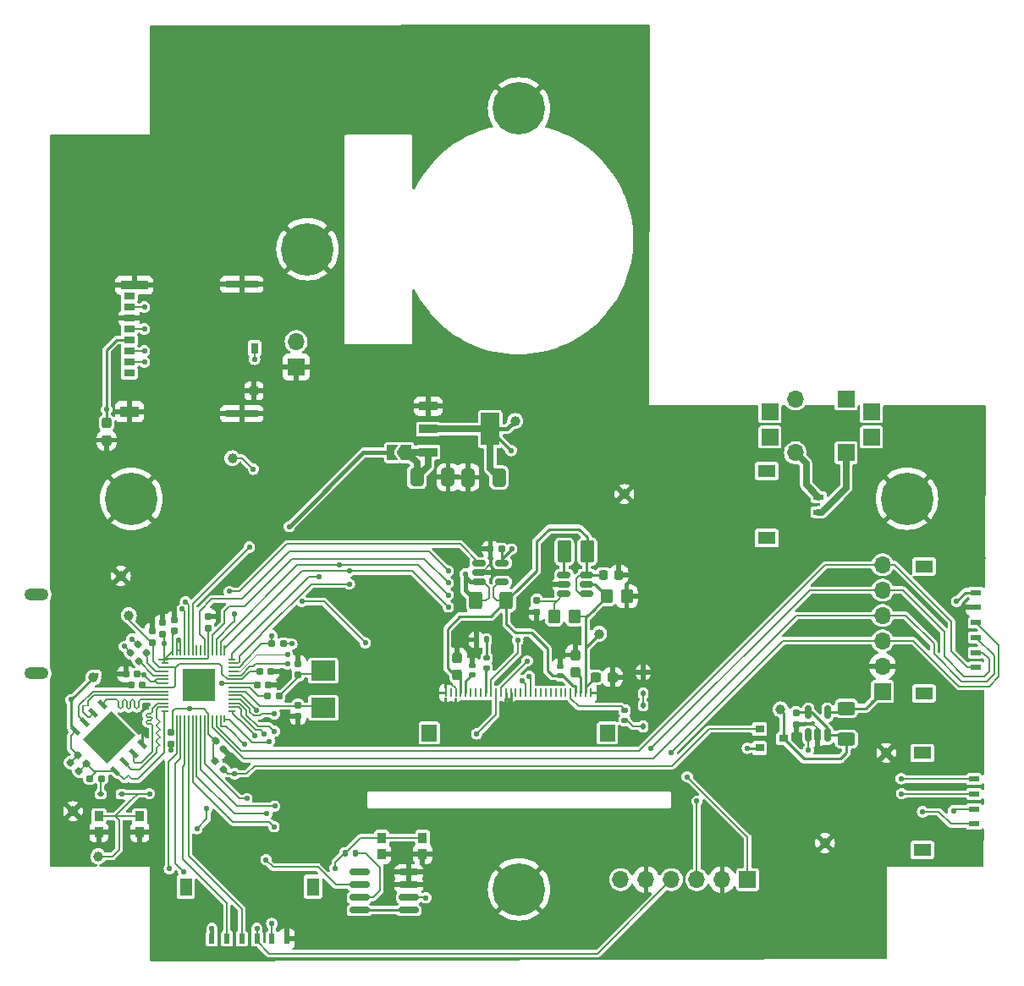
<source format=gbr>
%TF.GenerationSoftware,KiCad,Pcbnew,8.0.6*%
%TF.CreationDate,2025-02-02T22:45:32-05:00*%
%TF.ProjectId,payload_board,7061796c-6f61-4645-9f62-6f6172642e6b,1.0*%
%TF.SameCoordinates,Original*%
%TF.FileFunction,Copper,L1,Top*%
%TF.FilePolarity,Positive*%
%FSLAX46Y46*%
G04 Gerber Fmt 4.6, Leading zero omitted, Abs format (unit mm)*
G04 Created by KiCad (PCBNEW 8.0.6) date 2025-02-02 22:45:32*
%MOMM*%
%LPD*%
G01*
G04 APERTURE LIST*
G04 Aperture macros list*
%AMRoundRect*
0 Rectangle with rounded corners*
0 $1 Rounding radius*
0 $2 $3 $4 $5 $6 $7 $8 $9 X,Y pos of 4 corners*
0 Add a 4 corners polygon primitive as box body*
4,1,4,$2,$3,$4,$5,$6,$7,$8,$9,$2,$3,0*
0 Add four circle primitives for the rounded corners*
1,1,$1+$1,$2,$3*
1,1,$1+$1,$4,$5*
1,1,$1+$1,$6,$7*
1,1,$1+$1,$8,$9*
0 Add four rect primitives between the rounded corners*
20,1,$1+$1,$2,$3,$4,$5,0*
20,1,$1+$1,$4,$5,$6,$7,0*
20,1,$1+$1,$6,$7,$8,$9,0*
20,1,$1+$1,$8,$9,$2,$3,0*%
%AMRotRect*
0 Rectangle, with rotation*
0 The origin of the aperture is its center*
0 $1 length*
0 $2 width*
0 $3 Rotation angle, in degrees counterclockwise*
0 Add horizontal line*
21,1,$1,$2,0,0,$3*%
%AMFreePoly0*
4,1,6,1.000000,0.000000,0.500000,-0.750000,-0.500000,-0.750000,-0.500000,0.750000,0.500000,0.750000,1.000000,0.000000,1.000000,0.000000,$1*%
%AMFreePoly1*
4,1,6,0.500000,-0.750000,-0.650000,-0.750000,-0.150000,0.000000,-0.650000,0.750000,0.500000,0.750000,0.500000,-0.750000,0.500000,-0.750000,$1*%
G04 Aperture macros list end*
%TA.AperFunction,SMDPad,CuDef*%
%ADD10RoundRect,0.135000X0.185000X-0.135000X0.185000X0.135000X-0.185000X0.135000X-0.185000X-0.135000X0*%
%TD*%
%TA.AperFunction,SMDPad,CuDef*%
%ADD11C,1.000000*%
%TD*%
%TA.AperFunction,SMDPad,CuDef*%
%ADD12RoundRect,0.155000X0.212500X0.155000X-0.212500X0.155000X-0.212500X-0.155000X0.212500X-0.155000X0*%
%TD*%
%TA.AperFunction,SMDPad,CuDef*%
%ADD13RoundRect,0.112500X-0.112500X0.187500X-0.112500X-0.187500X0.112500X-0.187500X0.112500X0.187500X0*%
%TD*%
%TA.AperFunction,SMDPad,CuDef*%
%ADD14RoundRect,0.155000X-0.212500X-0.155000X0.212500X-0.155000X0.212500X0.155000X-0.212500X0.155000X0*%
%TD*%
%TA.AperFunction,SMDPad,CuDef*%
%ADD15R,1.000000X0.600000*%
%TD*%
%TA.AperFunction,SMDPad,CuDef*%
%ADD16R,1.800000X1.250000*%
%TD*%
%TA.AperFunction,SMDPad,CuDef*%
%ADD17RoundRect,0.250000X0.400000X0.625000X-0.400000X0.625000X-0.400000X-0.625000X0.400000X-0.625000X0*%
%TD*%
%TA.AperFunction,SMDPad,CuDef*%
%ADD18RoundRect,0.155000X-0.155000X0.212500X-0.155000X-0.212500X0.155000X-0.212500X0.155000X0.212500X0*%
%TD*%
%TA.AperFunction,SMDPad,CuDef*%
%ADD19RoundRect,0.160000X-0.197500X-0.160000X0.197500X-0.160000X0.197500X0.160000X-0.197500X0.160000X0*%
%TD*%
%TA.AperFunction,SMDPad,CuDef*%
%ADD20RoundRect,0.225000X0.225000X0.250000X-0.225000X0.250000X-0.225000X-0.250000X0.225000X-0.250000X0*%
%TD*%
%TA.AperFunction,SMDPad,CuDef*%
%ADD21RoundRect,0.150000X0.150000X-0.512500X0.150000X0.512500X-0.150000X0.512500X-0.150000X-0.512500X0*%
%TD*%
%TA.AperFunction,ComponentPad*%
%ADD22C,5.250000*%
%TD*%
%TA.AperFunction,SMDPad,CuDef*%
%ADD23RoundRect,0.237500X0.237500X-0.300000X0.237500X0.300000X-0.237500X0.300000X-0.237500X-0.300000X0*%
%TD*%
%TA.AperFunction,SMDPad,CuDef*%
%ADD24RoundRect,0.160000X0.252791X-0.026517X-0.026517X0.252791X-0.252791X0.026517X0.026517X-0.252791X0*%
%TD*%
%TA.AperFunction,SMDPad,CuDef*%
%ADD25RoundRect,0.155000X0.155000X-0.212500X0.155000X0.212500X-0.155000X0.212500X-0.155000X-0.212500X0*%
%TD*%
%TA.AperFunction,ComponentPad*%
%ADD26R,1.700000X1.700000*%
%TD*%
%TA.AperFunction,ComponentPad*%
%ADD27O,1.700000X1.700000*%
%TD*%
%TA.AperFunction,SMDPad,CuDef*%
%ADD28RoundRect,0.250000X0.350000X0.450000X-0.350000X0.450000X-0.350000X-0.450000X0.350000X-0.450000X0*%
%TD*%
%TA.AperFunction,SMDPad,CuDef*%
%ADD29RoundRect,0.160000X-0.252791X0.026517X0.026517X-0.252791X0.252791X-0.026517X-0.026517X0.252791X0*%
%TD*%
%TA.AperFunction,SMDPad,CuDef*%
%ADD30RoundRect,0.237500X0.300000X0.237500X-0.300000X0.237500X-0.300000X-0.237500X0.300000X-0.237500X0*%
%TD*%
%TA.AperFunction,SMDPad,CuDef*%
%ADD31RoundRect,0.250000X0.625000X-0.400000X0.625000X0.400000X-0.625000X0.400000X-0.625000X-0.400000X0*%
%TD*%
%TA.AperFunction,SMDPad,CuDef*%
%ADD32R,0.177800X1.002800*%
%TD*%
%TA.AperFunction,SMDPad,CuDef*%
%ADD33R,0.188898X1.002800*%
%TD*%
%TA.AperFunction,SMDPad,CuDef*%
%ADD34R,0.177800X0.752800*%
%TD*%
%TA.AperFunction,SMDPad,CuDef*%
%ADD35R,0.752800X0.177800*%
%TD*%
%TA.AperFunction,SMDPad,CuDef*%
%ADD36R,1.002800X0.177800*%
%TD*%
%TA.AperFunction,SMDPad,CuDef*%
%ADD37R,1.002800X0.188900*%
%TD*%
%TA.AperFunction,SMDPad,CuDef*%
%ADD38R,0.752800X0.188900*%
%TD*%
%TA.AperFunction,SMDPad,CuDef*%
%ADD39R,0.188900X1.002800*%
%TD*%
%TA.AperFunction,SMDPad,CuDef*%
%ADD40R,0.752800X0.177796*%
%TD*%
%TA.AperFunction,ComponentPad*%
%ADD41C,0.500000*%
%TD*%
%TA.AperFunction,SMDPad,CuDef*%
%ADD42R,3.200400X3.200400*%
%TD*%
%TA.AperFunction,SMDPad,CuDef*%
%ADD43FreePoly0,180.000000*%
%TD*%
%TA.AperFunction,SMDPad,CuDef*%
%ADD44FreePoly1,180.000000*%
%TD*%
%TA.AperFunction,SMDPad,CuDef*%
%ADD45RoundRect,0.140000X-0.170000X0.140000X-0.170000X-0.140000X0.170000X-0.140000X0.170000X0.140000X0*%
%TD*%
%TA.AperFunction,SMDPad,CuDef*%
%ADD46RoundRect,0.160000X-0.160000X0.197500X-0.160000X-0.197500X0.160000X-0.197500X0.160000X0.197500X0*%
%TD*%
%TA.AperFunction,SMDPad,CuDef*%
%ADD47R,0.900000X0.800000*%
%TD*%
%TA.AperFunction,SMDPad,CuDef*%
%ADD48RoundRect,0.112500X0.362392X-0.203293X-0.203293X0.362392X-0.362392X0.203293X0.203293X-0.362392X0*%
%TD*%
%TA.AperFunction,SMDPad,CuDef*%
%ADD49RotRect,3.400000X4.000000X135.000000*%
%TD*%
%TA.AperFunction,SMDPad,CuDef*%
%ADD50RoundRect,0.250000X0.412500X0.650000X-0.412500X0.650000X-0.412500X-0.650000X0.412500X-0.650000X0*%
%TD*%
%TA.AperFunction,SMDPad,CuDef*%
%ADD51R,1.100000X0.700000*%
%TD*%
%TA.AperFunction,SMDPad,CuDef*%
%ADD52R,0.930000X0.900000*%
%TD*%
%TA.AperFunction,SMDPad,CuDef*%
%ADD53R,0.780000X1.050000*%
%TD*%
%TA.AperFunction,SMDPad,CuDef*%
%ADD54R,1.830000X1.140000*%
%TD*%
%TA.AperFunction,SMDPad,CuDef*%
%ADD55R,2.800000X0.860000*%
%TD*%
%TA.AperFunction,SMDPad,CuDef*%
%ADD56R,3.330000X0.700000*%
%TD*%
%TA.AperFunction,SMDPad,CuDef*%
%ADD57R,1.524000X1.701800*%
%TD*%
%TA.AperFunction,SMDPad,CuDef*%
%ADD58R,0.254000X0.812800*%
%TD*%
%TA.AperFunction,SMDPad,CuDef*%
%ADD59RoundRect,0.250001X0.462499X0.849999X-0.462499X0.849999X-0.462499X-0.849999X0.462499X-0.849999X0*%
%TD*%
%TA.AperFunction,SMDPad,CuDef*%
%ADD60RoundRect,0.112500X0.187500X0.112500X-0.187500X0.112500X-0.187500X-0.112500X0.187500X-0.112500X0*%
%TD*%
%TA.AperFunction,SMDPad,CuDef*%
%ADD61RoundRect,0.150000X-0.512500X-0.150000X0.512500X-0.150000X0.512500X0.150000X-0.512500X0.150000X0*%
%TD*%
%TA.AperFunction,SMDPad,CuDef*%
%ADD62RoundRect,0.237500X-0.237500X0.300000X-0.237500X-0.300000X0.237500X-0.300000X0.237500X0.300000X0*%
%TD*%
%TA.AperFunction,SMDPad,CuDef*%
%ADD63RoundRect,0.135000X-0.185000X0.135000X-0.185000X-0.135000X0.185000X-0.135000X0.185000X0.135000X0*%
%TD*%
%TA.AperFunction,SMDPad,CuDef*%
%ADD64RoundRect,0.160000X0.197500X0.160000X-0.197500X0.160000X-0.197500X-0.160000X0.197500X-0.160000X0*%
%TD*%
%TA.AperFunction,SMDPad,CuDef*%
%ADD65R,2.400000X2.000000*%
%TD*%
%TA.AperFunction,SMDPad,CuDef*%
%ADD66R,1.850000X0.900000*%
%TD*%
%TA.AperFunction,SMDPad,CuDef*%
%ADD67R,1.850000X3.200000*%
%TD*%
%TA.AperFunction,SMDPad,CuDef*%
%ADD68RoundRect,0.150000X0.825000X0.150000X-0.825000X0.150000X-0.825000X-0.150000X0.825000X-0.150000X0*%
%TD*%
%TA.AperFunction,SMDPad,CuDef*%
%ADD69R,0.900000X1.000000*%
%TD*%
%TA.AperFunction,SMDPad,CuDef*%
%ADD70RoundRect,0.135000X-0.135000X-0.185000X0.135000X-0.185000X0.135000X0.185000X-0.135000X0.185000X0*%
%TD*%
%TA.AperFunction,SMDPad,CuDef*%
%ADD71RoundRect,0.155000X-0.259862X0.040659X0.040659X-0.259862X0.259862X-0.040659X-0.040659X0.259862X0*%
%TD*%
%TA.AperFunction,SMDPad,CuDef*%
%ADD72R,0.600000X1.000000*%
%TD*%
%TA.AperFunction,SMDPad,CuDef*%
%ADD73R,1.250000X1.800000*%
%TD*%
%TA.AperFunction,SMDPad,CuDef*%
%ADD74RoundRect,0.250000X-0.412500X-0.650000X0.412500X-0.650000X0.412500X0.650000X-0.412500X0.650000X0*%
%TD*%
%TA.AperFunction,ComponentPad*%
%ADD75O,2.416000X1.208000*%
%TD*%
%TA.AperFunction,ViaPad*%
%ADD76C,0.550000*%
%TD*%
%TA.AperFunction,ViaPad*%
%ADD77C,0.800000*%
%TD*%
%TA.AperFunction,Conductor*%
%ADD78C,0.250000*%
%TD*%
%TA.AperFunction,Conductor*%
%ADD79C,0.152400*%
%TD*%
%TA.AperFunction,Conductor*%
%ADD80C,0.254000*%
%TD*%
%TA.AperFunction,Conductor*%
%ADD81C,0.200000*%
%TD*%
%TA.AperFunction,Conductor*%
%ADD82C,0.635000*%
%TD*%
%TA.AperFunction,Conductor*%
%ADD83C,0.100000*%
%TD*%
%TA.AperFunction,Conductor*%
%ADD84C,0.293370*%
%TD*%
%TA.AperFunction,Conductor*%
%ADD85C,0.381000*%
%TD*%
G04 APERTURE END LIST*
D10*
%TO.P,R19,1*%
%TO.N,Net-(D7-A)*%
X73550000Y-85172500D03*
%TO.P,R19,2*%
%TO.N,Net-(U6-VSL)*%
X73550000Y-84152500D03*
%TD*%
D11*
%TO.P,TF3V3,1,P$1*%
%TO.N,+3.3V*%
X20380000Y-80870000D03*
%TD*%
D12*
%TO.P,C8,1,1*%
%TO.N,+3.3V*%
X24777500Y-80540000D03*
%TO.P,C8,2,2*%
%TO.N,GND*%
X23642500Y-80540000D03*
%TD*%
D13*
%TO.P,D7,1,C*%
%TO.N,Net-(D5-A)*%
X75400000Y-83650000D03*
%TO.P,D7,2,A*%
%TO.N,Net-(D7-A)*%
X75400000Y-85750000D03*
%TD*%
D14*
%TO.P,C10,1,1*%
%TO.N,+3.3V*%
X36762500Y-81640000D03*
%TO.P,C10,2,2*%
%TO.N,GND*%
X37897500Y-81640000D03*
%TD*%
D15*
%TO.P,J8,1,Pin_1*%
%TO.N,BPWR*%
X92950000Y-62800000D03*
%TO.P,J8,2,Pin_2*%
%TO.N,BGND*%
X92950000Y-64300000D03*
D16*
%TO.P,J8,S1*%
%TO.N,N/C*%
X87760000Y-60195000D03*
%TO.P,J8,S2*%
X87760000Y-66905000D03*
%TD*%
D17*
%TO.P,R13,1,1*%
%TO.N,DIN-*%
X61724400Y-73169796D03*
%TO.P,R13,2,2*%
%TO.N,+3.3V*%
X58624400Y-73169796D03*
%TD*%
D18*
%TO.P,C2,1,1*%
%TO.N,GND*%
X40870000Y-79462500D03*
%TO.P,C2,2,2*%
%TO.N,Net-(C2-Pad2)*%
X40870000Y-80597500D03*
%TD*%
D19*
%TO.P,R7,1,1*%
%TO.N,/QSPI_CS*%
X20027500Y-90975000D03*
%TO.P,R7,2,2*%
%TO.N,Net-(D1-A)*%
X21222500Y-90975000D03*
%TD*%
D20*
%TO.P,C19,1*%
%TO.N,GND*%
X72975000Y-70580000D03*
%TO.P,C19,2*%
%TO.N,DIN-*%
X71425000Y-70580000D03*
%TD*%
D21*
%TO.P,U4,1*%
%TO.N,ADC1*%
X91920000Y-86630000D03*
%TO.P,U4,2,GND*%
%TO.N,GND*%
X92870000Y-86630000D03*
%TO.P,U4,3,+*%
%TO.N,Cam_3.3v*%
X93820000Y-86630000D03*
%TO.P,U4,4,-*%
%TO.N,CIN-*%
X93820000Y-84355000D03*
%TO.P,U4,5,V+*%
%TO.N,Cam_3.3v*%
X91920000Y-84355000D03*
%TD*%
D22*
%TO.P,,1,DAT2*%
%TO.N,GND*%
X101782992Y-62956243D03*
%TD*%
D23*
%TO.P,C18,1*%
%TO.N,GND*%
X21720000Y-57102500D03*
%TO.P,C18,2*%
%TO.N,+3.3V*%
X21720000Y-55377500D03*
%TD*%
D24*
%TO.P,R5,1*%
%TO.N,Net-(IC1-USB_D-)*%
X25667496Y-78397496D03*
%TO.P,R5,2*%
%TO.N,/D-*%
X24822504Y-77552504D03*
%TD*%
D25*
%TO.P,C7,1,1*%
%TO.N,+3.3V*%
X31850000Y-75907500D03*
%TO.P,C7,2,2*%
%TO.N,GND*%
X31850000Y-74772500D03*
%TD*%
D26*
%TO.P,J2,1,Pin_1*%
%TO.N,CIN-*%
X99340000Y-82270000D03*
D27*
%TO.P,J2,2,Pin_2*%
%TO.N,GND*%
X99340000Y-79730000D03*
%TO.P,J2,3,Pin_3*%
%TO.N,SPI1_SCK_Cam*%
X99340000Y-77190000D03*
%TO.P,J2,4,Pin_4*%
%TO.N,SPI1_MISO_Cam*%
X99340000Y-74650000D03*
%TO.P,J2,5,Pin_5*%
%TO.N,SPI1_MOSI_Cam*%
X99340000Y-72110000D03*
%TO.P,J2,6,Pin_6*%
%TO.N,SPI1_CS_Cam*%
X99340000Y-69570000D03*
%TD*%
D11*
%TO.P,T3V3,1,P$1*%
%TO.N,+3.3V*%
X34300000Y-58900000D03*
%TD*%
D15*
%TO.P,J1,1,Pin_1*%
%TO.N,CIN-*%
X108690000Y-72354999D03*
%TO.P,J1,2,Pin_2*%
%TO.N,GND*%
X108690000Y-73854999D03*
%TO.P,J1,3,Pin_3*%
%TO.N,SPI1_SCK_Cam*%
X108690000Y-75354998D03*
%TO.P,J1,4,Pin_4*%
%TO.N,SPI1_MISO_Cam*%
X108690000Y-76855000D03*
%TO.P,J1,5,Pin_5*%
%TO.N,SPI1_MOSI_Cam*%
X108690000Y-78355000D03*
%TO.P,J1,6,Pin_6*%
%TO.N,SPI1_CS_Cam*%
X108690000Y-79854999D03*
D16*
%TO.P,J1,7*%
%TO.N,N/C*%
X103500000Y-69750000D03*
%TO.P,J1,8*%
X103500000Y-82459998D03*
%TD*%
D28*
%TO.P,R20,1*%
%TO.N,+13V*%
X68500000Y-74750000D03*
%TO.P,R20,2*%
%TO.N,Net-(U7-FB)*%
X66500000Y-74750000D03*
%TD*%
D29*
%TO.P,R3,1,1*%
%TO.N,+3.3V*%
X18850632Y-88670632D03*
%TO.P,R3,2,2*%
%TO.N,/QSPI_CS*%
X19695624Y-89515624D03*
%TD*%
D26*
%TO.P,J15,1,Pin_1*%
%TO.N,SWCLK*%
X85852000Y-101092000D03*
D27*
%TO.P,J15,2,Pin_2*%
%TO.N,GND*%
X83312000Y-101092000D03*
%TO.P,J15,3*%
%TO.N,SWDIO*%
X80772000Y-101092000D03*
%TO.P,J15,4*%
%TO.N,UART1_TX*%
X78232000Y-101092000D03*
%TO.P,J15,5*%
%TO.N,GND*%
X75692000Y-101092000D03*
%TO.P,J15,6*%
%TO.N,UART1_RX*%
X73152000Y-101092000D03*
%TD*%
D30*
%TO.P,C20,1*%
%TO.N,GND*%
X72342500Y-80840000D03*
%TO.P,C20,2*%
%TO.N,+13V*%
X70617500Y-80840000D03*
%TD*%
D12*
%TO.P,C4,1,1*%
%TO.N,GND*%
X38159500Y-80264000D03*
%TO.P,C4,2,2*%
%TO.N,1.2V*%
X37024500Y-80264000D03*
%TD*%
D31*
%TO.P,R14,1,1*%
%TO.N,Cam_3.3v*%
X95740200Y-87042500D03*
%TO.P,R14,2,2*%
%TO.N,CIN-*%
X95740200Y-83942500D03*
%TD*%
D11*
%TO.P,TCAM3V3,1,P$1*%
%TO.N,Cam_3.3v*%
X89140000Y-84060000D03*
%TD*%
D32*
%TO.P,IC1,1,IOVDD*%
%TO.N,+3.3V*%
X28316400Y-85148600D03*
%TO.P,IC1,2,GPIO0*%
%TO.N,UART1_TX*%
X28716399Y-85148600D03*
%TO.P,IC1,3,GPIO1*%
%TO.N,UART1_RX*%
X29116401Y-85148600D03*
%TO.P,IC1,4,GPIO2*%
%TO.N,Break_SDA*%
X29516400Y-85148600D03*
%TO.P,IC1,5,GPIO3*%
%TO.N,Break_SCL*%
X29916399Y-85148600D03*
D33*
%TO.P,IC1,6,GPIO4*%
%TO.N,I2C1_SDA*%
X30321951Y-85148600D03*
D32*
%TO.P,IC1,7,GPIO5*%
%TO.N,I2C1_SCL*%
X30716400Y-85148600D03*
%TO.P,IC1,8,GPIO6*%
%TO.N,BURN_A*%
X31116400Y-85148600D03*
%TO.P,IC1,9,GPIO7*%
%TO.N,BURN_B*%
X31516399Y-85148600D03*
%TO.P,IC1,10,IOVDD*%
%TO.N,+3.3V*%
X31916401Y-85148600D03*
%TO.P,IC1,11,GPIO8*%
%TO.N,SPI1_MISO_Cam*%
X32316400Y-85148600D03*
%TO.P,IC1,12,GPIO9*%
%TO.N,SPI1_CS_Cam*%
X32716399Y-85148600D03*
%TO.P,IC1,13,GPIO10*%
%TO.N,SPI1_SCK_Cam*%
X33116401Y-85148600D03*
D34*
%TO.P,IC1,14,GPIO11*%
%TO.N,SPI1_MOSI_Cam*%
X33516400Y-85023600D03*
D35*
%TO.P,IC1,15,GPIO12*%
%TO.N,Cam_RST*%
X34290000Y-84250000D03*
D36*
%TO.P,IC1,16,GPIO13*%
%TO.N,/USBBOOT*%
X34415000Y-83850001D03*
%TO.P,IC1,17,GPIO14*%
%TO.N,Disp_DC*%
X34415000Y-83449999D03*
D37*
%TO.P,IC1,18,GPIO15*%
%TO.N,SD_IND*%
X34415000Y-83055550D03*
D36*
%TO.P,IC1,19,TESTEN*%
%TO.N,GND*%
X34415000Y-82650001D03*
%TO.P,IC1,20,XIN*%
%TO.N,Net-(IC1-XIN)*%
X34415000Y-82249999D03*
%TO.P,IC1,21,XOUT*%
%TO.N,Net-(IC1-XOUT)*%
X34415000Y-81850000D03*
D35*
%TO.P,IC1,22,IOVDD*%
%TO.N,+3.3V*%
X34290000Y-81450000D03*
D36*
%TO.P,IC1,23,DVDD*%
%TO.N,1.2V*%
X34415000Y-81050001D03*
%TO.P,IC1,24,SWCLK*%
%TO.N,SWCLK*%
X34415000Y-80649999D03*
%TO.P,IC1,25,SWDIO*%
%TO.N,SWDIO*%
X34415000Y-80250000D03*
%TO.P,IC1,26,/RUN*%
%TO.N,/~{RESET}*%
X34415000Y-79850001D03*
%TO.P,IC1,27,GPIO16*%
%TO.N,SPI0_MISO*%
X34415000Y-79449999D03*
D38*
%TO.P,IC1,28,GPIO17*%
%TO.N,SPI0_CS_SD*%
X34290000Y-79055550D03*
D32*
%TO.P,IC1,29,GPIO18*%
%TO.N,SPI0_SCK*%
X33516400Y-78151400D03*
%TO.P,IC1,30,GPIO19*%
%TO.N,SPI0_MOSI*%
X33116401Y-78151400D03*
%TO.P,IC1,31,GPIO20*%
%TO.N,WDT_WDI*%
X32716399Y-78151400D03*
D39*
%TO.P,IC1,32,GPIO21*%
%TO.N,SPI0_CS_DISP*%
X32321950Y-78151400D03*
D32*
%TO.P,IC1,33,IOVDD*%
%TO.N,+3.3V*%
X31916401Y-78151400D03*
%TO.P,IC1,34,GPIO22*%
%TO.N,Disp_RST*%
X31516399Y-78151400D03*
%TO.P,IC1,35,GPIO23*%
%TO.N,unconnected-(IC1-GPIO23-Pad35)*%
X31116400Y-78151400D03*
%TO.P,IC1,36,GPIO24*%
%TO.N,unconnected-(IC1-GPIO24-Pad36)*%
X30716400Y-78151400D03*
%TO.P,IC1,37,GPIO25*%
%TO.N,Net-(IC1-GPIO25)*%
X30316401Y-78151400D03*
%TO.P,IC1,38,GPIO26/AD0*%
%TO.N,ADC0*%
X29916399Y-78151400D03*
%TO.P,IC1,39,GPIO27/AD1*%
%TO.N,ADC1*%
X29516400Y-78151400D03*
%TO.P,IC1,40,GPIO28/AD2*%
%TO.N,GND*%
X29116401Y-78151400D03*
%TO.P,IC1,41,GPIO29/AD3*%
X28716399Y-78151400D03*
D39*
%TO.P,IC1,42,IOVDD*%
%TO.N,+3.3V*%
X28321950Y-78151400D03*
D36*
%TO.P,IC1,43,ADC_IOVDD*%
X27417800Y-79050000D03*
D35*
%TO.P,IC1,44,VREG_IOVDD*%
X27542800Y-79449999D03*
D36*
%TO.P,IC1,45,VREG_VOUT*%
%TO.N,1.2V*%
X27417800Y-79850001D03*
%TO.P,IC1,46,USB_D-*%
%TO.N,Net-(IC1-USB_D-)*%
X27417800Y-80250000D03*
%TO.P,IC1,47,USB_D+*%
%TO.N,Net-(IC1-USB_D+)*%
X27417800Y-80649999D03*
%TO.P,IC1,48,USB_IOVDD*%
%TO.N,+3.3V*%
X27417800Y-81050001D03*
%TO.P,IC1,49,IOVDD*%
X27417800Y-81450000D03*
%TO.P,IC1,50,DVDD*%
%TO.N,1.2V*%
X27417800Y-81850000D03*
%TO.P,IC1,51,QSPI_SD3*%
%TO.N,/QSPI_DATA[3]*%
X27417800Y-82249999D03*
%TO.P,IC1,52,QSPI_SCLK*%
%TO.N,/QSPI_SCK*%
X27417800Y-82650001D03*
%TO.P,IC1,53,QSPI_SD0*%
%TO.N,/QSPI_DATA[0]*%
X27417800Y-83050000D03*
%TO.P,IC1,54,QSPI_SD2*%
%TO.N,/QSPI_DATA[2]*%
X27417800Y-83449999D03*
%TO.P,IC1,55,QSPI_SD1*%
%TO.N,/QSPI_DATA[1]*%
X27417800Y-83850001D03*
D40*
%TO.P,IC1,56,~{QSPI_CS}*%
%TO.N,/QSPI_CS*%
X27542800Y-84249998D03*
D41*
%TO.P,IC1,57*%
%TO.N,GND*%
X29566400Y-83000000D03*
X32266400Y-83000000D03*
D42*
X30916400Y-81650000D03*
D41*
X29566400Y-80300000D03*
X32266400Y-80300000D03*
%TD*%
D43*
%TO.P,J4,1,A*%
%TO.N,VUR*%
X51722500Y-58340000D03*
D44*
%TO.P,J4,2,B*%
%TO.N,VBUS*%
X50272500Y-58340000D03*
%TD*%
D45*
%TO.P,C23,1*%
%TO.N,GND*%
X67110000Y-79740000D03*
%TO.P,C23,2*%
%TO.N,DIN-*%
X67110000Y-80700000D03*
%TD*%
D26*
%TO.P,J12,1,Pin_1*%
%TO.N,GND*%
X40676000Y-49777000D03*
D27*
%TO.P,J12,2,Pin_2*%
%TO.N,+3.3V*%
X40676000Y-47237000D03*
%TD*%
D12*
%TO.P,C16,1,1*%
%TO.N,+3.3V*%
X61250000Y-68000000D03*
%TO.P,C16,2,2*%
%TO.N,GND*%
X60115000Y-68000000D03*
%TD*%
D11*
%TO.P,T1V2,1,P$1*%
%TO.N,1.2V*%
X23940000Y-74630000D03*
%TD*%
%TO.P,TGND3,1,P$1*%
%TO.N,GND*%
X93580000Y-97440000D03*
%TD*%
%TO.P,TUCS1,1,P$1*%
%TO.N,/USBBOOT*%
X20880000Y-98770000D03*
%TD*%
D46*
%TO.P,R21,1*%
%TO.N,Net-(U7-FB)*%
X64750000Y-73152500D03*
%TO.P,R21,2*%
%TO.N,GND*%
X64750000Y-74347500D03*
%TD*%
D47*
%TO.P,Q1,1,G*%
%TO.N,Cam_RST*%
X87050000Y-86020000D03*
%TO.P,Q1,2,S*%
%TO.N,+3.3V*%
X87050000Y-87920000D03*
%TO.P,Q1,3,D*%
%TO.N,Cam_3.3v*%
X89450000Y-86970000D03*
%TD*%
D48*
%TO.P,U1,1,SSEL*%
%TO.N,/QSPI_CS*%
X22601229Y-90234520D03*
%TO.P,U1,2,MISO*%
%TO.N,/QSPI_DATA[1]*%
X23499255Y-89336494D03*
%TO.P,U1,3,WP#/IO2*%
%TO.N,/QSPI_DATA[2]*%
X24397280Y-88438469D03*
%TO.P,U1,4,VSS*%
%TO.N,GND*%
X25295306Y-87540443D03*
%TO.P,U1,5,MOSI*%
%TO.N,/QSPI_DATA[0]*%
X21282475Y-83527612D03*
%TO.P,U1,6,SCK*%
%TO.N,/QSPI_SCK*%
X20384449Y-84425638D03*
%TO.P,U1,7,HOLD#/IO3*%
%TO.N,/QSPI_DATA[3]*%
X19486424Y-85323663D03*
%TO.P,U1,8,VCC*%
%TO.N,+3.3V*%
X18588398Y-86221689D03*
D49*
%TO.P,U1,9*%
%TO.N,N/C*%
X21941852Y-86881066D03*
%TD*%
D50*
%TO.P,C13,1,1*%
%TO.N,+3.3V*%
X60970000Y-60830000D03*
%TO.P,C13,2,2*%
%TO.N,GND*%
X57845000Y-60830000D03*
%TD*%
D51*
%TO.P,J10,1,DAT2*%
%TO.N,unconnected-(J10-DAT2-Pad1)*%
X23985000Y-50370000D03*
%TO.P,J10,2,CD/DAT3^2*%
%TO.N,SPI0_CS_SD*%
X23985000Y-49270000D03*
%TO.P,J10,3,CMD*%
%TO.N,SPI0_MOSI*%
X23985000Y-48170000D03*
%TO.P,J10,4,VDD*%
%TO.N,+3.3V*%
X23985000Y-47070000D03*
%TO.P,J10,5,CLK*%
%TO.N,SPI0_SCK*%
X23985000Y-45970000D03*
%TO.P,J10,6,VSS*%
%TO.N,GND*%
X23985000Y-44870000D03*
%TO.P,J10,7,DAT0*%
%TO.N,SPI0_MISO*%
X23985000Y-43770000D03*
%TO.P,J10,8,DAT1*%
%TO.N,unconnected-(J10-DAT1-Pad8)*%
X23985000Y-42670000D03*
D52*
%TO.P,J10,9,VSS__1*%
%TO.N,GND*%
X36450000Y-52160000D03*
D53*
%TO.P,J10,10,DETECT_SWITCH*%
%TO.N,SD_IND*%
X36525000Y-47895000D03*
D54*
%TO.P,J10,P1,SHIELD*%
%TO.N,GND*%
X24000000Y-54250000D03*
D55*
%TO.P,J10,P2,SHIELD__1*%
X24485000Y-41590000D03*
D56*
%TO.P,J10,P3,SHIELD__2*%
X35250000Y-54470000D03*
%TO.P,J10,P4,SHIELD__3*%
X35250000Y-41510000D03*
%TD*%
D57*
%TO.P,U6,31*%
%TO.N,N/C*%
X71802700Y-86413200D03*
%TO.P,U6,32*%
X53997300Y-86413200D03*
D58*
%TO.P,U6,P$1,NC(GND)@2*%
%TO.N,GND*%
X55649999Y-82400000D03*
%TO.P,U6,P$2,NC@3*%
%TO.N,unconnected-(U6-NC@3-PadP$2)*%
X56149998Y-82400000D03*
%TO.P,U6,P$3,VSS*%
%TO.N,GND*%
X56650000Y-82400000D03*
%TO.P,U6,P$4,VCI*%
%TO.N,DIN-*%
X57149999Y-82400000D03*
%TO.P,U6,P$5,VDD*%
%TO.N,Net-(U6-VDD)*%
X57650000Y-82400000D03*
%TO.P,U6,P$6,NC@2*%
%TO.N,unconnected-(U6-NC@2-PadP$6)*%
X58149999Y-82400000D03*
%TO.P,U6,P$7,GPIO0*%
%TO.N,unconnected-(U6-GPIO0-PadP$7)*%
X58649998Y-82400000D03*
%TO.P,U6,P$8,GPIO1*%
%TO.N,unconnected-(U6-GPIO1-PadP$8)*%
X59150000Y-82400000D03*
%TO.P,U6,P$9,IREF*%
%TO.N,Net-(U6-IREF)*%
X59649999Y-82400000D03*
%TO.P,U6,P$10,RES#*%
%TO.N,Disp_RST*%
X60150000Y-82400000D03*
%TO.P,U6,P$11,D/C#*%
%TO.N,Disp_DC*%
X60649999Y-82400000D03*
%TO.P,U6,P$12,CS#*%
%TO.N,SPI0_CS_DISP*%
X61149998Y-82400000D03*
%TO.P,U6,P$13,BS1*%
%TO.N,GND*%
X61650000Y-82400000D03*
%TO.P,U6,P$14,BS0*%
X62149999Y-82400000D03*
%TO.P,U6,P$15,R/W#*%
%TO.N,unconnected-(U6-R{slash}W#-PadP$15)*%
X62649998Y-82400000D03*
%TO.P,U6,P$16,E/RD#*%
%TO.N,unconnected-(U6-E{slash}RD#-PadP$16)*%
X63150000Y-82400000D03*
%TO.P,U6,P$17,D0/SCK*%
%TO.N,SPI0_SCK*%
X63649998Y-82400000D03*
%TO.P,U6,P$18,D1/SDIN*%
%TO.N,SPI0_MOSI*%
X64150000Y-82400000D03*
%TO.P,U6,P$19,D2*%
%TO.N,unconnected-(U6-D2-PadP$19)*%
X64649999Y-82400000D03*
%TO.P,U6,P$20,D3*%
%TO.N,unconnected-(U6-D3-PadP$20)*%
X65149998Y-82400000D03*
%TO.P,U6,P$21,D4*%
%TO.N,unconnected-(U6-D4-PadP$21)*%
X65650000Y-82400000D03*
%TO.P,U6,P$22,D5*%
%TO.N,unconnected-(U6-D5-PadP$22)*%
X66149999Y-82400000D03*
%TO.P,U6,P$23,D6*%
%TO.N,unconnected-(U6-D6-PadP$23)*%
X66650000Y-82400000D03*
%TO.P,U6,P$24,D7*%
%TO.N,unconnected-(U6-D7-PadP$24)*%
X67149999Y-82400000D03*
%TO.P,U6,P$25,NC@1*%
%TO.N,unconnected-(U6-NC@1-PadP$25)*%
X67649998Y-82400000D03*
%TO.P,U6,P$26,VSL*%
%TO.N,Net-(U6-VSL)*%
X68150000Y-82400000D03*
%TO.P,U6,P$27,VDDIO*%
%TO.N,DIN-*%
X68649999Y-82400000D03*
%TO.P,U6,P$28,VCOMH*%
%TO.N,Net-(U6-VCOMH)*%
X69150000Y-82400000D03*
%TO.P,U6,P$29,VCC*%
%TO.N,+13V*%
X69649999Y-82400000D03*
%TO.P,U6,P$30,NC(GND)@1*%
%TO.N,GND*%
X70149998Y-82400000D03*
%TD*%
D59*
%TO.P,L1,1,1*%
%TO.N,DIN-*%
X69825000Y-68250000D03*
%TO.P,L1,2,2*%
%TO.N,Net-(U7-SW)*%
X67500000Y-68250000D03*
%TD*%
D60*
%TO.P,D1,1,C*%
%TO.N,/USBBOOT*%
X23210000Y-92560000D03*
%TO.P,D1,2,A*%
%TO.N,Net-(D1-A)*%
X21110000Y-92560000D03*
%TD*%
D61*
%TO.P,U7,1,SW*%
%TO.N,Net-(U7-SW)*%
X67475000Y-70600000D03*
%TO.P,U7,2,GND*%
%TO.N,GND*%
X67475000Y-71550000D03*
%TO.P,U7,3,FB*%
%TO.N,Net-(U7-FB)*%
X67475000Y-72500000D03*
%TO.P,U7,4,EN*%
%TO.N,DIN-*%
X69750000Y-72500000D03*
%TO.P,U7,5,VOUT*%
%TO.N,+13V*%
X69750000Y-71550000D03*
%TO.P,U7,6,VI*%
%TO.N,DIN-*%
X69750000Y-70600000D03*
%TD*%
%TO.P,U3,1*%
%TO.N,ADC0*%
X59006000Y-69390196D03*
%TO.P,U3,2,GND*%
%TO.N,GND*%
X59006000Y-70340196D03*
%TO.P,U3,3,+*%
%TO.N,+3.3V*%
X59006000Y-71290196D03*
%TO.P,U3,4,-*%
%TO.N,DIN-*%
X61281000Y-71290196D03*
%TO.P,U3,5,V+*%
%TO.N,+3.3V*%
X61281000Y-69390196D03*
%TD*%
D11*
%TO.P,TDGND1,1,P$1*%
%TO.N,GND*%
X73500000Y-62500000D03*
%TD*%
D14*
%TO.P,C5,1,1*%
%TO.N,GND*%
X24182500Y-81580000D03*
%TO.P,C5,2,2*%
%TO.N,1.2V*%
X25317500Y-81580000D03*
%TD*%
D28*
%TO.P,C26,1*%
%TO.N,GND*%
X73750000Y-72750000D03*
%TO.P,C26,2*%
%TO.N,+13V*%
X71750000Y-72750000D03*
%TD*%
D29*
%TO.P,R6,1*%
%TO.N,/D+*%
X24122504Y-78402504D03*
%TO.P,R6,2*%
%TO.N,Net-(IC1-USB_D+)*%
X24967496Y-79247496D03*
%TD*%
D62*
%TO.P,C21,1*%
%TO.N,GND*%
X68600000Y-78607500D03*
%TO.P,C21,2*%
%TO.N,Net-(U6-VCOMH)*%
X68600000Y-80332500D03*
%TD*%
D15*
%TO.P,J3,1,Pin_1*%
%TO.N,BURN_B*%
X108520000Y-91024999D03*
%TO.P,J3,2,Pin_2*%
%TO.N,BURN_A*%
X108520000Y-92524999D03*
%TO.P,J3,3,Pin_3*%
%TO.N,I2C1_SDA*%
X108520000Y-94024998D03*
%TO.P,J3,4,Pin_4*%
%TO.N,I2C1_SCL*%
X108520000Y-95525000D03*
D16*
%TO.P,J3,5*%
%TO.N,N/C*%
X103330000Y-88420000D03*
%TO.P,J3,6*%
X103330000Y-98129999D03*
%TD*%
D18*
%TO.P,C14,1,1*%
%TO.N,GND*%
X26300000Y-76212500D03*
%TO.P,C14,2,2*%
%TO.N,1.2V*%
X26300000Y-77347500D03*
%TD*%
D11*
%TO.P,T13V,1,P$1*%
%TO.N,+13V*%
X71000000Y-76500000D03*
%TD*%
D63*
%TO.P,R15,1*%
%TO.N,Net-(R15-Pad1)*%
X59730000Y-78927500D03*
%TO.P,R15,2*%
%TO.N,Net-(U6-IREF)*%
X59730000Y-79947500D03*
%TD*%
D64*
%TO.P,R2,1,1*%
%TO.N,Net-(C2-Pad2)*%
X38967500Y-82730000D03*
%TO.P,R2,2,2*%
%TO.N,Net-(IC1-XOUT)*%
X37772500Y-82730000D03*
%TD*%
D25*
%TO.P,C1,1,1*%
%TO.N,GND*%
X40860000Y-84767500D03*
%TO.P,C1,2,2*%
%TO.N,Net-(IC1-XIN)*%
X40860000Y-83632500D03*
%TD*%
D65*
%TO.P,Y1,1,1*%
%TO.N,Net-(C2-Pad2)*%
X43400000Y-80190000D03*
%TO.P,Y1,2,2*%
%TO.N,Net-(IC1-XIN)*%
X43400000Y-83890000D03*
%TD*%
D25*
%TO.P,C15,1,1*%
%TO.N,+3.3V*%
X28500000Y-76227500D03*
%TO.P,C15,2,2*%
%TO.N,GND*%
X28500000Y-75092500D03*
%TD*%
D66*
%TO.P,IC2,1,ADJ/GND*%
%TO.N,GND*%
X53900000Y-53700000D03*
%TO.P,IC2,2,OUTPUT*%
%TO.N,+3.3V*%
X53900000Y-56000000D03*
%TO.P,IC2,3,INPUT*%
%TO.N,VUR*%
X53900000Y-58300000D03*
D67*
%TO.P,IC2,4,VOUT*%
%TO.N,+3.3V*%
X60100000Y-56000000D03*
%TD*%
D64*
%TO.P,R1,1,1*%
%TO.N,+3.3V*%
X39445000Y-77500000D03*
%TO.P,R1,2,2*%
%TO.N,/~{RESET}*%
X38250000Y-77500000D03*
%TD*%
D22*
%TO.P,,1,Pin_1*%
%TO.N,GND*%
X24195000Y-63000000D03*
%TD*%
D62*
%TO.P,C24,1*%
%TO.N,GND*%
X56790000Y-78887500D03*
%TO.P,C24,2*%
%TO.N,DIN-*%
X56790000Y-80612500D03*
%TD*%
D11*
%TO.P,TGND1,1,P$1*%
%TO.N,GND*%
X23130000Y-70690000D03*
%TD*%
D68*
%TO.P,U2,1,~{MR}*%
%TO.N,Net-(U2-~{MR})*%
X51945000Y-104170000D03*
%TO.P,U2,2,VCC*%
%TO.N,+3.3V*%
X51945000Y-102900000D03*
%TO.P,U2,3,GND*%
%TO.N,GND*%
X51945000Y-101630000D03*
%TO.P,U2,4,PFI*%
X51945000Y-100360000D03*
%TO.P,U2,5,~{PFO}*%
%TO.N,unconnected-(U2-~{PFO}-Pad5)*%
X46995000Y-100360000D03*
%TO.P,U2,6,~{WDI}*%
%TO.N,WDT_WDI*%
X46995000Y-101630000D03*
%TO.P,U2,7,~{RESET}*%
%TO.N,Net-(U2-~{RESET})*%
X46995000Y-102900000D03*
%TO.P,U2,8,~{WDO}*%
%TO.N,Net-(U2-~{MR})*%
X46995000Y-104170000D03*
%TD*%
D69*
%TO.P,SW2,1,P*%
%TO.N,/~{RESET}*%
X49230000Y-96920000D03*
X53330000Y-96920000D03*
%TO.P,SW2,2,S1*%
%TO.N,GND*%
X49230000Y-98520000D03*
X53330000Y-98520000D03*
%TD*%
D70*
%TO.P,R9,1*%
%TO.N,/~{RESET}*%
X45580000Y-98460000D03*
%TO.P,R9,2*%
%TO.N,Net-(U2-~{RESET})*%
X46600000Y-98460000D03*
%TD*%
D71*
%TO.P,C11,1,1*%
%TO.N,+3.3V*%
X32618717Y-87228717D03*
%TO.P,C11,2,2*%
%TO.N,GND*%
X33421283Y-88031283D03*
%TD*%
D11*
%TO.P,TCGND1,1,P$1*%
%TO.N,GND*%
X99730000Y-88420000D03*
%TD*%
D25*
%TO.P,C17,1,1*%
%TO.N,GND*%
X90686000Y-85550000D03*
%TO.P,C17,2,2*%
%TO.N,Cam_3.3v*%
X90686000Y-84415000D03*
%TD*%
D18*
%TO.P,C6,1,1*%
%TO.N,GND*%
X27340000Y-75362500D03*
%TO.P,C6,2,2*%
%TO.N,+3.3V*%
X27340000Y-76497500D03*
%TD*%
D22*
%TO.P,J2,1,VTref*%
%TO.N,GND*%
X62988996Y-102081941D03*
%TD*%
D72*
%TO.P,J6,1,Pin_1*%
%TO.N,GND*%
X39750000Y-107000000D03*
%TO.P,J6,2,Pin_2*%
%TO.N,UART1_RX*%
X38250000Y-107000000D03*
%TO.P,J6,3,Pin_3*%
%TO.N,UART1_TX*%
X36750001Y-107000000D03*
%TO.P,J6,4,Pin_4*%
%TO.N,Break_SCL*%
X35249999Y-107000000D03*
%TO.P,J6,5,Pin_5*%
%TO.N,Break_SDA*%
X33749999Y-107000000D03*
%TO.P,J6,6,Pin_6*%
%TO.N,+3.3V*%
X32250000Y-107000000D03*
D73*
%TO.P,J6,7*%
%TO.N,N/C*%
X42354999Y-101810000D03*
%TO.P,J6,8*%
X29645001Y-101810000D03*
%TD*%
D18*
%TO.P,C9,1,1*%
%TO.N,+3.3V*%
X28125000Y-86382500D03*
%TO.P,C9,2,2*%
%TO.N,GND*%
X28125000Y-87517500D03*
%TD*%
D45*
%TO.P,C22,1*%
%TO.N,GND*%
X58330000Y-79640000D03*
%TO.P,C22,2*%
%TO.N,Net-(U6-VDD)*%
X58330000Y-80600000D03*
%TD*%
D11*
%TO.P,TFGND1,1,P$1*%
%TO.N,GND*%
X18370000Y-94240000D03*
%TD*%
D70*
%TO.P,R16,1*%
%TO.N,GND*%
X58700000Y-77080000D03*
%TO.P,R16,2*%
%TO.N,Net-(R15-Pad1)*%
X59720000Y-77080000D03*
%TD*%
D13*
%TO.P,D5,1,C*%
%TO.N,GND*%
X75400000Y-80350000D03*
%TO.P,D5,2,A*%
%TO.N,Net-(D5-A)*%
X75400000Y-82450000D03*
%TD*%
D11*
%TO.P,TREG3V3,1,P$1*%
%TO.N,+3.3V*%
X62597500Y-55182500D03*
%TD*%
D24*
%TO.P,R4,1,1*%
%TO.N,/QSPI_CS*%
X18950000Y-90240000D03*
%TO.P,R4,2,2*%
%TO.N,+3.3V*%
X18105008Y-89395008D03*
%TD*%
D69*
%TO.P,SW1,1,P1*%
%TO.N,/USBBOOT*%
X20940000Y-94750000D03*
X25040000Y-94750000D03*
%TO.P,SW1,2,S*%
%TO.N,GND*%
X20940000Y-96350000D03*
X25040000Y-96350000D03*
%TD*%
D24*
%TO.P,R8,1,1*%
%TO.N,Cam_RST*%
X33442496Y-90084496D03*
%TO.P,R8,2,2*%
%TO.N,+3.3V*%
X32597504Y-89239504D03*
%TD*%
D74*
%TO.P,C12,1,1*%
%TO.N,VUR*%
X52755000Y-60810000D03*
%TO.P,C12,2,2*%
%TO.N,GND*%
X55880000Y-60810000D03*
%TD*%
D26*
%TO.P,J_Burn,1*%
%TO.N,BGND*%
X95705000Y-58360000D03*
X98245000Y-56800000D03*
X98245000Y-54260000D03*
X95705000Y-52990000D03*
D27*
%TO.P,J_Burn,2*%
%TO.N,BPWR*%
X90625000Y-58360000D03*
D26*
X88085000Y-56800000D03*
X88085000Y-54260000D03*
D27*
X90625000Y-52990000D03*
%TD*%
D22*
%TO.P,,1,In*%
%TO.N,GND*%
X41822243Y-37976859D03*
%TD*%
D75*
%TO.P,J7,SH1*%
%TO.N,N/C*%
X14700000Y-80467500D03*
%TO.P,J7,SH6*%
X14700000Y-72567500D03*
%TD*%
D22*
%TO.P,J5,1,Pin_1*%
%TO.N,GND*%
X62988996Y-23896243D03*
%TD*%
D76*
%TO.N,GND*%
X19280000Y-96560000D03*
X28930000Y-77100000D03*
X93890000Y-88070000D03*
X39250000Y-81250000D03*
X39750000Y-85000000D03*
X25460000Y-98880000D03*
X94750000Y-73350000D03*
X67160000Y-77240000D03*
X28150000Y-88140000D03*
X33750000Y-89000000D03*
X65000000Y-79500000D03*
X36670000Y-84150000D03*
X94540000Y-75830000D03*
X32750000Y-74750000D03*
X65500000Y-86500000D03*
X24830000Y-85470000D03*
X40900000Y-82200000D03*
D77*
X109290000Y-68880000D03*
D76*
X95170000Y-70710000D03*
X65000000Y-71500000D03*
X56750000Y-77750000D03*
%TO.N,I2C1_SDA*%
X38460000Y-95810000D03*
X106430000Y-94210000D03*
%TO.N,I2C1_SCL*%
X37750000Y-94500000D03*
X103350000Y-94310000D03*
%TO.N,SPI0_CS_DISP*%
X63800000Y-79200000D03*
X55900000Y-71400000D03*
%TO.N,Cam_RST*%
X34544000Y-90500000D03*
X36561699Y-86708301D03*
%TO.N,SPI1_SCK_Cam*%
X35500000Y-87500000D03*
X78200000Y-88400000D03*
%TO.N,SPI1_MOSI_Cam*%
X38000000Y-87250000D03*
X76200000Y-88000000D03*
%TO.N,Disp_RST*%
X55900000Y-70200000D03*
X62850000Y-77150000D03*
%TO.N,/USBBOOT*%
X26000000Y-92500000D03*
X31750000Y-94000000D03*
X30750000Y-96000000D03*
X37500000Y-86500000D03*
%TO.N,Disp_DC*%
X38500000Y-86250000D03*
X58750000Y-86500000D03*
%TO.N,SWCLK*%
X39800000Y-79500000D03*
X79800000Y-90800000D03*
%TO.N,SWDIO*%
X39800000Y-78540000D03*
X80772000Y-93250000D03*
%TO.N,/~{RESET}*%
X38250000Y-76700000D03*
X44570000Y-99970000D03*
%TO.N,SPI0_MISO*%
X25500000Y-43770000D03*
X46000000Y-71500000D03*
%TO.N,SPI0_CS_SD*%
X42950000Y-70800000D03*
X25500000Y-49270000D03*
%TO.N,SPI0_SCK*%
X55900000Y-73800000D03*
X63300000Y-81200000D03*
X25500000Y-45970000D03*
X46000000Y-70200000D03*
%TO.N,SPI0_MOSI*%
X45000000Y-69600000D03*
X55900000Y-72600000D03*
X64000000Y-80750000D03*
X25500000Y-48170000D03*
%TO.N,WDT_WDI*%
X37661960Y-99098040D03*
X34500000Y-74500000D03*
%TO.N,ADC0*%
X34000000Y-72250000D03*
X29610000Y-73290000D03*
%TO.N,ADC1*%
X47600000Y-77400000D03*
X29280000Y-74020000D03*
X91920000Y-88130000D03*
X41250000Y-73250000D03*
%TO.N,+3.3V*%
X27500000Y-77500000D03*
X33250000Y-81450000D03*
X32250000Y-106000000D03*
X40250000Y-77500000D03*
X30000000Y-84000000D03*
X62250000Y-68000000D03*
X62187500Y-58140000D03*
X53661000Y-102922000D03*
X85820000Y-87940000D03*
X21720000Y-54010000D03*
X57600000Y-70500000D03*
X25460000Y-80570000D03*
X36400000Y-60000000D03*
X18150000Y-83090000D03*
%TO.N,SD_IND*%
X38500000Y-84500000D03*
X36525000Y-49000000D03*
%TO.N,VBUS*%
X40000000Y-65750000D03*
%TO.N,/D-*%
X24250000Y-77000000D03*
%TO.N,/D+*%
X23500000Y-77750000D03*
%TO.N,UART1_TX*%
X28000000Y-100000000D03*
X36750000Y-106000000D03*
%TO.N,UART1_RX*%
X38250000Y-105500000D03*
X29425000Y-100325000D03*
%TO.N,Net-(IC1-GPIO25)*%
X36000000Y-67812802D03*
%TO.N,CIN-*%
X106750000Y-73250000D03*
%TO.N,BURN_A*%
X38530000Y-93750000D03*
X101250000Y-92500000D03*
%TO.N,BURN_B*%
X35750000Y-93000000D03*
X101220000Y-90990000D03*
%TD*%
D78*
%TO.N,GND*%
X62149999Y-83349999D02*
X62300000Y-83500000D01*
D79*
X56650000Y-82400000D02*
X56650000Y-81969628D01*
X92870000Y-85967501D02*
X92870000Y-86630000D01*
X29116401Y-77286401D02*
X28930000Y-77100000D01*
X28716399Y-78151400D02*
X29116401Y-78151400D01*
X28716399Y-78151400D02*
X28716399Y-77313601D01*
X29116401Y-78151400D02*
X29116401Y-77286401D01*
X36670000Y-84116498D02*
X35203503Y-82650001D01*
D80*
X25295306Y-87540443D02*
X25295306Y-85945306D01*
D78*
X61650000Y-82850000D02*
X62300000Y-83500000D01*
D79*
X56180372Y-81500000D02*
X55800000Y-81500000D01*
D78*
X62300000Y-83500000D02*
X62550000Y-83750000D01*
D80*
X24830000Y-85470000D02*
X24820000Y-85470000D01*
X25295306Y-85945306D02*
X24830000Y-85480000D01*
D78*
X62149999Y-82400000D02*
X62149999Y-83349999D01*
D79*
X56650000Y-81969628D02*
X56180372Y-81500000D01*
X59006000Y-70340196D02*
X59311958Y-70340196D01*
X28716399Y-77313601D02*
X28930000Y-77100000D01*
X36670000Y-84150000D02*
X36670000Y-84116498D01*
D78*
X61650000Y-82400000D02*
X61650000Y-82850000D01*
D79*
X60115000Y-69537154D02*
X60115000Y-68000000D01*
X92452499Y-85550000D02*
X92870000Y-85967501D01*
X35203503Y-82650001D02*
X34320000Y-82650001D01*
X90686000Y-85550000D02*
X92452499Y-85550000D01*
X59311958Y-70340196D02*
X60115000Y-69537154D01*
D80*
X24820000Y-85470000D02*
X24825000Y-85475000D01*
X24830000Y-85480000D02*
X24830000Y-85470000D01*
D79*
%TO.N,Net-(IC1-XIN)*%
X40860000Y-83720000D02*
X42850000Y-83720000D01*
X36877950Y-83542050D02*
X35585899Y-82249999D01*
X35585899Y-82249999D02*
X34320000Y-82249999D01*
X37055900Y-83720000D02*
X36877950Y-83542050D01*
X40860000Y-83720000D02*
X37055900Y-83720000D01*
X42850000Y-83720000D02*
X43770000Y-84640000D01*
%TO.N,Net-(C2-Pad2)*%
X42700000Y-80510000D02*
X43770000Y-79440000D01*
X40870000Y-80510000D02*
X42700000Y-80510000D01*
X40870000Y-80827500D02*
X38967500Y-82730000D01*
X40870000Y-80510000D02*
X40870000Y-80827500D01*
%TO.N,1.2V*%
X28390000Y-81850000D02*
X25587500Y-81850000D01*
X36044934Y-80264000D02*
X35258933Y-81050001D01*
X25587500Y-81850000D02*
X25317500Y-81580000D01*
X33250000Y-79750000D02*
X33000000Y-79500000D01*
D81*
X26373922Y-77421422D02*
X26300000Y-77347500D01*
X27512800Y-79850001D02*
X26995001Y-79850001D01*
D79*
X33000000Y-79500000D02*
X29040000Y-79500000D01*
X26320000Y-77480000D02*
X23940000Y-75100000D01*
X34415000Y-81050001D02*
X33800001Y-81050001D01*
X33800001Y-81050001D02*
X33250000Y-80500000D01*
X28580000Y-81660000D02*
X28390000Y-81850000D01*
D81*
X26995001Y-79850001D02*
X26373922Y-79228922D01*
D79*
X28250000Y-79850001D02*
X28470001Y-79850001D01*
D81*
X26373922Y-79228922D02*
X26373922Y-77421422D01*
D79*
X28689999Y-79850001D02*
X29040000Y-79500000D01*
X28250000Y-79850001D02*
X28689999Y-79850001D01*
X28580000Y-79960000D02*
X28580000Y-81660000D01*
X37024500Y-80264000D02*
X36044934Y-80264000D01*
X28470001Y-79850001D02*
X28580000Y-79960000D01*
X23940000Y-75100000D02*
X23940000Y-74630000D01*
X27512800Y-79850001D02*
X28250000Y-79850001D01*
X35258933Y-81050001D02*
X34320000Y-81050001D01*
X33250000Y-80500000D02*
X33250000Y-79750000D01*
D82*
%TO.N,VUR*%
X53900000Y-58300000D02*
X53900000Y-59665000D01*
X52755000Y-59372500D02*
X51722500Y-58340000D01*
X53900000Y-59665000D02*
X52755000Y-60810000D01*
X53900000Y-58300000D02*
X51762500Y-58300000D01*
X51762500Y-58300000D02*
X51722500Y-58340000D01*
X52755000Y-60810000D02*
X52755000Y-59372500D01*
D79*
%TO.N,Break_SDA*%
X33508200Y-103241800D02*
X33749999Y-103483599D01*
X33508200Y-103241800D02*
X29300000Y-99033600D01*
X29516400Y-89600000D02*
X29516400Y-85053600D01*
X29300000Y-89816400D02*
X29516400Y-89600000D01*
X29300000Y-99033600D02*
X29300000Y-89816400D01*
X33749999Y-103483599D02*
X33749999Y-107000000D01*
%TO.N,Break_SCL*%
X35249999Y-104046079D02*
X35249999Y-107000000D01*
X33851960Y-102648040D02*
X35249999Y-104046079D01*
X29916399Y-85053600D02*
X29916399Y-98712479D01*
X29916399Y-98712479D02*
X33851960Y-102648040D01*
%TO.N,I2C1_SDA*%
X38460000Y-95810000D02*
X37992900Y-95342900D01*
X106615002Y-94024998D02*
X108520000Y-94024998D01*
X37992900Y-95342900D02*
X34342900Y-95342900D01*
X30316401Y-91316401D02*
X30316401Y-85053600D01*
X106430000Y-94210000D02*
X106615002Y-94024998D01*
X34342900Y-95342900D02*
X30316401Y-91316401D01*
%TO.N,I2C1_SCL*%
X30716400Y-85053600D02*
X30716400Y-90716400D01*
X30716400Y-90716400D02*
X34500000Y-94500000D01*
X104980000Y-94310000D02*
X106195000Y-95525000D01*
X106195000Y-95525000D02*
X108520000Y-95525000D01*
X34500000Y-94500000D02*
X37750000Y-94500000D01*
X103350000Y-94310000D02*
X104980000Y-94310000D01*
%TO.N,SPI0_CS_DISP*%
X32316400Y-78246400D02*
X32316400Y-76642839D01*
X33500000Y-75459239D02*
X33500000Y-74250000D01*
X53500000Y-69000000D02*
X55900000Y-71400000D01*
X52900000Y-69000000D02*
X53500000Y-69000000D01*
X61149998Y-81900002D02*
X61149998Y-82400000D01*
X35500000Y-73750000D02*
X40250000Y-69000000D01*
X40250000Y-69000000D02*
X52900000Y-69000000D01*
X63800000Y-79250000D02*
X61149998Y-81900002D01*
X63800000Y-79200000D02*
X63800000Y-79250000D01*
X32316400Y-76642839D02*
X33500000Y-75459239D01*
X34000000Y-73750000D02*
X35500000Y-73750000D01*
X33500000Y-74250000D02*
X34000000Y-73750000D01*
%TO.N,Cam_RST*%
X33858000Y-90500000D02*
X33442496Y-90084496D01*
X36561699Y-86708301D02*
X36561699Y-86631699D01*
X35041700Y-85111700D02*
X34945620Y-85111700D01*
X36561699Y-86631699D02*
X35041700Y-85111700D01*
X81980000Y-86020000D02*
X87050000Y-86020000D01*
X34945620Y-85111700D02*
X34320000Y-84486080D01*
X34320000Y-84486080D02*
X34320000Y-84250000D01*
X78290000Y-89710000D02*
X81980000Y-86020000D01*
X35720000Y-90500000D02*
X36510000Y-89710000D01*
X36510000Y-89710000D02*
X78290000Y-89710000D01*
X34544000Y-90500000D02*
X35720000Y-90500000D01*
X34544000Y-90500000D02*
X33858000Y-90500000D01*
%TO.N,SPI1_MISO_Cam*%
X107250000Y-81250000D02*
X109750000Y-81250000D01*
X35464232Y-89000000D02*
X76400000Y-89000000D01*
X34832116Y-88367884D02*
X35464232Y-89000000D01*
X32316400Y-85053600D02*
X32316400Y-85852168D01*
X32316400Y-85852168D02*
X34832116Y-88367884D01*
X104500000Y-77500000D02*
X104500000Y-78500000D01*
X76400000Y-89000000D02*
X90724000Y-74676000D01*
X110500000Y-80500000D02*
X110500000Y-78665000D01*
X110500000Y-78665000D02*
X108690000Y-76855000D01*
X109750000Y-81250000D02*
X110500000Y-80500000D01*
X104500000Y-78500000D02*
X107250000Y-81250000D01*
X101650000Y-74650000D02*
X104500000Y-77500000D01*
X99340000Y-74650000D02*
X101650000Y-74650000D01*
X90724000Y-74676000D02*
X99314000Y-74676000D01*
%TO.N,SPI1_CS_Cam*%
X75000000Y-88200000D02*
X93604000Y-69596000D01*
X93604000Y-69596000D02*
X95000000Y-69596000D01*
X100570000Y-69570000D02*
X106250000Y-75250000D01*
X32716399Y-85053600D02*
X32716399Y-85767233D01*
X34974583Y-88025417D02*
X35069166Y-88120000D01*
X95000000Y-69596000D02*
X99314000Y-69596000D01*
X106250000Y-75250000D02*
X106250000Y-78250000D01*
X34974583Y-88025417D02*
X35149166Y-88200000D01*
X99340000Y-69570000D02*
X100570000Y-69570000D01*
X32716399Y-85767233D02*
X34974583Y-88025417D01*
X35149166Y-88200000D02*
X75000000Y-88200000D01*
X107854999Y-79854999D02*
X108690000Y-79854999D01*
X106250000Y-78250000D02*
X107854999Y-79854999D01*
%TO.N,SPI1_SCK_Cam*%
X111000000Y-77664998D02*
X108690000Y-75354998D01*
X33116401Y-85682301D02*
X33160800Y-85726700D01*
X89410000Y-77190000D02*
X85800000Y-80800000D01*
X107000000Y-81750000D02*
X110000000Y-81750000D01*
X85800000Y-80800000D02*
X78200000Y-88400000D01*
X33116401Y-85148600D02*
X33116401Y-85682301D01*
X91200000Y-77190000D02*
X89410000Y-77190000D01*
X102440000Y-77190000D02*
X107000000Y-81750000D01*
X35430000Y-87500000D02*
X35500000Y-87500000D01*
X110000000Y-81750000D02*
X111000000Y-80750000D01*
X33160800Y-85726700D02*
X33656700Y-85726700D01*
X99340000Y-77190000D02*
X102440000Y-77190000D01*
X33656700Y-85726700D02*
X34215000Y-86285000D01*
X91200000Y-77190000D02*
X99340000Y-77190000D01*
X34215000Y-86285000D02*
X35430000Y-87500000D01*
X111000000Y-80750000D02*
X111000000Y-77664998D01*
%TO.N,SPI1_MOSI_Cam*%
X37880000Y-87370000D02*
X36316000Y-87370000D01*
X92064000Y-72136000D02*
X92400000Y-72136000D01*
X38000000Y-87250000D02*
X37880000Y-87370000D01*
X109500000Y-80750000D02*
X110000000Y-80250000D01*
X99340000Y-72110000D02*
X101360000Y-72110000D01*
X110000000Y-80250000D02*
X110000000Y-79000000D01*
X109355000Y-78355000D02*
X108690000Y-78355000D01*
X33999600Y-85053600D02*
X33516400Y-85053600D01*
X36316000Y-87370000D02*
X33999600Y-85053600D01*
X76200000Y-88000000D02*
X92064000Y-72136000D01*
X107500000Y-80750000D02*
X109500000Y-80750000D01*
X105500000Y-76250000D02*
X105500000Y-78750000D01*
X105500000Y-78750000D02*
X107500000Y-80750000D01*
X101360000Y-72110000D02*
X105500000Y-76250000D01*
X110000000Y-79000000D02*
X109355000Y-78355000D01*
X92400000Y-72136000D02*
X99314000Y-72136000D01*
%TO.N,Disp_RST*%
X40000000Y-68250000D02*
X52800000Y-68250000D01*
X32250000Y-73000000D02*
X35250000Y-73000000D01*
X62850000Y-78400000D02*
X60150000Y-81100000D01*
X31000000Y-76500000D02*
X31000000Y-74250000D01*
X53950000Y-68250000D02*
X55900000Y-70200000D01*
X31516399Y-78151400D02*
X31516399Y-77016399D01*
X35250000Y-73000000D02*
X40000000Y-68250000D01*
X52800000Y-68250000D02*
X53950000Y-68250000D01*
X60150000Y-81100000D02*
X60150000Y-82400000D01*
X31000000Y-74250000D02*
X32250000Y-73000000D01*
X62850000Y-77150000D02*
X62850000Y-78400000D01*
X31516399Y-77016399D02*
X31000000Y-76500000D01*
%TO.N,/USBBOOT*%
X31750000Y-94000000D02*
X31750000Y-95000000D01*
X25250000Y-92500000D02*
X26000000Y-92500000D01*
X37092900Y-86092900D02*
X37500000Y-86500000D01*
X22300000Y-98770000D02*
X22970000Y-98100000D01*
X36592900Y-86092900D02*
X37092900Y-86092900D01*
X20880000Y-98770000D02*
X22300000Y-98770000D01*
X31750000Y-95000000D02*
X30750000Y-96000000D01*
X22470000Y-94750000D02*
X20940000Y-94750000D01*
X22970000Y-95122000D02*
X22598000Y-94750000D01*
X35170000Y-84570000D02*
X35170000Y-84670000D01*
X35180000Y-84081300D02*
X35170000Y-84570000D01*
X22970000Y-98100000D02*
X22970000Y-95122000D01*
X34948701Y-83850001D02*
X35180000Y-84081300D01*
X24299000Y-93049000D02*
X24848000Y-92500000D01*
X24750000Y-92500000D02*
X25250000Y-92500000D01*
X35170000Y-84670000D02*
X36592900Y-86092900D01*
X24750000Y-92500000D02*
X23400000Y-92500000D01*
X34320000Y-83850001D02*
X34948701Y-83850001D01*
X25040000Y-94750000D02*
X22470000Y-94750000D01*
X24848000Y-92500000D02*
X24750000Y-92500000D01*
X24299000Y-93049000D02*
X22598000Y-94750000D01*
X22598000Y-94750000D02*
X22470000Y-94750000D01*
X24848000Y-92500000D02*
X25250000Y-92500000D01*
%TO.N,Disp_DC*%
X38000000Y-85750000D02*
X38500000Y-86250000D01*
X36840000Y-85750000D02*
X38000000Y-85750000D01*
X35711700Y-84621700D02*
X36840000Y-85750000D01*
X34320000Y-83449999D02*
X35033633Y-83449999D01*
X35033633Y-83449999D02*
X35711700Y-84128066D01*
X60649999Y-84600001D02*
X58750000Y-86500000D01*
X35711700Y-84128066D02*
X35711700Y-84621700D01*
X60649999Y-82400000D02*
X60649999Y-84600001D01*
%TO.N,Net-(IC1-XOUT)*%
X34415000Y-81850000D02*
X36004330Y-81850000D01*
X36884330Y-82730000D02*
X37772500Y-82730000D01*
X36004330Y-81850000D02*
X36884330Y-82730000D01*
%TO.N,SWCLK*%
X85852000Y-97028000D02*
X85852000Y-101092000D01*
X36361744Y-79756000D02*
X36068000Y-79756000D01*
X36068000Y-79756000D02*
X35174001Y-80649999D01*
X35174001Y-80649999D02*
X34415000Y-80649999D01*
X36508872Y-79608872D02*
X36361744Y-79756000D01*
X85852000Y-97028000D02*
X85852000Y-96852000D01*
X36608872Y-79508872D02*
X39791128Y-79508872D01*
X85852000Y-96852000D02*
X79800000Y-90800000D01*
X36508872Y-79608872D02*
X36608872Y-79508872D01*
X39791128Y-79508872D02*
X39800000Y-79500000D01*
D83*
%TO.N,SWDIO*%
X36747882Y-78540000D02*
X39800000Y-78540000D01*
X36493941Y-78793941D02*
X36747882Y-78540000D01*
X36740000Y-78547883D02*
X36493941Y-78793941D01*
X36493941Y-78793941D02*
X35037883Y-80250000D01*
D79*
X80772000Y-93250000D02*
X80772000Y-101092000D01*
D83*
X35037883Y-80250000D02*
X34320000Y-80250000D01*
D79*
%TO.N,/~{RESET}*%
X37250000Y-77500000D02*
X38250000Y-77500000D01*
X49230000Y-96920000D02*
X53330000Y-96920000D01*
X35352900Y-79487101D02*
X35352900Y-79397100D01*
X47120000Y-96920000D02*
X45580000Y-98460000D01*
X49230000Y-96920000D02*
X47120000Y-96920000D01*
X34320000Y-79850001D02*
X34990000Y-79850001D01*
X34990000Y-79850001D02*
X35352900Y-79487101D01*
X38250000Y-76700000D02*
X38250000Y-77500000D01*
X44570000Y-99382500D02*
X45492500Y-98460000D01*
X44570000Y-99970000D02*
X44570000Y-99382500D01*
X35352900Y-79397100D02*
X37250000Y-77500000D01*
%TO.N,SPI0_MISO*%
X34860001Y-79449999D02*
X35010000Y-79300000D01*
X42233920Y-71500000D02*
X45500000Y-71500000D01*
X37250000Y-76483920D02*
X42233920Y-71500000D01*
X35010000Y-79300000D02*
X35010000Y-78740000D01*
X34320000Y-79449999D02*
X34860001Y-79449999D01*
X35010000Y-78740000D02*
X37250000Y-76500000D01*
X45500000Y-71500000D02*
X46000000Y-71500000D01*
X37250000Y-76500000D02*
X37250000Y-76483920D01*
X25500000Y-43770000D02*
X23985000Y-43770000D01*
%TO.N,SPI0_CS_SD*%
X34290000Y-78460000D02*
X41950000Y-70800000D01*
X41950000Y-70800000D02*
X42950000Y-70800000D01*
X23985000Y-49270000D02*
X25500000Y-49270000D01*
X34290000Y-79055550D02*
X34290000Y-78460000D01*
%TO.N,SPI0_SCK*%
X33516400Y-78151400D02*
X33516400Y-77933600D01*
X63649998Y-81700000D02*
X63649998Y-81549998D01*
X63649998Y-82400000D02*
X63649998Y-81700000D01*
X63649998Y-81549998D02*
X63300000Y-81200000D01*
X25500000Y-45970000D02*
X23985000Y-45970000D01*
X51800000Y-70200000D02*
X52300000Y-70200000D01*
X41250000Y-70200000D02*
X46250000Y-70200000D01*
X46250000Y-70200000D02*
X51800000Y-70200000D01*
X52300000Y-70200000D02*
X55900000Y-73800000D01*
X33516400Y-77933600D02*
X41250000Y-70200000D01*
%TO.N,SPI0_MOSI*%
X64150000Y-81250000D02*
X64150000Y-80850000D01*
X64150000Y-81250000D02*
X64150000Y-80900000D01*
X40770000Y-69600000D02*
X45000000Y-69600000D01*
X25500000Y-48170000D02*
X23985000Y-48170000D01*
X52900000Y-69600000D02*
X55900000Y-72600000D01*
X33116401Y-77253599D02*
X40770000Y-69600000D01*
X64150000Y-82400000D02*
X64150000Y-81250000D01*
X45000000Y-69600000D02*
X52700000Y-69600000D01*
X33116401Y-78246400D02*
X33116401Y-77253599D01*
X52700000Y-69600000D02*
X52900000Y-69600000D01*
X64150000Y-80900000D02*
X64000000Y-80750000D01*
%TO.N,WDT_WDI*%
X37661960Y-99104214D02*
X38403873Y-99846127D01*
X34365000Y-75365000D02*
X34500000Y-75230000D01*
X37661960Y-99098040D02*
X37661960Y-99104214D01*
X44630000Y-101630000D02*
X46995000Y-101630000D01*
X42846127Y-99846127D02*
X44630000Y-101630000D01*
X34500000Y-75230000D02*
X34500000Y-74500000D01*
X38403873Y-99846127D02*
X42846127Y-99846127D01*
X32716399Y-77013601D02*
X34365000Y-75365000D01*
X32716399Y-78246400D02*
X32716399Y-77013601D01*
%TO.N,ADC0*%
X35000000Y-72250000D02*
X39750000Y-67500000D01*
X56600000Y-67500000D02*
X57115804Y-67500000D01*
X34000000Y-72250000D02*
X35000000Y-72250000D01*
X29916399Y-73596399D02*
X29610000Y-73290000D01*
X29916399Y-78246400D02*
X29916399Y-73596399D01*
X39750000Y-67500000D02*
X56600000Y-67500000D01*
X57115804Y-67500000D02*
X59006000Y-69390196D01*
%TO.N,ADC1*%
X43450000Y-73250000D02*
X41250000Y-73250000D01*
X29516400Y-78246400D02*
X29516400Y-74256400D01*
X29516400Y-74256400D02*
X29280000Y-74020000D01*
X47600000Y-77400000D02*
X43450000Y-73250000D01*
X91920000Y-88130000D02*
X91920000Y-86630000D01*
%TO.N,Net-(IC1-USB_D-)*%
X25667496Y-78767496D02*
X25667496Y-78397496D01*
X25897500Y-79502500D02*
X25822500Y-79427500D01*
X25822500Y-78922500D02*
X25667496Y-78767496D01*
X27512800Y-80250000D02*
X26645000Y-80250000D01*
X26645000Y-80250000D02*
X25897500Y-79502500D01*
X25822500Y-79427500D02*
X25822500Y-78922500D01*
%TO.N,Net-(IC1-USB_D+)*%
X26369999Y-80649999D02*
X24905624Y-79185624D01*
X27512800Y-80649999D02*
X26369999Y-80649999D01*
%TO.N,/QSPI_DATA[3]*%
X18925000Y-83650000D02*
X18925000Y-84725000D01*
X18925000Y-84725000D02*
X19486424Y-85286424D01*
X19486424Y-85286424D02*
X19486424Y-85323663D01*
X20325001Y-82249999D02*
X18925000Y-83650000D01*
X27512800Y-82249999D02*
X20325001Y-82249999D01*
%TO.N,/QSPI_SCK*%
X19382536Y-83677402D02*
X19382534Y-83677403D01*
X19867467Y-83434935D02*
X19867466Y-83434935D01*
X20409933Y-82650001D02*
X19867467Y-83192467D01*
X19350000Y-83709934D02*
X19350000Y-84300000D01*
X19630022Y-83682422D02*
X19625002Y-83677402D01*
X19872487Y-83682422D02*
X19872488Y-83682422D01*
X19350000Y-84300000D02*
X19875000Y-84825000D01*
X19382534Y-83677403D02*
X19350000Y-83709934D01*
X19867466Y-83434935D02*
X19872487Y-83439956D01*
X19985087Y-84825000D02*
X20384449Y-84425638D01*
X19875000Y-84825000D02*
X19985087Y-84825000D01*
X27512800Y-82650001D02*
X20409933Y-82650001D01*
X19872487Y-83439956D02*
G75*
G02*
X19872498Y-83682433I-121187J-121244D01*
G01*
X19872488Y-83682422D02*
G75*
G02*
X19630022Y-83682422I-121233J121231D01*
G01*
X19867467Y-83192467D02*
G75*
G03*
X19867468Y-83434934I121233J-121233D01*
G01*
X19625002Y-83677402D02*
G75*
G03*
X19382536Y-83677402I-121233J-121238D01*
G01*
%TO.N,/QSPI_DATA[0]*%
X21760087Y-83050000D02*
X22725000Y-83050000D01*
X23325000Y-83250000D02*
X23325000Y-83800000D01*
X27512800Y-83050000D02*
X25125000Y-83050000D01*
X23725000Y-83800000D02*
X23725000Y-83250000D01*
X24925000Y-83250000D02*
X24925000Y-83800000D01*
X24125000Y-83250000D02*
X24125000Y-83800000D01*
X24525000Y-83800000D02*
X24525000Y-83250000D01*
X21760087Y-83050000D02*
X21282475Y-83527612D01*
X22925000Y-83800000D02*
X22925000Y-83250000D01*
X24125000Y-83800000D02*
G75*
G02*
X23925000Y-84000000I-200000J0D01*
G01*
X22925000Y-83250000D02*
G75*
G03*
X22725000Y-83050000I-200000J0D01*
G01*
X24325000Y-83050000D02*
G75*
G03*
X24125000Y-83250000I0J-200000D01*
G01*
X23525000Y-83050000D02*
G75*
G03*
X23325000Y-83250000I0J-200000D01*
G01*
X25125000Y-83050000D02*
G75*
G03*
X24925000Y-83250000I0J-200000D01*
G01*
X23725000Y-83250000D02*
G75*
G03*
X23525000Y-83050000I-200000J0D01*
G01*
X24925000Y-83800000D02*
G75*
G02*
X24725000Y-84000000I-200000J0D01*
G01*
X23125000Y-84000000D02*
G75*
G02*
X22925000Y-83800000I0J200000D01*
G01*
X24525000Y-83250000D02*
G75*
G03*
X24325000Y-83050000I-200000J0D01*
G01*
X24725000Y-84000000D02*
G75*
G02*
X24525000Y-83800000I0J200000D01*
G01*
X23325000Y-83800000D02*
G75*
G02*
X23125000Y-84000000I-200000J0D01*
G01*
X23925000Y-84000000D02*
G75*
G02*
X23725000Y-83800000I0J200000D01*
G01*
%TO.N,/QSPI_DATA[2]*%
X25150000Y-89425000D02*
X26300000Y-88275000D01*
X26128550Y-85503550D02*
X25821450Y-85503550D01*
X24397280Y-89272280D02*
X24550000Y-89425000D01*
X24550000Y-89425000D02*
X25150000Y-89425000D01*
X25821450Y-85160650D02*
X26128550Y-85160650D01*
X26799167Y-83449999D02*
X27417800Y-83449999D01*
X26300000Y-84270803D02*
X26300000Y-83949166D01*
X26300000Y-83949166D02*
X26799167Y-83449999D01*
X25821450Y-84474850D02*
X26128550Y-84474850D01*
X26300000Y-84303400D02*
X26300000Y-84270803D01*
X26128550Y-84817750D02*
X25821450Y-84817750D01*
X26300000Y-88275000D02*
X26300000Y-85675000D01*
X26799167Y-83449999D02*
X27512800Y-83449999D01*
X24397280Y-88438469D02*
X24397280Y-89272280D01*
X26300000Y-85675000D02*
G75*
G03*
X26128550Y-85503500I-171500J0D01*
G01*
X26128550Y-84474850D02*
G75*
G03*
X26299950Y-84303400I-50J171450D01*
G01*
X25821450Y-84817750D02*
G75*
G02*
X25650050Y-84646300I50J171450D01*
G01*
X25650000Y-84646300D02*
G75*
G02*
X25821450Y-84474800I171500J0D01*
G01*
X26300000Y-84989200D02*
G75*
G03*
X26128550Y-84817700I-171500J0D01*
G01*
X26128550Y-85160650D02*
G75*
G03*
X26299950Y-84989200I-50J171450D01*
G01*
X25821450Y-85503550D02*
G75*
G02*
X25650050Y-85332100I50J171450D01*
G01*
X25650000Y-85332100D02*
G75*
G02*
X25821450Y-85160600I171500J0D01*
G01*
%TO.N,/QSPI_DATA[1]*%
X26884099Y-83850001D02*
X26675000Y-84059100D01*
X26675000Y-84059100D02*
X26675000Y-84900000D01*
X27512800Y-83850001D02*
X26884099Y-83850001D01*
X26884099Y-83850001D02*
X27417800Y-83850001D01*
X26675000Y-87214500D02*
X26675000Y-87257400D01*
X24212761Y-90050000D02*
X23499255Y-89336494D01*
X26675000Y-86428700D02*
X26675000Y-86471600D01*
X25050000Y-90050000D02*
X24212761Y-90050000D01*
X26675000Y-88043200D02*
X26675000Y-88425000D01*
X27025000Y-86821600D02*
X27025000Y-86864500D01*
X27025000Y-86035800D02*
X27025000Y-86078700D01*
X27025000Y-85250000D02*
X27025000Y-85292900D01*
X27025000Y-87607400D02*
X27025000Y-87650300D01*
X26675000Y-85642900D02*
X26675000Y-85685800D01*
X26675000Y-88425000D02*
X25050000Y-90050000D01*
X26675000Y-88000300D02*
X26675000Y-88043200D01*
X26850000Y-86253700D02*
G75*
G03*
X26675000Y-86428700I0J-175000D01*
G01*
X26675000Y-87257400D02*
G75*
G03*
X26850000Y-87432400I175000J0D01*
G01*
X27025000Y-87650300D02*
G75*
G02*
X26850000Y-87825300I-175000J0D01*
G01*
X26850000Y-85467900D02*
G75*
G03*
X26675000Y-85642900I0J-175000D01*
G01*
X26675000Y-85685800D02*
G75*
G03*
X26850000Y-85860800I175000J0D01*
G01*
X26850000Y-87039500D02*
G75*
G03*
X26675000Y-87214500I0J-175000D01*
G01*
X26850000Y-85860800D02*
G75*
G02*
X27025000Y-86035800I0J-175000D01*
G01*
X26850000Y-86646600D02*
G75*
G02*
X27025000Y-86821600I0J-175000D01*
G01*
X26850000Y-85075000D02*
G75*
G02*
X27025000Y-85250000I0J-175000D01*
G01*
X27025000Y-85292900D02*
G75*
G02*
X26850000Y-85467900I-175000J0D01*
G01*
X27025000Y-86078700D02*
G75*
G02*
X26850000Y-86253700I-175000J0D01*
G01*
X26850000Y-87825300D02*
G75*
G03*
X26675000Y-88000300I0J-175000D01*
G01*
X26675000Y-86471600D02*
G75*
G03*
X26850000Y-86646600I175000J0D01*
G01*
X26850000Y-87432400D02*
G75*
G02*
X27025000Y-87607400I0J-175000D01*
G01*
X26675000Y-84900000D02*
G75*
G03*
X26850000Y-85075000I175000J0D01*
G01*
X27025000Y-86864500D02*
G75*
G02*
X26850000Y-87039500I-175000J0D01*
G01*
%TO.N,/QSPI_CS*%
X18971248Y-90240000D02*
X19695624Y-89515624D01*
X20684520Y-90234520D02*
X20115000Y-90804040D01*
X27512800Y-84500000D02*
X27512800Y-84279998D01*
X19040000Y-90060000D02*
X19061248Y-90060000D01*
X23539200Y-91050000D02*
X23416709Y-91050000D01*
X20684520Y-90234520D02*
X20414520Y-90234520D01*
X27512800Y-84500000D02*
X27512800Y-88412200D01*
X27512800Y-84250000D02*
X27512800Y-84500000D01*
X27512800Y-88412200D02*
X24875000Y-91050000D01*
X22601229Y-90234520D02*
X20684520Y-90234520D01*
X24875000Y-91050000D02*
X24225000Y-91050000D01*
X24053550Y-90878550D02*
X24053550Y-90821450D01*
X18950000Y-90240000D02*
X18971248Y-90240000D01*
X23710650Y-90821450D02*
X23710650Y-90878550D01*
X20414520Y-90234520D02*
X19695624Y-89515624D01*
X20115000Y-90804040D02*
X20115000Y-90975000D01*
X27512800Y-84279998D02*
X27542800Y-84249998D01*
X23416709Y-91050000D02*
X22601229Y-90234520D01*
X23710650Y-90878550D02*
G75*
G02*
X23539200Y-91049950I-171450J50D01*
G01*
X23882100Y-90650000D02*
G75*
G03*
X23710600Y-90821450I0J-171500D01*
G01*
X24053550Y-90821450D02*
G75*
G03*
X23882100Y-90650050I-171450J-50D01*
G01*
X24225000Y-91050000D02*
G75*
G02*
X24053500Y-90878550I0J171500D01*
G01*
D84*
%TO.N,Cam_3.3v*%
X89450000Y-84370000D02*
X89140000Y-84060000D01*
X95327700Y-86630000D02*
X95740200Y-87042500D01*
X90746000Y-84355000D02*
X90686000Y-84415000D01*
X92207499Y-84355000D02*
X91920000Y-84355000D01*
X93820000Y-85967501D02*
X92207499Y-84355000D01*
X95110000Y-89020000D02*
X91500000Y-89020000D01*
X93820000Y-86630000D02*
X93820000Y-85967501D01*
X91920000Y-84355000D02*
X90746000Y-84355000D01*
X95740200Y-87042500D02*
X95740200Y-88389800D01*
X89450000Y-86970000D02*
X89450000Y-84370000D01*
X93820000Y-86630000D02*
X95327700Y-86630000D01*
X91500000Y-89020000D02*
X89450000Y-86970000D01*
X95740200Y-88389800D02*
X95110000Y-89020000D01*
D81*
%TO.N,+3.3V*%
X28316400Y-76658600D02*
X28570000Y-76405000D01*
D79*
X27542050Y-79020750D02*
X31770750Y-79020750D01*
D85*
X32250000Y-107000000D02*
X32250000Y-106000000D01*
D84*
X60100000Y-56052500D02*
X62187500Y-58140000D01*
D79*
X25450000Y-80570000D02*
X25455000Y-80575000D01*
X31916401Y-78246400D02*
X31916401Y-76153798D01*
X34290000Y-81450000D02*
X33250000Y-81450000D01*
X28590000Y-84000000D02*
X30000000Y-84000000D01*
X35300000Y-58900000D02*
X36400000Y-60000000D01*
D80*
X61281000Y-69390196D02*
X61281000Y-68969000D01*
D79*
X26719999Y-81050001D02*
X26545000Y-81225000D01*
D85*
X57600000Y-70800000D02*
X57600000Y-72145396D01*
X58090196Y-71290196D02*
X57600000Y-70800000D01*
D79*
X25430000Y-80540000D02*
X25460000Y-80570000D01*
D81*
X28316400Y-78246400D02*
X28316400Y-76658600D01*
D79*
X18150000Y-86660087D02*
X18588398Y-86221689D01*
X32410000Y-87561178D02*
X32410000Y-89052000D01*
D85*
X60100000Y-56000000D02*
X60100000Y-56690000D01*
D79*
X27512800Y-79050000D02*
X27542050Y-79020750D01*
X59971200Y-71899796D02*
X59361600Y-71290196D01*
X59971200Y-72864996D02*
X59971200Y-71899796D01*
D80*
X61300000Y-69371196D02*
X61281000Y-69390196D01*
D79*
X18850632Y-88670632D02*
X18150000Y-87970000D01*
D81*
X27512800Y-76797800D02*
X27320000Y-76605000D01*
D79*
X18850632Y-88670632D02*
X18829384Y-88670632D01*
X32680589Y-87290589D02*
X31916401Y-86526401D01*
D81*
X28316400Y-86278600D02*
X28125000Y-86470000D01*
D79*
X36850000Y-81640000D02*
X36660000Y-81450000D01*
X26770000Y-81450000D02*
X27512800Y-81450000D01*
X25460000Y-80570000D02*
X25450000Y-80570000D01*
X31416401Y-84000000D02*
X30000000Y-84000000D01*
D78*
X22720000Y-47070000D02*
X21720000Y-48070000D01*
D79*
X31916401Y-78875098D02*
X31916401Y-78246400D01*
X28316400Y-85053600D02*
X28316400Y-84273600D01*
X40250000Y-77500000D02*
X39445000Y-77500000D01*
D78*
X61250000Y-68938000D02*
X61281000Y-68969000D01*
D79*
X27512800Y-79050000D02*
X28316400Y-78246400D01*
X19064376Y-88614376D02*
X19043128Y-88614376D01*
X36660000Y-81450000D02*
X34290000Y-81450000D01*
D85*
X57600000Y-70800000D02*
X57600000Y-70500000D01*
D80*
X18140000Y-85773291D02*
X18588398Y-86221689D01*
D79*
X26520000Y-81250000D02*
X26130000Y-81250000D01*
X18150000Y-87970000D02*
X18150000Y-86660087D01*
D81*
X28316400Y-85053600D02*
X28316400Y-86278600D01*
D79*
X34300000Y-58900000D02*
X35300000Y-58900000D01*
D80*
X18200000Y-83090000D02*
X18150000Y-83090000D01*
D79*
X31916401Y-84500000D02*
X31416401Y-84000000D01*
D84*
X85820000Y-87940000D02*
X86920000Y-87940000D01*
D79*
X27512800Y-81050001D02*
X26719999Y-81050001D01*
X26545000Y-81225000D02*
X26770000Y-81450000D01*
X25460000Y-80580000D02*
X25460000Y-80570000D01*
X59666400Y-73169796D02*
X59971200Y-72864996D01*
D81*
X27512800Y-79050000D02*
X27512800Y-76797800D01*
D80*
X18150000Y-83090000D02*
X18150000Y-83140000D01*
D85*
X57600000Y-72145396D02*
X58624400Y-73169796D01*
D79*
X18829384Y-88670632D02*
X18105008Y-89395008D01*
D80*
X20800000Y-80490000D02*
X18200000Y-83090000D01*
D84*
X60100000Y-56000000D02*
X60100000Y-56052500D01*
D82*
X60100000Y-56000000D02*
X60100000Y-59960000D01*
D79*
X51945000Y-102900000D02*
X53639000Y-102900000D01*
D85*
X60100000Y-56000000D02*
X61780000Y-56000000D01*
D79*
X32410000Y-89052000D02*
X32659376Y-89301376D01*
D85*
X61780000Y-56000000D02*
X62597500Y-55182500D01*
D81*
X27512800Y-79449999D02*
X27512800Y-79050000D01*
D79*
X58624400Y-73169796D02*
X59666400Y-73169796D01*
X28316400Y-84273600D02*
X28590000Y-84000000D01*
X31916401Y-76153798D02*
X31931999Y-76138200D01*
D82*
X53900000Y-56000000D02*
X60100000Y-56000000D01*
D79*
X26545000Y-81225000D02*
X26520000Y-81250000D01*
D78*
X21720000Y-48070000D02*
X21720000Y-54010000D01*
D85*
X59006000Y-71290196D02*
X58090196Y-71290196D01*
D80*
X18150000Y-83140000D02*
X18140000Y-83150000D01*
X61281000Y-68969000D02*
X62250000Y-68000000D01*
D78*
X21720000Y-54010000D02*
X21720000Y-55672500D01*
D79*
X32680589Y-87290589D02*
X32410000Y-87561178D01*
D82*
X60100000Y-59960000D02*
X60970000Y-60830000D01*
D80*
X18140000Y-83150000D02*
X18140000Y-85773291D01*
D79*
X26130000Y-81250000D02*
X25460000Y-80580000D01*
X31916401Y-85053600D02*
X31916401Y-84500000D01*
D78*
X23985000Y-47070000D02*
X22720000Y-47070000D01*
D79*
X31916401Y-86526401D02*
X31916401Y-85053600D01*
D78*
X61250000Y-68000000D02*
X61250000Y-68938000D01*
D79*
X31770750Y-79020750D02*
X31916401Y-78875098D01*
X24690000Y-80540000D02*
X25430000Y-80540000D01*
%TO.N,SD_IND*%
X37250000Y-84500000D02*
X38500000Y-84500000D01*
X36445620Y-84691700D02*
X37058300Y-84691700D01*
X36054600Y-84250000D02*
X36054600Y-84300680D01*
X35118568Y-83050000D02*
X34320000Y-83050000D01*
X37058300Y-84691700D02*
X37250000Y-84500000D01*
X36525000Y-47895000D02*
X36525000Y-49000000D01*
X36054600Y-83986032D02*
X35118568Y-83050000D01*
X36054600Y-84300680D02*
X36445620Y-84691700D01*
X36054600Y-84250000D02*
X36054600Y-83986032D01*
D85*
%TO.N,VBUS*%
X47410000Y-58340000D02*
X48000000Y-58340000D01*
X50272500Y-58340000D02*
X48000000Y-58340000D01*
X40000000Y-65750000D02*
X47410000Y-58340000D01*
X48000000Y-58340000D02*
X47460000Y-58340000D01*
D81*
%TO.N,/D-*%
X24270000Y-77000000D02*
X24822504Y-77552504D01*
X24250000Y-77000000D02*
X24270000Y-77000000D01*
%TO.N,/D+*%
X24122504Y-78402504D02*
X24122504Y-78372504D01*
D79*
X24184376Y-78464376D02*
X24184376Y-78454376D01*
D81*
X24122504Y-78372504D02*
X23500000Y-77750000D01*
D79*
%TO.N,Net-(U2-~{RESET})*%
X49060000Y-99870000D02*
X47650000Y-98460000D01*
X48360000Y-102900000D02*
X49060000Y-102200000D01*
X47650000Y-98460000D02*
X46687500Y-98460000D01*
X49060000Y-102200000D02*
X49060000Y-99870000D01*
X46995000Y-102900000D02*
X48360000Y-102900000D01*
D78*
%TO.N,Net-(U2-~{MR})*%
X46995000Y-104170000D02*
X51945000Y-104170000D01*
D79*
%TO.N,UART1_TX*%
X36750001Y-106000001D02*
X36750000Y-106000000D01*
X70824000Y-108500000D02*
X78232000Y-101092000D01*
X36750001Y-107270001D02*
X37980000Y-108500000D01*
X36750001Y-107000000D02*
X36750001Y-106000001D01*
X28716399Y-88483601D02*
X28716399Y-85148600D01*
X28000000Y-100000000D02*
X27900000Y-99900000D01*
X37980000Y-108500000D02*
X70824000Y-108500000D01*
X27900000Y-99900000D02*
X27900000Y-89300000D01*
X36750001Y-107000000D02*
X36750001Y-107270001D01*
X27900000Y-89300000D02*
X28716399Y-88483601D01*
%TO.N,UART1_RX*%
X29116401Y-88983599D02*
X29000000Y-89100000D01*
X28600000Y-99500000D02*
X29425000Y-100325000D01*
X38250000Y-107000000D02*
X38250000Y-105500000D01*
X29000000Y-89100000D02*
X28600000Y-89500000D01*
X29116401Y-85148600D02*
X29116401Y-88983599D01*
X28600000Y-89500000D02*
X28600000Y-92100000D01*
X28600000Y-92100000D02*
X28600000Y-99500000D01*
%TO.N,Net-(D1-A)*%
X21135000Y-92265000D02*
X20900000Y-92500000D01*
X21135000Y-90975000D02*
X21135000Y-92265000D01*
%TO.N,Net-(IC1-GPIO25)*%
X30316401Y-78246400D02*
X30316401Y-73543599D01*
X30316401Y-73496401D02*
X36000000Y-67812802D01*
X30316401Y-73543599D02*
X30316401Y-73496401D01*
D82*
%TO.N,BGND*%
X93266000Y-64300000D02*
X95705000Y-61861000D01*
X95705000Y-61861000D02*
X95705000Y-58360000D01*
X92950000Y-64300000D02*
X93266000Y-64300000D01*
%TO.N,BPWR*%
X92950000Y-62800000D02*
X91700000Y-61550000D01*
X91700000Y-59435000D02*
X90625000Y-58360000D01*
X91700000Y-61550000D02*
X91700000Y-59435000D01*
D84*
%TO.N,CIN-*%
X107645001Y-72354999D02*
X106750000Y-73250000D01*
X95327700Y-84355000D02*
X95740200Y-83942500D01*
X97889800Y-83720200D02*
X99340000Y-82270000D01*
X97667500Y-83942500D02*
X98355000Y-83255000D01*
X108690000Y-72354999D02*
X107645001Y-72354999D01*
X93820000Y-84355000D02*
X95327700Y-84355000D01*
X95740200Y-83942500D02*
X97667500Y-83942500D01*
D79*
%TO.N,DIN-*%
X60784000Y-73169796D02*
X60428400Y-72814196D01*
D80*
X55800000Y-79930000D02*
X55800000Y-76000000D01*
X57149999Y-80962499D02*
X56800000Y-80612500D01*
D84*
X69000000Y-66000000D02*
X66000000Y-66000000D01*
X69825000Y-68250000D02*
X69825000Y-66825000D01*
D80*
X55800000Y-76000000D02*
X57050000Y-74750000D01*
D85*
X61784800Y-73230196D02*
X61724400Y-73169796D01*
D80*
X62587500Y-76400000D02*
X64200000Y-76400000D01*
X68336100Y-81676100D02*
X68594500Y-81676100D01*
D84*
X62744196Y-72150000D02*
X61724400Y-73169796D01*
D80*
X56482500Y-80612500D02*
X55800000Y-79930000D01*
D85*
X61765805Y-73211201D02*
X61724400Y-73169796D01*
D84*
X69750000Y-68325000D02*
X69825000Y-68250000D01*
D79*
X69750000Y-72500000D02*
X69087501Y-72500000D01*
D84*
X69750000Y-70600000D02*
X69750000Y-68325000D01*
D80*
X68649999Y-81731599D02*
X68649999Y-82400000D01*
D84*
X66000000Y-66000000D02*
X64750000Y-67250000D01*
D79*
X68750000Y-72162499D02*
X68750000Y-70937501D01*
D80*
X66320000Y-80700000D02*
X67360000Y-80700000D01*
X61724400Y-75536900D02*
X62587500Y-76400000D01*
X57149999Y-82400000D02*
X57149999Y-80962499D01*
D79*
X61724400Y-73169796D02*
X60784000Y-73169796D01*
D80*
X65800000Y-78000000D02*
X65800000Y-80180000D01*
X69750000Y-70600000D02*
X71200000Y-70600000D01*
D79*
X69087501Y-72500000D02*
X68750000Y-72162499D01*
X60428400Y-71899796D02*
X61038000Y-71290196D01*
X60428400Y-72814196D02*
X60428400Y-71899796D01*
X69087501Y-70600000D02*
X69750000Y-70600000D01*
D80*
X68594500Y-81676100D02*
X68649999Y-81731599D01*
X57050000Y-74750000D02*
X60144196Y-74750000D01*
X64200000Y-76400000D02*
X65800000Y-78000000D01*
X61724400Y-73169796D02*
X61724400Y-75536900D01*
D79*
X68750000Y-70937501D02*
X69087501Y-70600000D01*
D80*
X56800000Y-80612500D02*
X56482500Y-80612500D01*
X65800000Y-80180000D02*
X66320000Y-80700000D01*
X60144196Y-74750000D02*
X61724400Y-73169796D01*
D84*
X64750000Y-67250000D02*
X64750000Y-70144196D01*
D80*
X67360000Y-80700000D02*
X68336100Y-81676100D01*
D84*
X64750000Y-70144196D02*
X62744196Y-72150000D01*
X69825000Y-66825000D02*
X69000000Y-66000000D01*
D80*
%TO.N,+13V*%
X69649999Y-81807501D02*
X69649999Y-82400000D01*
D84*
X71750000Y-72750000D02*
X70375000Y-74125000D01*
D79*
X69750000Y-74750000D02*
X68500000Y-74750000D01*
D84*
X69649999Y-77850001D02*
X71000000Y-76500000D01*
D79*
X70000000Y-74500000D02*
X69750000Y-74750000D01*
D80*
X70617500Y-80840000D02*
X69649999Y-81807501D01*
X70617500Y-80982500D02*
X70617500Y-80840000D01*
X70600000Y-81000000D02*
X70617500Y-80982500D01*
D84*
X70550000Y-71550000D02*
X69750000Y-71550000D01*
D80*
X70375000Y-74125000D02*
X70000000Y-74500000D01*
D84*
X69649999Y-81400000D02*
X69649999Y-78250000D01*
X69649999Y-78250000D02*
X69649999Y-74850001D01*
X71750000Y-72750000D02*
X70550000Y-71550000D01*
D78*
X69649999Y-82400000D02*
X69649999Y-81400000D01*
D84*
X69649999Y-74850001D02*
X70375000Y-74125000D01*
X69649999Y-78250000D02*
X69649999Y-77850001D01*
D80*
%TO.N,Net-(U6-VCOMH)*%
X69150000Y-82400000D02*
X69150000Y-80825000D01*
X69150000Y-80825000D02*
X68550000Y-80225000D01*
%TO.N,Net-(U6-VDD)*%
X57650000Y-81217500D02*
X58300000Y-80567500D01*
X57650000Y-82400000D02*
X57650000Y-81217500D01*
D79*
%TO.N,Net-(D5-A)*%
X75400000Y-82450000D02*
X75400000Y-83650000D01*
%TO.N,Net-(D7-A)*%
X73550000Y-85260000D02*
X73890000Y-85260000D01*
X73890000Y-85260000D02*
X74380000Y-85750000D01*
X74380000Y-85750000D02*
X75300000Y-85750000D01*
D84*
%TO.N,Net-(U7-SW)*%
X67475000Y-68275000D02*
X67500000Y-68250000D01*
X67475000Y-70600000D02*
X67475000Y-68275000D01*
D79*
%TO.N,BURN_A*%
X31116400Y-90116400D02*
X31116400Y-85148600D01*
X101274999Y-92524999D02*
X101250000Y-92500000D01*
X38530000Y-93750000D02*
X34750000Y-93750000D01*
X108520000Y-92524999D02*
X101274999Y-92524999D01*
X34750000Y-93750000D02*
X31116400Y-90116400D01*
%TO.N,BURN_B*%
X31516399Y-85148600D02*
X31516399Y-89516399D01*
X101220000Y-90990000D02*
X101254999Y-91024999D01*
X31516399Y-89516399D02*
X35000000Y-93000000D01*
X35000000Y-93000000D02*
X35750000Y-93000000D01*
X101254999Y-91024999D02*
X108520000Y-91024999D01*
D80*
%TO.N,Net-(U6-IREF)*%
X59649999Y-82400000D02*
X59649999Y-80027501D01*
X59649999Y-80027501D02*
X59730000Y-79947500D01*
X59730000Y-79947500D02*
X59800000Y-80017500D01*
X59800000Y-80017500D02*
X59800000Y-80105000D01*
D79*
%TO.N,Net-(U6-VSL)*%
X73550000Y-84065000D02*
X73235000Y-83750000D01*
X68933199Y-83750000D02*
X68150000Y-82966801D01*
X68150000Y-82966801D02*
X68150000Y-82400000D01*
X73235000Y-83750000D02*
X68933199Y-83750000D01*
D80*
%TO.N,Net-(R15-Pad1)*%
X59712500Y-78910000D02*
X59730000Y-78927500D01*
X59712500Y-77000000D02*
X59712500Y-78910000D01*
X59712500Y-78837500D02*
X59800000Y-78925000D01*
D79*
%TO.N,Net-(U7-FB)*%
X66500000Y-73475000D02*
X66725000Y-73250000D01*
X66725000Y-73250000D02*
X64847500Y-73250000D01*
X66725000Y-73250000D02*
X67475000Y-72500000D01*
X66500000Y-74750000D02*
X66500000Y-73475000D01*
X64847500Y-73250000D02*
X64750000Y-73152500D01*
%TD*%
%TA.AperFunction,Conductor*%
%TO.N,GND*%
G36*
X81526929Y-93053863D02*
G01*
X81546335Y-93069693D01*
X85445611Y-96968969D01*
X85479096Y-97030292D01*
X85481930Y-97056650D01*
X85481930Y-99824130D01*
X85462245Y-99891169D01*
X85409441Y-99936924D01*
X85357930Y-99948130D01*
X84958135Y-99948130D01*
X84958109Y-99948132D01*
X84933556Y-99950979D01*
X84933552Y-99950981D01*
X84833052Y-99995355D01*
X84833044Y-99995361D01*
X84755361Y-100073044D01*
X84755357Y-100073051D01*
X84710981Y-100173550D01*
X84710981Y-100173552D01*
X84708130Y-100198125D01*
X84708130Y-100338949D01*
X84688445Y-100405988D01*
X84635641Y-100451743D01*
X84566483Y-100461687D01*
X84502927Y-100432662D01*
X84482555Y-100410073D01*
X84350109Y-100220922D01*
X84350108Y-100220920D01*
X84183082Y-100053894D01*
X83989578Y-99918399D01*
X83775492Y-99818570D01*
X83775486Y-99818567D01*
X83562000Y-99761364D01*
X83562000Y-100658988D01*
X83504993Y-100626075D01*
X83377826Y-100592000D01*
X83246174Y-100592000D01*
X83119007Y-100626075D01*
X83062000Y-100658988D01*
X83062000Y-99761364D01*
X83061999Y-99761364D01*
X82848513Y-99818567D01*
X82848507Y-99818570D01*
X82634422Y-99918399D01*
X82634420Y-99918400D01*
X82440926Y-100053886D01*
X82440920Y-100053891D01*
X82273891Y-100220920D01*
X82273886Y-100220926D01*
X82138400Y-100414420D01*
X82138399Y-100414422D01*
X82041124Y-100623029D01*
X81994951Y-100675468D01*
X81927758Y-100694620D01*
X81860877Y-100674404D01*
X81817742Y-100625896D01*
X81748707Y-100487256D01*
X81748702Y-100487248D01*
X81620949Y-100318076D01*
X81464290Y-100175263D01*
X81464289Y-100175262D01*
X81379287Y-100122631D01*
X81284052Y-100063663D01*
X81284050Y-100063662D01*
X81241105Y-100047025D01*
X81221275Y-100039343D01*
X81165875Y-99996771D01*
X81142284Y-99931004D01*
X81142070Y-99923717D01*
X81142070Y-93742739D01*
X81161755Y-93675700D01*
X81175140Y-93659089D01*
X81192687Y-93636221D01*
X81268907Y-93536890D01*
X81326228Y-93398505D01*
X81342326Y-93276228D01*
X81345779Y-93250001D01*
X81345779Y-93250000D01*
X81343230Y-93230637D01*
X81335715Y-93173558D01*
X81346480Y-93104525D01*
X81392860Y-93052269D01*
X81460129Y-93033383D01*
X81526929Y-93053863D01*
G37*
%TD.AperFunction*%
%TA.AperFunction,Conductor*%
G36*
X75976507Y-15470485D02*
G01*
X76022416Y-15523155D01*
X76033773Y-15574996D01*
X76033773Y-26391307D01*
X75982807Y-46217275D01*
X75963773Y-53621307D01*
X86817057Y-53614913D01*
X86884108Y-53634558D01*
X86929894Y-53687335D01*
X86941130Y-53738913D01*
X86941130Y-55153864D01*
X86941132Y-55153890D01*
X86943979Y-55178443D01*
X86943981Y-55178447D01*
X86988355Y-55278947D01*
X86988358Y-55278951D01*
X86988359Y-55278953D01*
X87066047Y-55356641D01*
X87166553Y-55401019D01*
X87191127Y-55403870D01*
X88978872Y-55403869D01*
X88978887Y-55403867D01*
X88978890Y-55403867D01*
X89003443Y-55401020D01*
X89003444Y-55401019D01*
X89003447Y-55401019D01*
X89077851Y-55368166D01*
X89103947Y-55356644D01*
X89103948Y-55356643D01*
X89103953Y-55356641D01*
X89181641Y-55278953D01*
X89226019Y-55178447D01*
X89228870Y-55153873D01*
X89228869Y-53737419D01*
X89248554Y-53670381D01*
X89301357Y-53624626D01*
X89352795Y-53613420D01*
X89600468Y-53613274D01*
X89667518Y-53632919D01*
X89699494Y-53662547D01*
X89747459Y-53726062D01*
X89776049Y-53763921D01*
X89932711Y-53906738D01*
X90112949Y-54018337D01*
X90310624Y-54094916D01*
X90519005Y-54133870D01*
X90519008Y-54133870D01*
X90730992Y-54133870D01*
X90730995Y-54133870D01*
X90939376Y-54094916D01*
X91137051Y-54018337D01*
X91317289Y-53906738D01*
X91473951Y-53763921D01*
X91551417Y-53661338D01*
X91607522Y-53619704D01*
X91650292Y-53612066D01*
X94437057Y-53610425D01*
X94504108Y-53630070D01*
X94549894Y-53682847D01*
X94561130Y-53734424D01*
X94561130Y-53883865D01*
X94561132Y-53883888D01*
X94563980Y-53908444D01*
X94563981Y-53908447D01*
X94608355Y-54008947D01*
X94608358Y-54008951D01*
X94608359Y-54008953D01*
X94686047Y-54086641D01*
X94786553Y-54131019D01*
X94811127Y-54133870D01*
X96598872Y-54133869D01*
X96598887Y-54133867D01*
X96598890Y-54133867D01*
X96623443Y-54131020D01*
X96623444Y-54131019D01*
X96623447Y-54131019D01*
X96705217Y-54094914D01*
X96723947Y-54086644D01*
X96723948Y-54086643D01*
X96723953Y-54086641D01*
X96801641Y-54008953D01*
X96846019Y-53908447D01*
X96848870Y-53883873D01*
X96848869Y-53732930D01*
X96868553Y-53665892D01*
X96921357Y-53620137D01*
X96972780Y-53608931D01*
X96977045Y-53608928D01*
X97044096Y-53628565D01*
X97089888Y-53681337D01*
X97101130Y-53732928D01*
X97101130Y-55153864D01*
X97101132Y-55153890D01*
X97103979Y-55178443D01*
X97103981Y-55178447D01*
X97148355Y-55278947D01*
X97148358Y-55278951D01*
X97148359Y-55278953D01*
X97226047Y-55356641D01*
X97326553Y-55401019D01*
X97351127Y-55403870D01*
X99138872Y-55403869D01*
X99138887Y-55403867D01*
X99138890Y-55403867D01*
X99163443Y-55401020D01*
X99163444Y-55401019D01*
X99163447Y-55401019D01*
X99237851Y-55368166D01*
X99263947Y-55356644D01*
X99263948Y-55356643D01*
X99263953Y-55356641D01*
X99341641Y-55278953D01*
X99386019Y-55178447D01*
X99388870Y-55153873D01*
X99388869Y-53731434D01*
X99408554Y-53664396D01*
X99461357Y-53618641D01*
X99512795Y-53607435D01*
X109541514Y-53601528D01*
X109608564Y-53621173D01*
X109654350Y-53673950D01*
X109665585Y-53726062D01*
X109587992Y-71738570D01*
X109568019Y-71805524D01*
X109515018Y-71851051D01*
X109445817Y-71860697D01*
X109382387Y-71831398D01*
X109376312Y-71825717D01*
X109358955Y-71808360D01*
X109358953Y-71808358D01*
X109310322Y-71786885D01*
X109258448Y-71763980D01*
X109233873Y-71761129D01*
X108146135Y-71761129D01*
X108146109Y-71761131D01*
X108121556Y-71763978D01*
X108121552Y-71763980D01*
X108021052Y-71808354D01*
X108021044Y-71808360D01*
X107951280Y-71878125D01*
X107889957Y-71911610D01*
X107863599Y-71914444D01*
X107587001Y-71914444D01*
X107474953Y-71944467D01*
X107474950Y-71944468D01*
X107374492Y-72002468D01*
X106723034Y-72653925D01*
X106661711Y-72687410D01*
X106651540Y-72689183D01*
X106601495Y-72695772D01*
X106463111Y-72753092D01*
X106344277Y-72844277D01*
X106253092Y-72963111D01*
X106195772Y-73101494D01*
X106195771Y-73101496D01*
X106176221Y-73249998D01*
X106176221Y-73250001D01*
X106195771Y-73398503D01*
X106195773Y-73398508D01*
X106253090Y-73536885D01*
X106253090Y-73536886D01*
X106253092Y-73536889D01*
X106253093Y-73536890D01*
X106344277Y-73655723D01*
X106463110Y-73746907D01*
X106463113Y-73746908D01*
X106463114Y-73746909D01*
X106508654Y-73765772D01*
X106601495Y-73804228D01*
X106675747Y-73814003D01*
X106749999Y-73823779D01*
X106750000Y-73823779D01*
X106750001Y-73823779D01*
X106815779Y-73815119D01*
X106898505Y-73804228D01*
X107036885Y-73746909D01*
X107036886Y-73746909D01*
X107036886Y-73746908D01*
X107036890Y-73746907D01*
X107155723Y-73655723D01*
X107246907Y-73536890D01*
X107304228Y-73398505D01*
X107310816Y-73348455D01*
X107339080Y-73284565D01*
X107346060Y-73276977D01*
X107783545Y-72839493D01*
X107844864Y-72806011D01*
X107914556Y-72810995D01*
X107958903Y-72839496D01*
X108017700Y-72898293D01*
X108051185Y-72959616D01*
X108046201Y-73029308D01*
X108004329Y-73085241D01*
X107973354Y-73102155D01*
X107947916Y-73111643D01*
X107947906Y-73111648D01*
X107832812Y-73197808D01*
X107832809Y-73197811D01*
X107746649Y-73312905D01*
X107746645Y-73312912D01*
X107696403Y-73447619D01*
X107696401Y-73447626D01*
X107690000Y-73507154D01*
X107690000Y-73604999D01*
X108816000Y-73604999D01*
X108883039Y-73624684D01*
X108928794Y-73677488D01*
X108940000Y-73728999D01*
X108940000Y-73980999D01*
X108920315Y-74048038D01*
X108867511Y-74093793D01*
X108816000Y-74104999D01*
X107690000Y-74104999D01*
X107690000Y-74202843D01*
X107696401Y-74262371D01*
X107696403Y-74262378D01*
X107746645Y-74397085D01*
X107746649Y-74397092D01*
X107832809Y-74512186D01*
X107832812Y-74512189D01*
X107947906Y-74598349D01*
X107947913Y-74598353D01*
X107973351Y-74607841D01*
X108029285Y-74649712D01*
X108053702Y-74715177D01*
X108038850Y-74783450D01*
X108017700Y-74811704D01*
X107943359Y-74886045D01*
X107943357Y-74886049D01*
X107898981Y-74986548D01*
X107898981Y-74986550D01*
X107896130Y-75011123D01*
X107896130Y-75698862D01*
X107896132Y-75698888D01*
X107898979Y-75723441D01*
X107898981Y-75723445D01*
X107943355Y-75823945D01*
X107943358Y-75823949D01*
X107943359Y-75823951D01*
X108021047Y-75901639D01*
X108121553Y-75946017D01*
X108146127Y-75948868D01*
X108709149Y-75948867D01*
X108776188Y-75968551D01*
X108796830Y-75985186D01*
X108861093Y-76049449D01*
X108894578Y-76110772D01*
X108889594Y-76180464D01*
X108847722Y-76236397D01*
X108782258Y-76260814D01*
X108773412Y-76261130D01*
X108146135Y-76261130D01*
X108146109Y-76261132D01*
X108121556Y-76263979D01*
X108121552Y-76263981D01*
X108021052Y-76308355D01*
X108021044Y-76308361D01*
X107943361Y-76386044D01*
X107943357Y-76386051D01*
X107898981Y-76486550D01*
X107898981Y-76486552D01*
X107896130Y-76511125D01*
X107896130Y-77198864D01*
X107896132Y-77198890D01*
X107898979Y-77223443D01*
X107898981Y-77223447D01*
X107943355Y-77323947D01*
X107943358Y-77323951D01*
X107943359Y-77323953D01*
X108021047Y-77401641D01*
X108121553Y-77446019D01*
X108146127Y-77448870D01*
X108709149Y-77448869D01*
X108776188Y-77468553D01*
X108796830Y-77485188D01*
X108861091Y-77549449D01*
X108894576Y-77610772D01*
X108889592Y-77680464D01*
X108847720Y-77736397D01*
X108782256Y-77760814D01*
X108773410Y-77761130D01*
X108146135Y-77761130D01*
X108146109Y-77761132D01*
X108121556Y-77763979D01*
X108121552Y-77763981D01*
X108021052Y-77808355D01*
X108021044Y-77808361D01*
X107943361Y-77886044D01*
X107943357Y-77886051D01*
X107898981Y-77986550D01*
X107898981Y-77986552D01*
X107896130Y-78011125D01*
X107896130Y-78698864D01*
X107896132Y-78698890D01*
X107898979Y-78723443D01*
X107898981Y-78723447D01*
X107943355Y-78823947D01*
X107943358Y-78823951D01*
X107943359Y-78823953D01*
X108021047Y-78901641D01*
X108121553Y-78946019D01*
X108146127Y-78948870D01*
X109233872Y-78948869D01*
X109233887Y-78948867D01*
X109233890Y-78948867D01*
X109258443Y-78946020D01*
X109258443Y-78946019D01*
X109258447Y-78946019D01*
X109294659Y-78930029D01*
X109363935Y-78920958D01*
X109427120Y-78950781D01*
X109432425Y-78955783D01*
X109519828Y-79043186D01*
X109553313Y-79104509D01*
X109556146Y-79131401D01*
X109555814Y-79208500D01*
X109535841Y-79275454D01*
X109482840Y-79320981D01*
X109413640Y-79330627D01*
X109361738Y-79310266D01*
X109358954Y-79308359D01*
X109358953Y-79308358D01*
X109323383Y-79292652D01*
X109258448Y-79263980D01*
X109233873Y-79261129D01*
X108146135Y-79261129D01*
X108146109Y-79261131D01*
X108121556Y-79263978D01*
X108121552Y-79263980D01*
X108021052Y-79308354D01*
X108021042Y-79308361D01*
X108014059Y-79315345D01*
X107952735Y-79348828D01*
X107883044Y-79343841D01*
X107838700Y-79315342D01*
X106656389Y-78133031D01*
X106622904Y-78071708D01*
X106620070Y-78045350D01*
X106620070Y-75201281D01*
X106620070Y-75201279D01*
X106594850Y-75107158D01*
X106572744Y-75068870D01*
X106570500Y-75064984D01*
X106551737Y-75032484D01*
X106546130Y-75022772D01*
X102387888Y-70864530D01*
X102354403Y-70803207D01*
X102359387Y-70733515D01*
X102401259Y-70677582D01*
X102466723Y-70653165D01*
X102525657Y-70663415D01*
X102531553Y-70666019D01*
X102556127Y-70668870D01*
X104443872Y-70668869D01*
X104443887Y-70668867D01*
X104443890Y-70668867D01*
X104468443Y-70666020D01*
X104468444Y-70666019D01*
X104468447Y-70666019D01*
X104542851Y-70633166D01*
X104568947Y-70621644D01*
X104568948Y-70621643D01*
X104568953Y-70621641D01*
X104646641Y-70543953D01*
X104691019Y-70443447D01*
X104693870Y-70418873D01*
X104693869Y-69081128D01*
X104693867Y-69081109D01*
X104691020Y-69056556D01*
X104691019Y-69056554D01*
X104691019Y-69056553D01*
X104663083Y-68993284D01*
X104646644Y-68956052D01*
X104646642Y-68956049D01*
X104646641Y-68956047D01*
X104568953Y-68878359D01*
X104489623Y-68843331D01*
X104468448Y-68833981D01*
X104443873Y-68831130D01*
X102556135Y-68831130D01*
X102556109Y-68831132D01*
X102531556Y-68833979D01*
X102531552Y-68833981D01*
X102431052Y-68878355D01*
X102431044Y-68878361D01*
X102353361Y-68956044D01*
X102353357Y-68956051D01*
X102308981Y-69056550D01*
X102308981Y-69056552D01*
X102306130Y-69081125D01*
X102306130Y-70418864D01*
X102306132Y-70418890D01*
X102308979Y-70443443D01*
X102308980Y-70443445D01*
X102311586Y-70449347D01*
X102320655Y-70518625D01*
X102290830Y-70581810D01*
X102231580Y-70618839D01*
X102161716Y-70617957D01*
X102110469Y-70587111D01*
X100797230Y-69273872D01*
X100797228Y-69273870D01*
X100743729Y-69242982D01*
X100712842Y-69225150D01*
X100618721Y-69199930D01*
X100618718Y-69199930D01*
X100510339Y-69199930D01*
X100443300Y-69180245D01*
X100399339Y-69131202D01*
X100316707Y-68965256D01*
X100316702Y-68965248D01*
X100188949Y-68796076D01*
X100032290Y-68653263D01*
X100032289Y-68653262D01*
X99852051Y-68541663D01*
X99852049Y-68541662D01*
X99654379Y-68465085D01*
X99654378Y-68465084D01*
X99654376Y-68465084D01*
X99445995Y-68426130D01*
X99234005Y-68426130D01*
X99025624Y-68465084D01*
X99025622Y-68465084D01*
X99025620Y-68465085D01*
X98827950Y-68541662D01*
X98827948Y-68541663D01*
X98647709Y-68653263D01*
X98491050Y-68796076D01*
X98363297Y-68965248D01*
X98363292Y-68965256D01*
X98267715Y-69157202D01*
X98220212Y-69208439D01*
X98156715Y-69225930D01*
X95048721Y-69225930D01*
X93555279Y-69225930D01*
X93498806Y-69241062D01*
X93461156Y-69251150D01*
X93451195Y-69256902D01*
X93451194Y-69256902D01*
X93376778Y-69299865D01*
X93376770Y-69299871D01*
X74883031Y-87793611D01*
X74821708Y-87827096D01*
X74795350Y-87829930D01*
X38523496Y-87829930D01*
X38456457Y-87810245D01*
X38410702Y-87757441D01*
X38400758Y-87688283D01*
X38425118Y-87630446D01*
X38496907Y-87536890D01*
X38554228Y-87398505D01*
X38567262Y-87299501D01*
X38573779Y-87250001D01*
X38573779Y-87249998D01*
X38554228Y-87101496D01*
X38554228Y-87101495D01*
X38504180Y-86980669D01*
X38496711Y-86911199D01*
X38527986Y-86848720D01*
X38588075Y-86813068D01*
X38602551Y-86810277D01*
X38648505Y-86804228D01*
X38786885Y-86746909D01*
X38786886Y-86746909D01*
X38786886Y-86746908D01*
X38786890Y-86746907D01*
X38905723Y-86655723D01*
X38996907Y-86536890D01*
X39054228Y-86398505D01*
X39071099Y-86270356D01*
X39073779Y-86250001D01*
X39073779Y-86249998D01*
X39055233Y-86109126D01*
X39054228Y-86101495D01*
X38996907Y-85963111D01*
X38973101Y-85932086D01*
X38905724Y-85844278D01*
X38905723Y-85844277D01*
X38786890Y-85753093D01*
X38786887Y-85753092D01*
X38786885Y-85753090D01*
X38648508Y-85695773D01*
X38648506Y-85695772D01*
X38648505Y-85695772D01*
X38574564Y-85686037D01*
X38491942Y-85675160D01*
X38492142Y-85673637D01*
X38433902Y-85656536D01*
X38413260Y-85639902D01*
X38227229Y-85453871D01*
X38227228Y-85453870D01*
X38172690Y-85422383D01*
X38142842Y-85405150D01*
X38048721Y-85379930D01*
X38048718Y-85379930D01*
X37044650Y-85379930D01*
X36977611Y-85360245D01*
X36956969Y-85343611D01*
X36886809Y-85273451D01*
X36853324Y-85212128D01*
X36858308Y-85142436D01*
X36900180Y-85086503D01*
X36965644Y-85062086D01*
X36974490Y-85061770D01*
X37107018Y-85061770D01*
X37107021Y-85061770D01*
X37201142Y-85036550D01*
X37201144Y-85036548D01*
X37201146Y-85036548D01*
X37201147Y-85036547D01*
X37255734Y-85005031D01*
X37285528Y-84987830D01*
X37366969Y-84906389D01*
X37428292Y-84872904D01*
X37454650Y-84870070D01*
X38007262Y-84870070D01*
X38074301Y-84889755D01*
X38090891Y-84903124D01*
X38094275Y-84905720D01*
X38094277Y-84905723D01*
X38213110Y-84996907D01*
X38213113Y-84996908D01*
X38213114Y-84996909D01*
X38262826Y-85017500D01*
X38351495Y-85054228D01*
X38411183Y-85062086D01*
X38499999Y-85073779D01*
X38500000Y-85073779D01*
X38500001Y-85073779D01*
X38588817Y-85062086D01*
X38648505Y-85054228D01*
X38667990Y-85046157D01*
X40050000Y-85046157D01*
X40052921Y-85083277D01*
X40052922Y-85083283D01*
X40099091Y-85242194D01*
X40099092Y-85242197D01*
X40183333Y-85384642D01*
X40183339Y-85384650D01*
X40300349Y-85501660D01*
X40300357Y-85501666D01*
X40442802Y-85585907D01*
X40442805Y-85585909D01*
X40601717Y-85632077D01*
X40601724Y-85632079D01*
X40609998Y-85632729D01*
X40610000Y-85632728D01*
X40610000Y-85017500D01*
X40050000Y-85017500D01*
X40050000Y-85046157D01*
X38667990Y-85046157D01*
X38786885Y-84996909D01*
X38786886Y-84996909D01*
X38786886Y-84996908D01*
X38786890Y-84996907D01*
X38905723Y-84905723D01*
X38996907Y-84786890D01*
X39054228Y-84648505D01*
X39073779Y-84500000D01*
X39073643Y-84498969D01*
X39055900Y-84364197D01*
X39054228Y-84351495D01*
X39016959Y-84261522D01*
X39009491Y-84192053D01*
X39040766Y-84129574D01*
X39100855Y-84093922D01*
X39131521Y-84090070D01*
X40001593Y-84090070D01*
X40068632Y-84109755D01*
X40114387Y-84162559D01*
X40124331Y-84231717D01*
X40108325Y-84277191D01*
X40099092Y-84292802D01*
X40099091Y-84292805D01*
X40052922Y-84451716D01*
X40052921Y-84451722D01*
X40050000Y-84488842D01*
X40050000Y-84517500D01*
X40986000Y-84517500D01*
X41053039Y-84537185D01*
X41098794Y-84589989D01*
X41110000Y-84641500D01*
X41110000Y-85632728D01*
X41110001Y-85632729D01*
X41118275Y-85632079D01*
X41118282Y-85632077D01*
X41277194Y-85585909D01*
X41277197Y-85585907D01*
X41391304Y-85518425D01*
X52941430Y-85518425D01*
X52941430Y-87307964D01*
X52941432Y-87307990D01*
X52944279Y-87332543D01*
X52944281Y-87332547D01*
X52988655Y-87433047D01*
X52988658Y-87433051D01*
X52988659Y-87433053D01*
X53066347Y-87510741D01*
X53166853Y-87555119D01*
X53191427Y-87557970D01*
X54803172Y-87557969D01*
X54803187Y-87557967D01*
X54803190Y-87557967D01*
X54827743Y-87555120D01*
X54827744Y-87555119D01*
X54827747Y-87555119D01*
X54924367Y-87512457D01*
X54928247Y-87510744D01*
X54928248Y-87510743D01*
X54928253Y-87510741D01*
X55005941Y-87433053D01*
X55050319Y-87332547D01*
X55053170Y-87307973D01*
X55053169Y-85518428D01*
X55053167Y-85518409D01*
X55050320Y-85493856D01*
X55050319Y-85493854D01*
X55050319Y-85493853D01*
X55024492Y-85435360D01*
X55005944Y-85393352D01*
X55005942Y-85393349D01*
X55005941Y-85393347D01*
X54928253Y-85315659D01*
X54861429Y-85286153D01*
X54827748Y-85271281D01*
X54803173Y-85268430D01*
X53191435Y-85268430D01*
X53191409Y-85268432D01*
X53166856Y-85271279D01*
X53166852Y-85271281D01*
X53066352Y-85315655D01*
X53066344Y-85315661D01*
X52988661Y-85393344D01*
X52988657Y-85393351D01*
X52944281Y-85493850D01*
X52944281Y-85493852D01*
X52941430Y-85518425D01*
X41391304Y-85518425D01*
X41419642Y-85501666D01*
X41419650Y-85501660D01*
X41536660Y-85384650D01*
X41536666Y-85384642D01*
X41620907Y-85242197D01*
X41620908Y-85242194D01*
X41667077Y-85083283D01*
X41667078Y-85083277D01*
X41669999Y-85046157D01*
X41670000Y-85046142D01*
X41670000Y-85005030D01*
X41689685Y-84937991D01*
X41742489Y-84892236D01*
X41811647Y-84882292D01*
X41875203Y-84911317D01*
X41907434Y-84954944D01*
X41951272Y-85054228D01*
X41953359Y-85058953D01*
X42031047Y-85136641D01*
X42131553Y-85181019D01*
X42156127Y-85183870D01*
X44643872Y-85183869D01*
X44643887Y-85183867D01*
X44643890Y-85183867D01*
X44668443Y-85181020D01*
X44668444Y-85181019D01*
X44668447Y-85181019D01*
X44742851Y-85148166D01*
X44768947Y-85136644D01*
X44768948Y-85136643D01*
X44768953Y-85136641D01*
X44846641Y-85058953D01*
X44891019Y-84958447D01*
X44893870Y-84933873D01*
X44893869Y-82846128D01*
X44893867Y-82846109D01*
X44891020Y-82821556D01*
X44891019Y-82821554D01*
X44891019Y-82821553D01*
X44872671Y-82780000D01*
X44846644Y-82721052D01*
X44846642Y-82721049D01*
X44846641Y-82721047D01*
X44768953Y-82643359D01*
X44736794Y-82629159D01*
X44668448Y-82598981D01*
X44643873Y-82596130D01*
X42156135Y-82596130D01*
X42156109Y-82596132D01*
X42131556Y-82598979D01*
X42131552Y-82598981D01*
X42031052Y-82643355D01*
X42031044Y-82643361D01*
X41953361Y-82721044D01*
X41953357Y-82721051D01*
X41908981Y-82821550D01*
X41908981Y-82821552D01*
X41906130Y-82846124D01*
X41906130Y-83225930D01*
X41886445Y-83292969D01*
X41833641Y-83338724D01*
X41782130Y-83349930D01*
X41554021Y-83349930D01*
X41486982Y-83330245D01*
X41441227Y-83277441D01*
X41436980Y-83266886D01*
X41416335Y-83207888D01*
X41406107Y-83194030D01*
X41335984Y-83099016D01*
X41227112Y-83018665D01*
X41227110Y-83018664D01*
X41099394Y-82973973D01*
X41069069Y-82971130D01*
X40650941Y-82971130D01*
X40634303Y-82972690D01*
X40620607Y-82973974D01*
X40620605Y-82973974D01*
X40620601Y-82973975D01*
X40492889Y-83018664D01*
X40384016Y-83099016D01*
X40303664Y-83207888D01*
X40283020Y-83266886D01*
X40242298Y-83323662D01*
X40177345Y-83349408D01*
X40165979Y-83349930D01*
X39635282Y-83349930D01*
X39568243Y-83330245D01*
X39522488Y-83277441D01*
X39512544Y-83208283D01*
X39535511Y-83152298D01*
X39570806Y-83104475D01*
X39595668Y-83033423D01*
X39615995Y-82975335D01*
X39615995Y-82975333D01*
X39618870Y-82944678D01*
X39618870Y-82653349D01*
X39638555Y-82586310D01*
X39655184Y-82565673D01*
X40925669Y-81295187D01*
X40986992Y-81261703D01*
X41013350Y-81258869D01*
X41079058Y-81258869D01*
X41079064Y-81258869D01*
X41109393Y-81256026D01*
X41237112Y-81211335D01*
X41345984Y-81130984D01*
X41426335Y-81022112D01*
X41440732Y-80980969D01*
X41446980Y-80963114D01*
X41487702Y-80906338D01*
X41552655Y-80880592D01*
X41564021Y-80880070D01*
X41782131Y-80880070D01*
X41849170Y-80899755D01*
X41894925Y-80952559D01*
X41906131Y-81004070D01*
X41906131Y-81233864D01*
X41906132Y-81233890D01*
X41908979Y-81258443D01*
X41908981Y-81258447D01*
X41953355Y-81358947D01*
X41953358Y-81358951D01*
X41953359Y-81358953D01*
X42031047Y-81436641D01*
X42131553Y-81481019D01*
X42156127Y-81483870D01*
X44643872Y-81483869D01*
X44643887Y-81483867D01*
X44643890Y-81483867D01*
X44668443Y-81481020D01*
X44668444Y-81481019D01*
X44668447Y-81481019D01*
X44752581Y-81443870D01*
X44768947Y-81436644D01*
X44768948Y-81436643D01*
X44768953Y-81436641D01*
X44846641Y-81358953D01*
X44891019Y-81258447D01*
X44893870Y-81233873D01*
X44893869Y-79146128D01*
X44893632Y-79144082D01*
X44891020Y-79121556D01*
X44891019Y-79121554D01*
X44891019Y-79121553D01*
X44863348Y-79058885D01*
X44846644Y-79021052D01*
X44846642Y-79021049D01*
X44846641Y-79021047D01*
X44768953Y-78943359D01*
X44718220Y-78920958D01*
X44668448Y-78898981D01*
X44643873Y-78896130D01*
X42156135Y-78896130D01*
X42156109Y-78896132D01*
X42131556Y-78898979D01*
X42131552Y-78898981D01*
X42031052Y-78943355D01*
X42031044Y-78943361D01*
X41953361Y-79021044D01*
X41953357Y-79021051D01*
X41905213Y-79130086D01*
X41904000Y-79129550D01*
X41872435Y-79180888D01*
X41809471Y-79211174D01*
X41740128Y-79202611D01*
X41686422Y-79157917D01*
X41670305Y-79123407D01*
X41630908Y-78987805D01*
X41630907Y-78987802D01*
X41546666Y-78845357D01*
X41546660Y-78845349D01*
X41429650Y-78728339D01*
X41429642Y-78728333D01*
X41287197Y-78644092D01*
X41287194Y-78644090D01*
X41128280Y-78597921D01*
X41128281Y-78597921D01*
X41120000Y-78597269D01*
X41120000Y-79588500D01*
X41100315Y-79655539D01*
X41047511Y-79701294D01*
X40996000Y-79712500D01*
X40744000Y-79712500D01*
X40676961Y-79692815D01*
X40631206Y-79640011D01*
X40620000Y-79588500D01*
X40620000Y-78597269D01*
X40611718Y-78597921D01*
X40528573Y-78622078D01*
X40458704Y-78621879D01*
X40400034Y-78583937D01*
X40371190Y-78520298D01*
X40371039Y-78519187D01*
X40362831Y-78456838D01*
X40354228Y-78391495D01*
X40296907Y-78253111D01*
X40296906Y-78253110D01*
X40296905Y-78253107D01*
X40292845Y-78246074D01*
X40294535Y-78245098D01*
X40273174Y-78189851D01*
X40287210Y-78121405D01*
X40336022Y-78071414D01*
X40380559Y-78056590D01*
X40398505Y-78054228D01*
X40536885Y-77996909D01*
X40536886Y-77996909D01*
X40536886Y-77996908D01*
X40536890Y-77996907D01*
X40655723Y-77905723D01*
X40746907Y-77786890D01*
X40804228Y-77648505D01*
X40821040Y-77520805D01*
X40823779Y-77500001D01*
X40823779Y-77499998D01*
X40806022Y-77365122D01*
X40804228Y-77351495D01*
X40746907Y-77213111D01*
X40722916Y-77181845D01*
X40655724Y-77094278D01*
X40655723Y-77094277D01*
X40536890Y-77003093D01*
X40536887Y-77003092D01*
X40536885Y-77003090D01*
X40398508Y-76945773D01*
X40398503Y-76945771D01*
X40250001Y-76926221D01*
X40249999Y-76926221D01*
X40101496Y-76945771D01*
X40101491Y-76945773D01*
X40019644Y-76979675D01*
X39950175Y-76987144D01*
X39898559Y-76964884D01*
X39856975Y-76934194D01*
X39856973Y-76934193D01*
X39727834Y-76889004D01*
X39697178Y-76886130D01*
X39697174Y-76886130D01*
X39192826Y-76886130D01*
X39192822Y-76886130D01*
X39162166Y-76889004D01*
X39162164Y-76889004D01*
X39033026Y-76934193D01*
X39001744Y-76957280D01*
X38936114Y-76981250D01*
X38867944Y-76965932D01*
X38818877Y-76916191D01*
X38804491Y-76847819D01*
X38805172Y-76841335D01*
X38823779Y-76700000D01*
X38822770Y-76692339D01*
X38804228Y-76551496D01*
X38804228Y-76551495D01*
X38746907Y-76413111D01*
X38666530Y-76308361D01*
X38655724Y-76294278D01*
X38628337Y-76273263D01*
X38536890Y-76203093D01*
X38536887Y-76203092D01*
X38536885Y-76203090D01*
X38398508Y-76145773D01*
X38398506Y-76145772D01*
X38398505Y-76145772D01*
X38398502Y-76145771D01*
X38398500Y-76145771D01*
X38394180Y-76145202D01*
X38390807Y-76143709D01*
X38390655Y-76143669D01*
X38390661Y-76143645D01*
X38330285Y-76116931D01*
X38291818Y-76058603D01*
X38290992Y-75988739D01*
X38322691Y-75934585D01*
X40638913Y-73618363D01*
X40700234Y-73584880D01*
X40769926Y-73589864D01*
X40824966Y-73630558D01*
X40841416Y-73651994D01*
X40844277Y-73655723D01*
X40963110Y-73746907D01*
X40963113Y-73746908D01*
X40963114Y-73746909D01*
X41008654Y-73765772D01*
X41101495Y-73804228D01*
X41175747Y-73814003D01*
X41249999Y-73823779D01*
X41250000Y-73823779D01*
X41250001Y-73823779D01*
X41315779Y-73815119D01*
X41398505Y-73804228D01*
X41536885Y-73746909D01*
X41536886Y-73746909D01*
X41536886Y-73746908D01*
X41536890Y-73746907D01*
X41655723Y-73655723D01*
X41655724Y-73655720D01*
X41662170Y-73650775D01*
X41663105Y-73651994D01*
X41716380Y-73622904D01*
X41742738Y-73620070D01*
X43245350Y-73620070D01*
X43312389Y-73639755D01*
X43333031Y-73656389D01*
X46989902Y-77313260D01*
X47023387Y-77374583D01*
X47025669Y-77395813D01*
X47045772Y-77548504D01*
X47045773Y-77548508D01*
X47103090Y-77686885D01*
X47103090Y-77686886D01*
X47103092Y-77686889D01*
X47103093Y-77686890D01*
X47194277Y-77805723D01*
X47313110Y-77896907D01*
X47313113Y-77896908D01*
X47313114Y-77896909D01*
X47355694Y-77914546D01*
X47451495Y-77954228D01*
X47503906Y-77961128D01*
X47599999Y-77973779D01*
X47600000Y-77973779D01*
X47600001Y-77973779D01*
X47649501Y-77967262D01*
X47748505Y-77954228D01*
X47886885Y-77896909D01*
X47886886Y-77896909D01*
X47886886Y-77896908D01*
X47886890Y-77896907D01*
X48005723Y-77805723D01*
X48096907Y-77686890D01*
X48154228Y-77548505D01*
X48168022Y-77443729D01*
X48173779Y-77400001D01*
X48173779Y-77399998D01*
X48157831Y-77278863D01*
X48154228Y-77251495D01*
X48096907Y-77113111D01*
X48012488Y-77003093D01*
X48005724Y-76994278D01*
X47967417Y-76964884D01*
X47886890Y-76903093D01*
X47886887Y-76903092D01*
X47886885Y-76903090D01*
X47748508Y-76845773D01*
X47748506Y-76845772D01*
X47748505Y-76845772D01*
X47674564Y-76836037D01*
X47591942Y-76825160D01*
X47592142Y-76823637D01*
X47533902Y-76806536D01*
X47513260Y-76789902D01*
X43677229Y-72953871D01*
X43677221Y-72953865D01*
X43607680Y-72913716D01*
X43607679Y-72913716D01*
X43592843Y-72905150D01*
X43567252Y-72898293D01*
X43498721Y-72879930D01*
X43498718Y-72879930D01*
X41742739Y-72879930D01*
X41675700Y-72860245D01*
X41659082Y-72846854D01*
X41630559Y-72824967D01*
X41589357Y-72768539D01*
X41585202Y-72698793D01*
X41618363Y-72638913D01*
X42350889Y-71906389D01*
X42412212Y-71872904D01*
X42438570Y-71870070D01*
X45451279Y-71870070D01*
X45507262Y-71870070D01*
X45574301Y-71889755D01*
X45590891Y-71903124D01*
X45594275Y-71905720D01*
X45594277Y-71905723D01*
X45713110Y-71996907D01*
X45713113Y-71996908D01*
X45713114Y-71996909D01*
X45751807Y-72012936D01*
X45851495Y-72054228D01*
X45925747Y-72064003D01*
X45999999Y-72073779D01*
X46000000Y-72073779D01*
X46000001Y-72073779D01*
X46057044Y-72066269D01*
X46148505Y-72054228D01*
X46286885Y-71996909D01*
X46286886Y-71996909D01*
X46286886Y-71996908D01*
X46286890Y-71996907D01*
X46405723Y-71905723D01*
X46496907Y-71786890D01*
X46554228Y-71648505D01*
X46571494Y-71517356D01*
X46573779Y-71500001D01*
X46573779Y-71499998D01*
X46554228Y-71351496D01*
X46554228Y-71351495D01*
X46496907Y-71213111D01*
X46439642Y-71138481D01*
X46405724Y-71094278D01*
X46395894Y-71086735D01*
X46286890Y-71003093D01*
X46286887Y-71003092D01*
X46286885Y-71003090D01*
X46193866Y-70964561D01*
X46139462Y-70920720D01*
X46117397Y-70854426D01*
X46134676Y-70786727D01*
X46185813Y-70739116D01*
X46193866Y-70735439D01*
X46286885Y-70696909D01*
X46286886Y-70696909D01*
X46286886Y-70696908D01*
X46286890Y-70696907D01*
X46405723Y-70605723D01*
X46405724Y-70605720D01*
X46412170Y-70600775D01*
X46413105Y-70601994D01*
X46466380Y-70572904D01*
X46492738Y-70570070D01*
X51751279Y-70570070D01*
X52095350Y-70570070D01*
X52162389Y-70589755D01*
X52183031Y-70606389D01*
X55289902Y-73713260D01*
X55323387Y-73774583D01*
X55325669Y-73795813D01*
X55345772Y-73948504D01*
X55345773Y-73948508D01*
X55403090Y-74086885D01*
X55403090Y-74086886D01*
X55403092Y-74086889D01*
X55403093Y-74086890D01*
X55494277Y-74205723D01*
X55613110Y-74296907D01*
X55613113Y-74296908D01*
X55613114Y-74296909D01*
X55676063Y-74322983D01*
X55751495Y-74354228D01*
X55825747Y-74364003D01*
X55899999Y-74373779D01*
X55900000Y-74373779D01*
X55900001Y-74373779D01*
X55949501Y-74367262D01*
X56048505Y-74354228D01*
X56186885Y-74296909D01*
X56186886Y-74296909D01*
X56186886Y-74296908D01*
X56186890Y-74296907D01*
X56305723Y-74205723D01*
X56396907Y-74086890D01*
X56454228Y-73948505D01*
X56470028Y-73828490D01*
X56473779Y-73800001D01*
X56473779Y-73799998D01*
X56457787Y-73678527D01*
X56454228Y-73651495D01*
X56396907Y-73513111D01*
X56305723Y-73394277D01*
X56186890Y-73303093D01*
X56186888Y-73303092D01*
X56180742Y-73298376D01*
X56139539Y-73241948D01*
X56135384Y-73172202D01*
X56169596Y-73111282D01*
X56180742Y-73101624D01*
X56186888Y-73096907D01*
X56186890Y-73096907D01*
X56305723Y-73005723D01*
X56396907Y-72886890D01*
X56454228Y-72748505D01*
X56473779Y-72600000D01*
X56473633Y-72598894D01*
X56454228Y-72451496D01*
X56454228Y-72451495D01*
X56396907Y-72313111D01*
X56305723Y-72194277D01*
X56186890Y-72103093D01*
X56186888Y-72103092D01*
X56180742Y-72098376D01*
X56139539Y-72041948D01*
X56135384Y-71972202D01*
X56169596Y-71911282D01*
X56180742Y-71901624D01*
X56186888Y-71896907D01*
X56186890Y-71896907D01*
X56305723Y-71805723D01*
X56396907Y-71686890D01*
X56454228Y-71548505D01*
X56473440Y-71402575D01*
X56473779Y-71400001D01*
X56473779Y-71399998D01*
X56454228Y-71251496D01*
X56454228Y-71251495D01*
X56396907Y-71113111D01*
X56305723Y-70994277D01*
X56186890Y-70903093D01*
X56186888Y-70903092D01*
X56180742Y-70898376D01*
X56139539Y-70841948D01*
X56135384Y-70772202D01*
X56169596Y-70711282D01*
X56180742Y-70701624D01*
X56186888Y-70696907D01*
X56186890Y-70696907D01*
X56305723Y-70605723D01*
X56396907Y-70486890D01*
X56454228Y-70348505D01*
X56473779Y-70200000D01*
X56471031Y-70179130D01*
X56458796Y-70086196D01*
X56454228Y-70051495D01*
X56396907Y-69913111D01*
X56331540Y-69827923D01*
X56305724Y-69794278D01*
X56298387Y-69788648D01*
X56186890Y-69703093D01*
X56186887Y-69703092D01*
X56186885Y-69703090D01*
X56048508Y-69645773D01*
X56048506Y-69645772D01*
X56048505Y-69645772D01*
X55949570Y-69632747D01*
X55891942Y-69625160D01*
X55892142Y-69623637D01*
X55833902Y-69606536D01*
X55813260Y-69589902D01*
X54305109Y-68081751D01*
X54271624Y-68020428D01*
X54276608Y-67950736D01*
X54318480Y-67894803D01*
X54383944Y-67870386D01*
X54392790Y-67870070D01*
X56551279Y-67870070D01*
X56911154Y-67870070D01*
X56978193Y-67889755D01*
X56998835Y-67906389D01*
X58048347Y-68955901D01*
X58081832Y-69017224D01*
X58077708Y-69084537D01*
X58052441Y-69156745D01*
X58049630Y-69186724D01*
X58049630Y-69593655D01*
X58052442Y-69623649D01*
X58053821Y-69629960D01*
X58048893Y-69699656D01*
X58020359Y-69744096D01*
X57975821Y-69788635D01*
X57975811Y-69788648D01*
X57911219Y-69897866D01*
X57860150Y-69945549D01*
X57791408Y-69958052D01*
X57757039Y-69949307D01*
X57756706Y-69949169D01*
X57748505Y-69945772D01*
X57748503Y-69945771D01*
X57600001Y-69926221D01*
X57599999Y-69926221D01*
X57451496Y-69945771D01*
X57451494Y-69945772D01*
X57313111Y-70003092D01*
X57194277Y-70094277D01*
X57103092Y-70213111D01*
X57045772Y-70351494D01*
X57045771Y-70351496D01*
X57026221Y-70499998D01*
X57026221Y-70500001D01*
X57045771Y-70648503D01*
X57045773Y-70648508D01*
X57106191Y-70794371D01*
X57115630Y-70841823D01*
X57115630Y-72081627D01*
X57115630Y-72209165D01*
X57148639Y-72332356D01*
X57148640Y-72332357D01*
X57148640Y-72332358D01*
X57212404Y-72442802D01*
X57212408Y-72442807D01*
X57644211Y-72874610D01*
X57677696Y-72935933D01*
X57680530Y-72962291D01*
X57680530Y-73837366D01*
X57691025Y-73924775D01*
X57691027Y-73924779D01*
X57745871Y-74063854D01*
X57745874Y-74063860D01*
X57796185Y-74130205D01*
X57821008Y-74195516D01*
X57806580Y-74263880D01*
X57757482Y-74313591D01*
X57697381Y-74329130D01*
X56994591Y-74329130D01*
X56887548Y-74357811D01*
X56791580Y-74413220D01*
X56791577Y-74413222D01*
X55463222Y-75741577D01*
X55463220Y-75741580D01*
X55407811Y-75837548D01*
X55382877Y-75930607D01*
X55379130Y-75944591D01*
X55379130Y-79874591D01*
X55379130Y-79985409D01*
X55386116Y-80011480D01*
X55407811Y-80092451D01*
X55426368Y-80124591D01*
X55463220Y-80188420D01*
X55463222Y-80188422D01*
X55984811Y-80710011D01*
X56018296Y-80771334D01*
X56021130Y-80797691D01*
X56021130Y-80954096D01*
X56021621Y-80958181D01*
X56030980Y-81036131D01*
X56031384Y-81039491D01*
X56031385Y-81039495D01*
X56084969Y-81175375D01*
X56084970Y-81175377D01*
X56173231Y-81291768D01*
X56237334Y-81340378D01*
X56261822Y-81358948D01*
X56267116Y-81362962D01*
X56308639Y-81419154D01*
X56313191Y-81488875D01*
X56279327Y-81549989D01*
X56266502Y-81561033D01*
X56224310Y-81592618D01*
X56158846Y-81617035D01*
X56090573Y-81602184D01*
X56075688Y-81592618D01*
X56019087Y-81550246D01*
X56019085Y-81550245D01*
X55884378Y-81500003D01*
X55884371Y-81500001D01*
X55824843Y-81493600D01*
X55776999Y-81493600D01*
X55776999Y-81797035D01*
X55766432Y-81847123D01*
X55760432Y-81860711D01*
X55715345Y-81914087D01*
X55648559Y-81934613D01*
X55581277Y-81915774D01*
X55534862Y-81863549D01*
X55522999Y-81810623D01*
X55522999Y-81493600D01*
X55475154Y-81493600D01*
X55415626Y-81500001D01*
X55415619Y-81500003D01*
X55280912Y-81550245D01*
X55280905Y-81550249D01*
X55165811Y-81636409D01*
X55165808Y-81636412D01*
X55079648Y-81751506D01*
X55079644Y-81751513D01*
X55029402Y-81886220D01*
X55029400Y-81886227D01*
X55022999Y-81945755D01*
X55022999Y-82273000D01*
X55527612Y-82273000D01*
X55578768Y-82245066D01*
X55648460Y-82250050D01*
X55704394Y-82291920D01*
X55728812Y-82357384D01*
X55729128Y-82366232D01*
X55729128Y-82433767D01*
X55709443Y-82500806D01*
X55656639Y-82546561D01*
X55587481Y-82556505D01*
X55523925Y-82527480D01*
X55523410Y-82527000D01*
X55022999Y-82527000D01*
X55022999Y-82854244D01*
X55029400Y-82913772D01*
X55029402Y-82913779D01*
X55079644Y-83048486D01*
X55079648Y-83048493D01*
X55165808Y-83163587D01*
X55165811Y-83163590D01*
X55280905Y-83249750D01*
X55280912Y-83249754D01*
X55415619Y-83299996D01*
X55415626Y-83299998D01*
X55475154Y-83306399D01*
X55475171Y-83306400D01*
X55522999Y-83306400D01*
X55522999Y-82989375D01*
X55542684Y-82922336D01*
X55595488Y-82876581D01*
X55664646Y-82866637D01*
X55728202Y-82895662D01*
X55760432Y-82939288D01*
X55766434Y-82952879D01*
X55776999Y-83002964D01*
X55776999Y-83306400D01*
X55824827Y-83306400D01*
X55824843Y-83306399D01*
X55884371Y-83299998D01*
X55884378Y-83299996D01*
X56019085Y-83249754D01*
X56019088Y-83249752D01*
X56075687Y-83207382D01*
X56141151Y-83182964D01*
X56209424Y-83197815D01*
X56224310Y-83207382D01*
X56280906Y-83249750D01*
X56280913Y-83249754D01*
X56415620Y-83299996D01*
X56415627Y-83299998D01*
X56475155Y-83306399D01*
X56475172Y-83306400D01*
X56523000Y-83306400D01*
X56523000Y-83002957D01*
X56533562Y-82952879D01*
X56536562Y-82946083D01*
X56581643Y-82892708D01*
X56648428Y-82872176D01*
X56715711Y-82891010D01*
X56762131Y-82943230D01*
X56763429Y-82946072D01*
X56766430Y-82952869D01*
X56766432Y-82952872D01*
X56777000Y-83002964D01*
X56777000Y-83306400D01*
X56824828Y-83306400D01*
X56824844Y-83306399D01*
X56884372Y-83299998D01*
X56884379Y-83299996D01*
X57019086Y-83249754D01*
X57019088Y-83249752D01*
X57134186Y-83163590D01*
X57134190Y-83163587D01*
X57144395Y-83149956D01*
X57200329Y-83108086D01*
X57243658Y-83100269D01*
X57320871Y-83100269D01*
X57320886Y-83100267D01*
X57320889Y-83100267D01*
X57345440Y-83097420D01*
X57345441Y-83097419D01*
X57345446Y-83097419D01*
X57349906Y-83095449D01*
X57419180Y-83086373D01*
X57450090Y-83095448D01*
X57454553Y-83097419D01*
X57479127Y-83100270D01*
X57820872Y-83100269D01*
X57827170Y-83099538D01*
X57845442Y-83097420D01*
X57845443Y-83097419D01*
X57845447Y-83097419D01*
X57849909Y-83095448D01*
X57919185Y-83086374D01*
X57950089Y-83095448D01*
X57954552Y-83097419D01*
X57979126Y-83100270D01*
X58320871Y-83100269D01*
X58327169Y-83099538D01*
X58345441Y-83097420D01*
X58345442Y-83097419D01*
X58345446Y-83097419D01*
X58349908Y-83095448D01*
X58419184Y-83086374D01*
X58450088Y-83095448D01*
X58454551Y-83097419D01*
X58479125Y-83100270D01*
X58820870Y-83100269D01*
X58827168Y-83099538D01*
X58845440Y-83097420D01*
X58845441Y-83097419D01*
X58845445Y-83097419D01*
X58849906Y-83095448D01*
X58919184Y-83086373D01*
X58950085Y-83095446D01*
X58954553Y-83097419D01*
X58979127Y-83100270D01*
X59320872Y-83100269D01*
X59327170Y-83099538D01*
X59345442Y-83097420D01*
X59345443Y-83097419D01*
X59345447Y-83097419D01*
X59349909Y-83095448D01*
X59419185Y-83086374D01*
X59450089Y-83095448D01*
X59454552Y-83097419D01*
X59479126Y-83100270D01*
X59820871Y-83100269D01*
X59827169Y-83099538D01*
X59845441Y-83097420D01*
X59845442Y-83097419D01*
X59845446Y-83097419D01*
X59849906Y-83095449D01*
X59919180Y-83086373D01*
X59950090Y-83095448D01*
X59954553Y-83097419D01*
X59979127Y-83100270D01*
X60155929Y-83100269D01*
X60222968Y-83119953D01*
X60268723Y-83172757D01*
X60279929Y-83224269D01*
X60279929Y-84395350D01*
X60260244Y-84462389D01*
X60243610Y-84483031D01*
X58836739Y-85889902D01*
X58775416Y-85923387D01*
X58754191Y-85925669D01*
X58601495Y-85945772D01*
X58601494Y-85945772D01*
X58463111Y-86003092D01*
X58344277Y-86094277D01*
X58253092Y-86213111D01*
X58195772Y-86351494D01*
X58195771Y-86351496D01*
X58176221Y-86499998D01*
X58176221Y-86500001D01*
X58195771Y-86648503D01*
X58195773Y-86648508D01*
X58253090Y-86786885D01*
X58253090Y-86786886D01*
X58253092Y-86786889D01*
X58253093Y-86786890D01*
X58344277Y-86905723D01*
X58463110Y-86996907D01*
X58463113Y-86996908D01*
X58463114Y-86996909D01*
X58518444Y-87019827D01*
X58601495Y-87054228D01*
X58675747Y-87064003D01*
X58749999Y-87073779D01*
X58750000Y-87073779D01*
X58750001Y-87073779D01*
X58810409Y-87065826D01*
X58898505Y-87054228D01*
X59036885Y-86996909D01*
X59036886Y-86996909D01*
X59036886Y-86996908D01*
X59036890Y-86996907D01*
X59155723Y-86905723D01*
X59246907Y-86786890D01*
X59304228Y-86648505D01*
X59322258Y-86511552D01*
X59324840Y-86491942D01*
X59326362Y-86492142D01*
X59343464Y-86433901D01*
X59360098Y-86413259D01*
X60128999Y-85644358D01*
X60946129Y-84827229D01*
X60979730Y-84769029D01*
X60994849Y-84742843D01*
X61020069Y-84648722D01*
X61020069Y-83302209D01*
X61039754Y-83235170D01*
X61092558Y-83189415D01*
X61161716Y-83179471D01*
X61218380Y-83202942D01*
X61280911Y-83249753D01*
X61280913Y-83249754D01*
X61415620Y-83299996D01*
X61415627Y-83299998D01*
X61475155Y-83306399D01*
X61475172Y-83306400D01*
X61523000Y-83306400D01*
X61523000Y-83002957D01*
X61533567Y-82952869D01*
X61539567Y-82939281D01*
X61584654Y-82885905D01*
X61651440Y-82865379D01*
X61718722Y-82884218D01*
X61765137Y-82936443D01*
X61777000Y-82989369D01*
X61777000Y-83306400D01*
X61824828Y-83306400D01*
X61824841Y-83306399D01*
X61886742Y-83299743D01*
X61913256Y-83299743D01*
X61975157Y-83306399D01*
X61975171Y-83306400D01*
X62022999Y-83306400D01*
X62022999Y-82989375D01*
X62042684Y-82922336D01*
X62095488Y-82876581D01*
X62164646Y-82866637D01*
X62228202Y-82895662D01*
X62260432Y-82939288D01*
X62266434Y-82952879D01*
X62276999Y-83002964D01*
X62276999Y-83306400D01*
X62324827Y-83306400D01*
X62324843Y-83306399D01*
X62384371Y-83299998D01*
X62384378Y-83299996D01*
X62519085Y-83249754D01*
X62519087Y-83249752D01*
X62634185Y-83163590D01*
X62634189Y-83163587D01*
X62644394Y-83149956D01*
X62700328Y-83108086D01*
X62743657Y-83100269D01*
X62820870Y-83100269D01*
X62820885Y-83100267D01*
X62820888Y-83100267D01*
X62845439Y-83097420D01*
X62845440Y-83097419D01*
X62845445Y-83097419D01*
X62849906Y-83095448D01*
X62919184Y-83086373D01*
X62950085Y-83095446D01*
X62954553Y-83097419D01*
X62979127Y-83100270D01*
X63320872Y-83100269D01*
X63327170Y-83099538D01*
X63345442Y-83097420D01*
X63345443Y-83097419D01*
X63345447Y-83097419D01*
X63349909Y-83095448D01*
X63419185Y-83086374D01*
X63450081Y-83095445D01*
X63454551Y-83097419D01*
X63479125Y-83100270D01*
X63820870Y-83100269D01*
X63827168Y-83099538D01*
X63845440Y-83097420D01*
X63845441Y-83097419D01*
X63845445Y-83097419D01*
X63849906Y-83095448D01*
X63919184Y-83086373D01*
X63950085Y-83095446D01*
X63954553Y-83097419D01*
X63979127Y-83100270D01*
X64320872Y-83100269D01*
X64327170Y-83099538D01*
X64345442Y-83097420D01*
X64345443Y-83097419D01*
X64345447Y-83097419D01*
X64349909Y-83095448D01*
X64419185Y-83086374D01*
X64450089Y-83095448D01*
X64454552Y-83097419D01*
X64479126Y-83100270D01*
X64820871Y-83100269D01*
X64827169Y-83099538D01*
X64845441Y-83097420D01*
X64845442Y-83097419D01*
X64845446Y-83097419D01*
X64849908Y-83095448D01*
X64919184Y-83086374D01*
X64950088Y-83095448D01*
X64954551Y-83097419D01*
X64979125Y-83100270D01*
X65320870Y-83100269D01*
X65327168Y-83099538D01*
X65345440Y-83097420D01*
X65345441Y-83097419D01*
X65345445Y-83097419D01*
X65349906Y-83095448D01*
X65419184Y-83086373D01*
X65450085Y-83095446D01*
X65454553Y-83097419D01*
X65479127Y-83100270D01*
X65820872Y-83100269D01*
X65827170Y-83099538D01*
X65845442Y-83097420D01*
X65845443Y-83097419D01*
X65845447Y-83097419D01*
X65849909Y-83095448D01*
X65919185Y-83086374D01*
X65950089Y-83095448D01*
X65954552Y-83097419D01*
X65979126Y-83100270D01*
X66320871Y-83100269D01*
X66327169Y-83099538D01*
X66345441Y-83097420D01*
X66345442Y-83097419D01*
X66345446Y-83097419D01*
X66349906Y-83095449D01*
X66419180Y-83086373D01*
X66450090Y-83095448D01*
X66454553Y-83097419D01*
X66479127Y-83100270D01*
X66820872Y-83100269D01*
X66827170Y-83099538D01*
X66845442Y-83097420D01*
X66845443Y-83097419D01*
X66845447Y-83097419D01*
X66849909Y-83095448D01*
X66919185Y-83086374D01*
X66950089Y-83095448D01*
X66954552Y-83097419D01*
X66979126Y-83100270D01*
X67320871Y-83100269D01*
X67327169Y-83099538D01*
X67345441Y-83097420D01*
X67345442Y-83097419D01*
X67345446Y-83097419D01*
X67349908Y-83095448D01*
X67419184Y-83086374D01*
X67450088Y-83095448D01*
X67454551Y-83097419D01*
X67479125Y-83100270D01*
X67728146Y-83100269D01*
X67795185Y-83119953D01*
X67835533Y-83162269D01*
X67853867Y-83194025D01*
X67853869Y-83194028D01*
X67853870Y-83194029D01*
X68705971Y-84046130D01*
X68790358Y-84094851D01*
X68856406Y-84112548D01*
X68884478Y-84120070D01*
X68884479Y-84120070D01*
X68981920Y-84120070D01*
X72812131Y-84120070D01*
X72879170Y-84139755D01*
X72924925Y-84192559D01*
X72936130Y-84244068D01*
X72936131Y-84339156D01*
X72936349Y-84341482D01*
X72938846Y-84368127D01*
X72938848Y-84368137D01*
X72973208Y-84466330D01*
X72981547Y-84490161D01*
X73054395Y-84588866D01*
X73078366Y-84654495D01*
X73063051Y-84722665D01*
X73054397Y-84736129D01*
X73030117Y-84769029D01*
X72981546Y-84834840D01*
X72938848Y-84956860D01*
X72938846Y-84956872D01*
X72936130Y-84985838D01*
X72936130Y-85219114D01*
X72916445Y-85286153D01*
X72863641Y-85331908D01*
X72794483Y-85341852D01*
X72742051Y-85321412D01*
X72733652Y-85315658D01*
X72633148Y-85271281D01*
X72608573Y-85268430D01*
X70996835Y-85268430D01*
X70996809Y-85268432D01*
X70972256Y-85271279D01*
X70972252Y-85271281D01*
X70871752Y-85315655D01*
X70871744Y-85315661D01*
X70794061Y-85393344D01*
X70794057Y-85393351D01*
X70749681Y-85493850D01*
X70749681Y-85493852D01*
X70746830Y-85518425D01*
X70746830Y-87307964D01*
X70746832Y-87307990D01*
X70749679Y-87332543D01*
X70749681Y-87332547D01*
X70794055Y-87433047D01*
X70794058Y-87433051D01*
X70794059Y-87433053D01*
X70871747Y-87510741D01*
X70972253Y-87555119D01*
X70996827Y-87557970D01*
X72608572Y-87557969D01*
X72608587Y-87557967D01*
X72608590Y-87557967D01*
X72633143Y-87555120D01*
X72633144Y-87555119D01*
X72633147Y-87555119D01*
X72729767Y-87512457D01*
X72733647Y-87510744D01*
X72733648Y-87510743D01*
X72733653Y-87510741D01*
X72811341Y-87433053D01*
X72855719Y-87332547D01*
X72858570Y-87307973D01*
X72858569Y-85712389D01*
X72878254Y-85645351D01*
X72931057Y-85599596D01*
X73000216Y-85589652D01*
X73056203Y-85612620D01*
X73058316Y-85614179D01*
X73058318Y-85614182D01*
X73162339Y-85690953D01*
X73199491Y-85703953D01*
X73284360Y-85733651D01*
X73284364Y-85733651D01*
X73284368Y-85733653D01*
X73313343Y-85736370D01*
X73786656Y-85736369D01*
X73789554Y-85736369D01*
X73789554Y-85737340D01*
X73853626Y-85752929D01*
X73879236Y-85772594D01*
X74152772Y-86046130D01*
X74237159Y-86094851D01*
X74304405Y-86112869D01*
X74331279Y-86120070D01*
X74331280Y-86120070D01*
X74428721Y-86120070D01*
X74848458Y-86120070D01*
X74915497Y-86139755D01*
X74946051Y-86173519D01*
X74948909Y-86171443D01*
X74954646Y-86179340D01*
X75045659Y-86270353D01*
X75045663Y-86270356D01*
X75045665Y-86270358D01*
X75160360Y-86328798D01*
X75160362Y-86328798D01*
X75160364Y-86328799D01*
X75255515Y-86343869D01*
X75255521Y-86343870D01*
X75544478Y-86343869D01*
X75639640Y-86328798D01*
X75754335Y-86270358D01*
X75845358Y-86179335D01*
X75903798Y-86064640D01*
X75906414Y-86048127D01*
X75918869Y-85969484D01*
X75918870Y-85969479D01*
X75918869Y-85530522D01*
X75903798Y-85435360D01*
X75845358Y-85320665D01*
X75845356Y-85320663D01*
X75845353Y-85320659D01*
X75754340Y-85229646D01*
X75754336Y-85229643D01*
X75754335Y-85229642D01*
X75639640Y-85171202D01*
X75639638Y-85171201D01*
X75639635Y-85171200D01*
X75544484Y-85156130D01*
X75255522Y-85156130D01*
X75173371Y-85169141D01*
X75160360Y-85171202D01*
X75049796Y-85227536D01*
X75045663Y-85229643D01*
X75045659Y-85229646D01*
X74954646Y-85320659D01*
X74948909Y-85328557D01*
X74945714Y-85326236D01*
X74910945Y-85363035D01*
X74848458Y-85379930D01*
X74584650Y-85379930D01*
X74517611Y-85360245D01*
X74496969Y-85343611D01*
X74198026Y-85044668D01*
X74164541Y-84983345D01*
X74162249Y-84968571D01*
X74161153Y-84956868D01*
X74118453Y-84834839D01*
X74045602Y-84736130D01*
X74021633Y-84670506D01*
X74036948Y-84602335D01*
X74045594Y-84588880D01*
X74118453Y-84490161D01*
X74155225Y-84385074D01*
X74161151Y-84368139D01*
X74161151Y-84368136D01*
X74161153Y-84368132D01*
X74163870Y-84339157D01*
X74163869Y-83965844D01*
X74161153Y-83936868D01*
X74118453Y-83814839D01*
X74041682Y-83710818D01*
X73937661Y-83634047D01*
X73937659Y-83634046D01*
X73815639Y-83591348D01*
X73815627Y-83591346D01*
X73786661Y-83588630D01*
X73786657Y-83588630D01*
X73648350Y-83588630D01*
X73581311Y-83568945D01*
X73560669Y-83552311D01*
X73462229Y-83453871D01*
X73462221Y-83453865D01*
X73392945Y-83413869D01*
X73392941Y-83413868D01*
X73377842Y-83405150D01*
X73283721Y-83379930D01*
X73283718Y-83379930D01*
X70717208Y-83379930D01*
X70650169Y-83360245D01*
X70604414Y-83307441D01*
X70594470Y-83238283D01*
X70623495Y-83174727D01*
X70629527Y-83168249D01*
X70634188Y-83163587D01*
X70720348Y-83048493D01*
X70720352Y-83048486D01*
X70770594Y-82913779D01*
X70770596Y-82913772D01*
X70776997Y-82854244D01*
X70776998Y-82854227D01*
X70776998Y-82527000D01*
X70194869Y-82527000D01*
X70127830Y-82507315D01*
X70082075Y-82454511D01*
X70070869Y-82403000D01*
X70070869Y-82397000D01*
X70090554Y-82329961D01*
X70143358Y-82284206D01*
X70194869Y-82273000D01*
X70776998Y-82273000D01*
X70776998Y-82230515D01*
X74881130Y-82230515D01*
X74881130Y-82669477D01*
X74889298Y-82721047D01*
X74896202Y-82764640D01*
X74953239Y-82876581D01*
X74954643Y-82879336D01*
X74954645Y-82879339D01*
X74993610Y-82918303D01*
X75027096Y-82979626D01*
X75029930Y-83005985D01*
X75029930Y-83094014D01*
X75010245Y-83161053D01*
X74993611Y-83181695D01*
X74954646Y-83220659D01*
X74954643Y-83220663D01*
X74954642Y-83220665D01*
X74898100Y-83331636D01*
X74896200Y-83335364D01*
X74881130Y-83430515D01*
X74881130Y-83869477D01*
X74890598Y-83929255D01*
X74896202Y-83964640D01*
X74952255Y-84074650D01*
X74954643Y-84079336D01*
X74954646Y-84079340D01*
X75045659Y-84170353D01*
X75045663Y-84170356D01*
X75045665Y-84170358D01*
X75160360Y-84228798D01*
X75160362Y-84228798D01*
X75160364Y-84228799D01*
X75255515Y-84243869D01*
X75255521Y-84243870D01*
X75544478Y-84243869D01*
X75639640Y-84228798D01*
X75754335Y-84170358D01*
X75845358Y-84079335D01*
X75903798Y-83964640D01*
X75908127Y-83937311D01*
X75916850Y-83882230D01*
X75918870Y-83869479D01*
X75918869Y-83430522D01*
X75903798Y-83335360D01*
X75845358Y-83220665D01*
X75845356Y-83220663D01*
X75845353Y-83220659D01*
X75806389Y-83181695D01*
X75772904Y-83120372D01*
X75770070Y-83094014D01*
X75770070Y-83005985D01*
X75789755Y-82938946D01*
X75806390Y-82918303D01*
X75845354Y-82879339D01*
X75845358Y-82879335D01*
X75903798Y-82764640D01*
X75918870Y-82669479D01*
X75918869Y-82230522D01*
X75903798Y-82135360D01*
X75845358Y-82020665D01*
X75845356Y-82020663D01*
X75845353Y-82020659D01*
X75754340Y-81929646D01*
X75754336Y-81929643D01*
X75754335Y-81929642D01*
X75639640Y-81871202D01*
X75639638Y-81871201D01*
X75639635Y-81871200D01*
X75544484Y-81856130D01*
X75255522Y-81856130D01*
X75173371Y-81869141D01*
X75160360Y-81871202D01*
X75054475Y-81925153D01*
X75045663Y-81929643D01*
X75045659Y-81929646D01*
X74954646Y-82020659D01*
X74954643Y-82020663D01*
X74896200Y-82135364D01*
X74881130Y-82230515D01*
X70776998Y-82230515D01*
X70776998Y-81945772D01*
X70776997Y-81945755D01*
X70770596Y-81886227D01*
X70770594Y-81886219D01*
X70729561Y-81776202D01*
X70724577Y-81706510D01*
X70758062Y-81645187D01*
X70819386Y-81611703D01*
X70845743Y-81608869D01*
X70959097Y-81608869D01*
X70959102Y-81608869D01*
X71044492Y-81598616D01*
X71180378Y-81545029D01*
X71264788Y-81481019D01*
X71265077Y-81480800D01*
X71330388Y-81455977D01*
X71398752Y-81470405D01*
X71445540Y-81514506D01*
X71460054Y-81538037D01*
X71581961Y-81659944D01*
X71581965Y-81659947D01*
X71728688Y-81750448D01*
X71728699Y-81750453D01*
X71892347Y-81804680D01*
X71993351Y-81814999D01*
X72592500Y-81814999D01*
X72691640Y-81814999D01*
X72691654Y-81814998D01*
X72792652Y-81804680D01*
X72956300Y-81750453D01*
X72956311Y-81750448D01*
X73103034Y-81659947D01*
X73103038Y-81659944D01*
X73224944Y-81538038D01*
X73224947Y-81538034D01*
X73315448Y-81391311D01*
X73315453Y-81391300D01*
X73369680Y-81227652D01*
X73379999Y-81126654D01*
X73380000Y-81126641D01*
X73380000Y-81090000D01*
X72592500Y-81090000D01*
X72592500Y-81814999D01*
X71993351Y-81814999D01*
X72092500Y-81814998D01*
X72092500Y-80599363D01*
X74675001Y-80599363D01*
X74677733Y-80634078D01*
X74720906Y-80782681D01*
X74720907Y-80782684D01*
X74799682Y-80915885D01*
X74799688Y-80915894D01*
X74909105Y-81025311D01*
X74909114Y-81025317D01*
X75042315Y-81104092D01*
X75042318Y-81104093D01*
X75174998Y-81142641D01*
X75175000Y-81142640D01*
X75625000Y-81142640D01*
X75625001Y-81142641D01*
X75757681Y-81104093D01*
X75757684Y-81104092D01*
X75890885Y-81025317D01*
X75890894Y-81025311D01*
X76000311Y-80915894D01*
X76000317Y-80915885D01*
X76079092Y-80782684D01*
X76079093Y-80782681D01*
X76122265Y-80634084D01*
X76122268Y-80634070D01*
X76124999Y-80599359D01*
X76125000Y-80599346D01*
X76125000Y-80575000D01*
X75625000Y-80575000D01*
X75625000Y-81142640D01*
X75175000Y-81142640D01*
X75175000Y-80575000D01*
X74675001Y-80575000D01*
X74675001Y-80599363D01*
X72092500Y-80599363D01*
X72092500Y-80590000D01*
X72592500Y-80590000D01*
X73379999Y-80590000D01*
X73379999Y-80553360D01*
X73379998Y-80553345D01*
X73369680Y-80452347D01*
X73315453Y-80288699D01*
X73315448Y-80288688D01*
X73224947Y-80141965D01*
X73224944Y-80141961D01*
X73183623Y-80100640D01*
X74675000Y-80100640D01*
X74675000Y-80125000D01*
X75175000Y-80125000D01*
X75625000Y-80125000D01*
X76124999Y-80125000D01*
X76124999Y-80100658D01*
X76124998Y-80100636D01*
X76122266Y-80065921D01*
X76079093Y-79917318D01*
X76079092Y-79917315D01*
X76000317Y-79784114D01*
X76000311Y-79784105D01*
X75890894Y-79674688D01*
X75890885Y-79674682D01*
X75757684Y-79595907D01*
X75757683Y-79595906D01*
X75625000Y-79557357D01*
X75625000Y-80125000D01*
X75175000Y-80125000D01*
X75175000Y-79557357D01*
X75042316Y-79595906D01*
X75042315Y-79595907D01*
X74909114Y-79674682D01*
X74909105Y-79674688D01*
X74799688Y-79784105D01*
X74799682Y-79784114D01*
X74720907Y-79917315D01*
X74720906Y-79917318D01*
X74677734Y-80065915D01*
X74677732Y-80065926D01*
X74675000Y-80100640D01*
X73183623Y-80100640D01*
X73103038Y-80020055D01*
X73103034Y-80020052D01*
X72956311Y-79929551D01*
X72956300Y-79929546D01*
X72792652Y-79875319D01*
X72691654Y-79865000D01*
X72592500Y-79865000D01*
X72592500Y-80590000D01*
X72092500Y-80590000D01*
X72092500Y-79864999D01*
X71993360Y-79865000D01*
X71993344Y-79865001D01*
X71892347Y-79875319D01*
X71728699Y-79929546D01*
X71728688Y-79929551D01*
X71581965Y-80020052D01*
X71581961Y-80020055D01*
X71460055Y-80141961D01*
X71445539Y-80165495D01*
X71393590Y-80212218D01*
X71324627Y-80223438D01*
X71265077Y-80199199D01*
X71180377Y-80134970D01*
X71180375Y-80134969D01*
X71044493Y-80081384D01*
X71029986Y-80079642D01*
X70959103Y-80071130D01*
X70959097Y-80071130D01*
X70275902Y-80071130D01*
X70241276Y-80075288D01*
X70229335Y-80076721D01*
X70160428Y-80065169D01*
X70108704Y-80018196D01*
X70090554Y-79953606D01*
X70090554Y-78083846D01*
X70110239Y-78016807D01*
X70126869Y-77996169D01*
X70799729Y-77323308D01*
X70861050Y-77289825D01*
X70901292Y-77287771D01*
X70999998Y-77298893D01*
X71000000Y-77298893D01*
X71000003Y-77298893D01*
X71098710Y-77287771D01*
X71177770Y-77278863D01*
X71346627Y-77219778D01*
X71498102Y-77124600D01*
X71624600Y-76998102D01*
X71719778Y-76846627D01*
X71778863Y-76677770D01*
X71798893Y-76500000D01*
X71798224Y-76494065D01*
X71778863Y-76322232D01*
X71778863Y-76322230D01*
X71719778Y-76153373D01*
X71716228Y-76147724D01*
X71628315Y-76007811D01*
X71624600Y-76001898D01*
X71498102Y-75875400D01*
X71496270Y-75874249D01*
X71346628Y-75780222D01*
X71184366Y-75723445D01*
X71177770Y-75721137D01*
X71177769Y-75721136D01*
X71177767Y-75721136D01*
X71000003Y-75701107D01*
X70999997Y-75701107D01*
X70822232Y-75721136D01*
X70653371Y-75780222D01*
X70501897Y-75875400D01*
X70375398Y-76001899D01*
X70319547Y-76090786D01*
X70267213Y-76137076D01*
X70198159Y-76147724D01*
X70134311Y-76119349D01*
X70095939Y-76060959D01*
X70090554Y-76024813D01*
X70090554Y-75083845D01*
X70110239Y-75016806D01*
X70126869Y-74996168D01*
X70635297Y-74487739D01*
X70635302Y-74487736D01*
X70645505Y-74477532D01*
X70645507Y-74477532D01*
X71342850Y-73780187D01*
X71404173Y-73746703D01*
X71430531Y-73743869D01*
X72142571Y-73743869D01*
X72142576Y-73743869D01*
X72229980Y-73733374D01*
X72369062Y-73678527D01*
X72488190Y-73588190D01*
X72527770Y-73535995D01*
X72583960Y-73494473D01*
X72653681Y-73489920D01*
X72714796Y-73523784D01*
X72732111Y-73545824D01*
X72807680Y-73668340D01*
X72807683Y-73668344D01*
X72931654Y-73792315D01*
X73080875Y-73884356D01*
X73080880Y-73884358D01*
X73247302Y-73939505D01*
X73247309Y-73939506D01*
X73350019Y-73949999D01*
X73499999Y-73949999D01*
X74000000Y-73949999D01*
X74149972Y-73949999D01*
X74149986Y-73949998D01*
X74252697Y-73939505D01*
X74419119Y-73884358D01*
X74419124Y-73884356D01*
X74568345Y-73792315D01*
X74692315Y-73668345D01*
X74784356Y-73519124D01*
X74784358Y-73519119D01*
X74839505Y-73352697D01*
X74839506Y-73352690D01*
X74849999Y-73249986D01*
X74850000Y-73249973D01*
X74850000Y-73000000D01*
X74000000Y-73000000D01*
X74000000Y-73949999D01*
X73499999Y-73949999D01*
X73500000Y-73949998D01*
X73500000Y-72500000D01*
X74000000Y-72500000D01*
X74849999Y-72500000D01*
X74849999Y-72250028D01*
X74849998Y-72250013D01*
X74839505Y-72147302D01*
X74784358Y-71980880D01*
X74784356Y-71980875D01*
X74692315Y-71831654D01*
X74568345Y-71707684D01*
X74419124Y-71615643D01*
X74419119Y-71615641D01*
X74252697Y-71560494D01*
X74252690Y-71560493D01*
X74149986Y-71550000D01*
X74000000Y-71550000D01*
X74000000Y-72500000D01*
X73500000Y-72500000D01*
X73500000Y-71565986D01*
X73519685Y-71498947D01*
X73558903Y-71460447D01*
X73652733Y-71402571D01*
X73772572Y-71282732D01*
X73772575Y-71282728D01*
X73861542Y-71138492D01*
X73861547Y-71138481D01*
X73914855Y-70977606D01*
X73924999Y-70878322D01*
X73925000Y-70878309D01*
X73925000Y-70830000D01*
X72849000Y-70830000D01*
X72781961Y-70810315D01*
X72736206Y-70757511D01*
X72725000Y-70706000D01*
X72725000Y-70330000D01*
X73225000Y-70330000D01*
X73924999Y-70330000D01*
X73924999Y-70281692D01*
X73924998Y-70281677D01*
X73914855Y-70182392D01*
X73861547Y-70021518D01*
X73861542Y-70021507D01*
X73772575Y-69877271D01*
X73772572Y-69877267D01*
X73652732Y-69757427D01*
X73652728Y-69757424D01*
X73508492Y-69668457D01*
X73508481Y-69668452D01*
X73347606Y-69615144D01*
X73248322Y-69605000D01*
X73225000Y-69605000D01*
X73225000Y-70330000D01*
X72725000Y-70330000D01*
X72725000Y-69604999D01*
X72701693Y-69605000D01*
X72701674Y-69605001D01*
X72602392Y-69615144D01*
X72441518Y-69668452D01*
X72441507Y-69668457D01*
X72297271Y-69757424D01*
X72297267Y-69757427D01*
X72177427Y-69877267D01*
X72164419Y-69898356D01*
X72112469Y-69945079D01*
X72043506Y-69956299D01*
X71983957Y-69932060D01*
X71906696Y-69873471D01*
X71906690Y-69873468D01*
X71774010Y-69821145D01*
X71774002Y-69821143D01*
X71690619Y-69811130D01*
X71159388Y-69811130D01*
X71075994Y-69821144D01*
X71075991Y-69821145D01*
X70943309Y-69873468D01*
X70943303Y-69873471D01*
X70829654Y-69959654D01*
X70743466Y-70073310D01*
X70740726Y-70078183D01*
X70690706Y-70126966D01*
X70622253Y-70140963D01*
X70559013Y-70117169D01*
X70472249Y-70053135D01*
X70472247Y-70053134D01*
X70345954Y-70008941D01*
X70315971Y-70006130D01*
X70315967Y-70006130D01*
X70314555Y-70006130D01*
X70314285Y-70006050D01*
X70313071Y-70005994D01*
X70313084Y-70005698D01*
X70247516Y-69986445D01*
X70201761Y-69933641D01*
X70190555Y-69882130D01*
X70190555Y-69767870D01*
X70210240Y-69700831D01*
X70263044Y-69655076D01*
X70314555Y-69643870D01*
X70330070Y-69643870D01*
X70330076Y-69643870D01*
X70417479Y-69633374D01*
X70556562Y-69578527D01*
X70675689Y-69488189D01*
X70766027Y-69369062D01*
X70820874Y-69229979D01*
X70831370Y-69142576D01*
X70831370Y-67357424D01*
X70820874Y-67270021D01*
X70766027Y-67130938D01*
X70675689Y-67011811D01*
X70556562Y-66921473D01*
X70417479Y-66866626D01*
X70417477Y-66866625D01*
X70417473Y-66866624D01*
X70371365Y-66861087D01*
X70307151Y-66833549D01*
X70268019Y-66775666D01*
X70266376Y-66770065D01*
X70256312Y-66732505D01*
X70235532Y-66654952D01*
X70177532Y-66554493D01*
X70095507Y-66472468D01*
X70095506Y-66472467D01*
X70091176Y-66468137D01*
X70091165Y-66468127D01*
X69859163Y-66236125D01*
X86566130Y-66236125D01*
X86566130Y-67573864D01*
X86566132Y-67573890D01*
X86568979Y-67598443D01*
X86568981Y-67598447D01*
X86613355Y-67698947D01*
X86613358Y-67698951D01*
X86613359Y-67698953D01*
X86691047Y-67776641D01*
X86791553Y-67821019D01*
X86816127Y-67823870D01*
X88703872Y-67823869D01*
X88703887Y-67823867D01*
X88703890Y-67823867D01*
X88728443Y-67821020D01*
X88728444Y-67821019D01*
X88728447Y-67821019D01*
X88802851Y-67788166D01*
X88828947Y-67776644D01*
X88828948Y-67776643D01*
X88828953Y-67776641D01*
X88906641Y-67698953D01*
X88951019Y-67598447D01*
X88953870Y-67573873D01*
X88953869Y-66236128D01*
X88953867Y-66236109D01*
X88951020Y-66211556D01*
X88951019Y-66211554D01*
X88951019Y-66211553D01*
X88932671Y-66170000D01*
X88906644Y-66111052D01*
X88906642Y-66111049D01*
X88906641Y-66111047D01*
X88828953Y-66033359D01*
X88796794Y-66019159D01*
X88728448Y-65988981D01*
X88703873Y-65986130D01*
X86816135Y-65986130D01*
X86816109Y-65986132D01*
X86791556Y-65988979D01*
X86791552Y-65988981D01*
X86691052Y-66033355D01*
X86691044Y-66033361D01*
X86613361Y-66111044D01*
X86613357Y-66111051D01*
X86568981Y-66211550D01*
X86568981Y-66211552D01*
X86566130Y-66236125D01*
X69859163Y-66236125D01*
X69270509Y-65647470D01*
X69270508Y-65647469D01*
X69270507Y-65647468D01*
X69170048Y-65589468D01*
X69058000Y-65559445D01*
X66058000Y-65559445D01*
X65942000Y-65559445D01*
X65829952Y-65589468D01*
X65829949Y-65589469D01*
X65729496Y-65647466D01*
X65729490Y-65647470D01*
X64397470Y-66979490D01*
X64397466Y-66979496D01*
X64339469Y-67079949D01*
X64339468Y-67079952D01*
X64309445Y-67192000D01*
X64309445Y-69910350D01*
X64289760Y-69977389D01*
X64273126Y-69998031D01*
X62391664Y-71879493D01*
X62391662Y-71879495D01*
X62342720Y-71928437D01*
X62301781Y-71969376D01*
X62240457Y-72002860D01*
X62199318Y-72004809D01*
X62166977Y-72000926D01*
X62166971Y-72000926D01*
X62158051Y-72000926D01*
X62091012Y-71981241D01*
X62045257Y-71928437D01*
X62035313Y-71859279D01*
X62064338Y-71795723D01*
X62084412Y-71777160D01*
X62110909Y-71757605D01*
X62190365Y-71649945D01*
X62221646Y-71560550D01*
X62234558Y-71523651D01*
X62234558Y-71523649D01*
X62235226Y-71516525D01*
X62237370Y-71493663D01*
X62237369Y-71086730D01*
X62234558Y-71056743D01*
X62190365Y-70930447D01*
X62187246Y-70926221D01*
X62110909Y-70822787D01*
X62110908Y-70822786D01*
X62003249Y-70743331D01*
X61876954Y-70699137D01*
X61846971Y-70696326D01*
X60715039Y-70696326D01*
X60701256Y-70697618D01*
X60685047Y-70699138D01*
X60685044Y-70699138D01*
X60685043Y-70699139D01*
X60685041Y-70699139D01*
X60558750Y-70743331D01*
X60558749Y-70743331D01*
X60451091Y-70822786D01*
X60451090Y-70822787D01*
X60371635Y-70930445D01*
X60371635Y-70930446D01*
X60327441Y-71056740D01*
X60327441Y-71056742D01*
X60324630Y-71086725D01*
X60324630Y-71428844D01*
X60304945Y-71495883D01*
X60288311Y-71516525D01*
X60287480Y-71517356D01*
X60226157Y-71550841D01*
X60156465Y-71545857D01*
X60112118Y-71517356D01*
X59998688Y-71403926D01*
X59965203Y-71342603D01*
X59962369Y-71316245D01*
X59962369Y-71086735D01*
X59962369Y-71086730D01*
X59959558Y-71056743D01*
X59959555Y-71056734D01*
X59958180Y-71050436D01*
X59963104Y-70980740D01*
X59991643Y-70936291D01*
X60036180Y-70891754D01*
X60036186Y-70891746D01*
X60119781Y-70750394D01*
X60165600Y-70592682D01*
X60165795Y-70590197D01*
X60165795Y-70590196D01*
X58880000Y-70590196D01*
X58812961Y-70570511D01*
X58767206Y-70517707D01*
X58756000Y-70466196D01*
X58756000Y-70214196D01*
X58775685Y-70147157D01*
X58828489Y-70101402D01*
X58880000Y-70090196D01*
X60165795Y-70090196D01*
X60165795Y-70090194D01*
X60165600Y-70087709D01*
X60119781Y-69929997D01*
X60036185Y-69788643D01*
X60036178Y-69788634D01*
X59991642Y-69744098D01*
X59958157Y-69682775D01*
X59958182Y-69629944D01*
X59959557Y-69623651D01*
X59959558Y-69623649D01*
X59962370Y-69593663D01*
X59962369Y-69186730D01*
X59962368Y-69186724D01*
X60324630Y-69186724D01*
X60324630Y-69593656D01*
X60324631Y-69593662D01*
X60327442Y-69623649D01*
X60327442Y-69623651D01*
X60327443Y-69623652D01*
X60327443Y-69623654D01*
X60371635Y-69749945D01*
X60371635Y-69749946D01*
X60451090Y-69857604D01*
X60451091Y-69857605D01*
X60558751Y-69937061D01*
X60613730Y-69956299D01*
X60685045Y-69981254D01*
X60692869Y-69981987D01*
X60715033Y-69984066D01*
X61846966Y-69984065D01*
X61876953Y-69981254D01*
X62003249Y-69937061D01*
X62110909Y-69857605D01*
X62190365Y-69749945D01*
X62223561Y-69655076D01*
X62234558Y-69623651D01*
X62234558Y-69623649D01*
X62234559Y-69623637D01*
X62237370Y-69593663D01*
X62237369Y-69186730D01*
X62234558Y-69156743D01*
X62190365Y-69030447D01*
X62142246Y-68965248D01*
X62110909Y-68922787D01*
X62104341Y-68916219D01*
X62070856Y-68854896D01*
X62075840Y-68785204D01*
X62104339Y-68740859D01*
X62244906Y-68600292D01*
X62306227Y-68566809D01*
X62316379Y-68565039D01*
X62398505Y-68554228D01*
X62536885Y-68496909D01*
X62536886Y-68496909D01*
X62536886Y-68496908D01*
X62536890Y-68496907D01*
X62655723Y-68405723D01*
X62746907Y-68286890D01*
X62804228Y-68148505D01*
X62823779Y-68000000D01*
X62818685Y-67961310D01*
X62809265Y-67889755D01*
X62804228Y-67851495D01*
X62746907Y-67713111D01*
X62655723Y-67594277D01*
X62536890Y-67503093D01*
X62536887Y-67503092D01*
X62536885Y-67503090D01*
X62398508Y-67445773D01*
X62398503Y-67445771D01*
X62250001Y-67426221D01*
X62249999Y-67426221D01*
X62101496Y-67445771D01*
X62101494Y-67445772D01*
X61963108Y-67503093D01*
X61935179Y-67524524D01*
X61870010Y-67549717D01*
X61801565Y-67535677D01*
X61786062Y-67525918D01*
X61677468Y-67445773D01*
X61674612Y-67443665D01*
X61674610Y-67443664D01*
X61546894Y-67398973D01*
X61516569Y-67396130D01*
X60983441Y-67396130D01*
X60953106Y-67398974D01*
X60918992Y-67410911D01*
X60849213Y-67414471D01*
X60790358Y-67381549D01*
X60732146Y-67323336D01*
X60732142Y-67323333D01*
X60589697Y-67239092D01*
X60589694Y-67239091D01*
X60430783Y-67192922D01*
X60430777Y-67192921D01*
X60393657Y-67190000D01*
X60365000Y-67190000D01*
X60365000Y-68810000D01*
X60386971Y-68831971D01*
X60420456Y-68893294D01*
X60415472Y-68962986D01*
X60399062Y-68993284D01*
X60371634Y-69030448D01*
X60327441Y-69156740D01*
X60327441Y-69156742D01*
X60324630Y-69186724D01*
X59962368Y-69186724D01*
X59959558Y-69156743D01*
X59915365Y-69030447D01*
X59863733Y-68960488D01*
X59839764Y-68894860D01*
X59855080Y-68826690D01*
X59865000Y-68813531D01*
X59865000Y-68250000D01*
X59249770Y-68250000D01*
X59250421Y-68258281D01*
X59296590Y-68417194D01*
X59296592Y-68417197D01*
X59380833Y-68559642D01*
X59380839Y-68559650D01*
X59405834Y-68584645D01*
X59439319Y-68645968D01*
X59434335Y-68715660D01*
X59392463Y-68771593D01*
X59326999Y-68796010D01*
X59318153Y-68796326D01*
X58986850Y-68796326D01*
X58919811Y-68776641D01*
X58899169Y-68760007D01*
X57889162Y-67750000D01*
X59249770Y-67750000D01*
X59865000Y-67750000D01*
X59865000Y-67190000D01*
X59836342Y-67190000D01*
X59799222Y-67192921D01*
X59799216Y-67192922D01*
X59640305Y-67239091D01*
X59640302Y-67239092D01*
X59497857Y-67323333D01*
X59497849Y-67323339D01*
X59380839Y-67440349D01*
X59380833Y-67440357D01*
X59296592Y-67582802D01*
X59296590Y-67582805D01*
X59250421Y-67741718D01*
X59249770Y-67750000D01*
X57889162Y-67750000D01*
X57343034Y-67203872D01*
X57343032Y-67203870D01*
X57289533Y-67172982D01*
X57258646Y-67155150D01*
X57164525Y-67129930D01*
X56648721Y-67129930D01*
X39701279Y-67129930D01*
X39644806Y-67145062D01*
X39607156Y-67155150D01*
X39607151Y-67155153D01*
X39522778Y-67203865D01*
X39522770Y-67203871D01*
X34883031Y-71843611D01*
X34821708Y-71877096D01*
X34795350Y-71879930D01*
X34492739Y-71879930D01*
X34425700Y-71860245D01*
X34409089Y-71846859D01*
X34286890Y-71753093D01*
X34286885Y-71753090D01*
X34148508Y-71695773D01*
X34148503Y-71695771D01*
X34000001Y-71676221D01*
X33999999Y-71676221D01*
X33851496Y-71695771D01*
X33851494Y-71695772D01*
X33713111Y-71753092D01*
X33594277Y-71844277D01*
X33503092Y-71963111D01*
X33445772Y-72101494D01*
X33445771Y-72101496D01*
X33426221Y-72249998D01*
X33426221Y-72250001D01*
X33445771Y-72398503D01*
X33445773Y-72398508D01*
X33470613Y-72458478D01*
X33478082Y-72527947D01*
X33446806Y-72590426D01*
X33386717Y-72626078D01*
X33356052Y-72629930D01*
X32201279Y-72629930D01*
X32111730Y-72653925D01*
X32107158Y-72655150D01*
X32079093Y-72671354D01*
X32079091Y-72671355D01*
X32022772Y-72703869D01*
X32022770Y-72703871D01*
X30898152Y-73828490D01*
X30836829Y-73861975D01*
X30767137Y-73856991D01*
X30711204Y-73815119D01*
X30686787Y-73749655D01*
X30686471Y-73740809D01*
X30686471Y-73701050D01*
X30706156Y-73634011D01*
X30722785Y-73613374D01*
X35913259Y-68422899D01*
X35974582Y-68389415D01*
X35995817Y-68387131D01*
X35999997Y-68386580D01*
X36000000Y-68386581D01*
X36148505Y-68367030D01*
X36286885Y-68309711D01*
X36286886Y-68309711D01*
X36286886Y-68309710D01*
X36286890Y-68309709D01*
X36405723Y-68218525D01*
X36496907Y-68099692D01*
X36554228Y-67961307D01*
X36573779Y-67812802D01*
X36569018Y-67776642D01*
X36558791Y-67698955D01*
X36554228Y-67664297D01*
X36496907Y-67525913D01*
X36433796Y-67443665D01*
X36405724Y-67407080D01*
X36395159Y-67398973D01*
X36286890Y-67315895D01*
X36286887Y-67315894D01*
X36286885Y-67315892D01*
X36148508Y-67258575D01*
X36148503Y-67258573D01*
X36000001Y-67239023D01*
X35999999Y-67239023D01*
X35851496Y-67258573D01*
X35851494Y-67258574D01*
X35713111Y-67315894D01*
X35594277Y-67407079D01*
X35503092Y-67525913D01*
X35445772Y-67664296D01*
X35445772Y-67664297D01*
X35425160Y-67820860D01*
X35423637Y-67820659D01*
X35406536Y-67878899D01*
X35389902Y-67899541D01*
X30284789Y-73004653D01*
X30223466Y-73038138D01*
X30153774Y-73033154D01*
X30098733Y-72992459D01*
X30015723Y-72884277D01*
X29896890Y-72793093D01*
X29896887Y-72793092D01*
X29896885Y-72793090D01*
X29758508Y-72735773D01*
X29758503Y-72735771D01*
X29610001Y-72716221D01*
X29609999Y-72716221D01*
X29461496Y-72735771D01*
X29461494Y-72735772D01*
X29323111Y-72793092D01*
X29204277Y-72884277D01*
X29113092Y-73003111D01*
X29055772Y-73141494D01*
X29055771Y-73141496D01*
X29036221Y-73289998D01*
X29036221Y-73290001D01*
X29050880Y-73401351D01*
X29040114Y-73470386D01*
X28998708Y-73517037D01*
X28999559Y-73518146D01*
X28993807Y-73522559D01*
X28993734Y-73522642D01*
X28993575Y-73522737D01*
X28993111Y-73523092D01*
X28993111Y-73523093D01*
X28979078Y-73533861D01*
X28874277Y-73614277D01*
X28783092Y-73733111D01*
X28725772Y-73871494D01*
X28725771Y-73871496D01*
X28706221Y-74019998D01*
X28706221Y-74020001D01*
X28725771Y-74168503D01*
X28725772Y-74168505D01*
X28739995Y-74202843D01*
X28740561Y-74204208D01*
X28750000Y-74251661D01*
X28750000Y-75218500D01*
X28730315Y-75285539D01*
X28677511Y-75331294D01*
X28626000Y-75342500D01*
X28374000Y-75342500D01*
X28306961Y-75322815D01*
X28261206Y-75270011D01*
X28250000Y-75218500D01*
X28250000Y-74227269D01*
X28241718Y-74227921D01*
X28082805Y-74274090D01*
X28082802Y-74274092D01*
X27940357Y-74358333D01*
X27940349Y-74358339D01*
X27823334Y-74475354D01*
X27819304Y-74480550D01*
X27762659Y-74521453D01*
X27692892Y-74525239D01*
X27686734Y-74523620D01*
X27598280Y-74497921D01*
X27598281Y-74497921D01*
X27590000Y-74497269D01*
X27590000Y-75488500D01*
X27570315Y-75555539D01*
X27517511Y-75601294D01*
X27466000Y-75612500D01*
X27214000Y-75612500D01*
X27146961Y-75592815D01*
X27101206Y-75540011D01*
X27090000Y-75488500D01*
X27090000Y-74497269D01*
X27081718Y-74497921D01*
X26922805Y-74544090D01*
X26922802Y-74544092D01*
X26780357Y-74628333D01*
X26780349Y-74628339D01*
X26663339Y-74745349D01*
X26663333Y-74745357D01*
X26579092Y-74887802D01*
X26579091Y-74887805D01*
X26532922Y-75046716D01*
X26532921Y-75046722D01*
X26530000Y-75083842D01*
X26530000Y-75315566D01*
X26547166Y-75347004D01*
X26550000Y-75373362D01*
X26550000Y-76338500D01*
X26530315Y-76405539D01*
X26477511Y-76451294D01*
X26426000Y-76462500D01*
X26174000Y-76462500D01*
X26106961Y-76442815D01*
X26061206Y-76390011D01*
X26050000Y-76338500D01*
X26050000Y-75347269D01*
X26041718Y-75347921D01*
X25882805Y-75394090D01*
X25882802Y-75394092D01*
X25740357Y-75478333D01*
X25740349Y-75478339D01*
X25623339Y-75595349D01*
X25623333Y-75595357D01*
X25539092Y-75737802D01*
X25539091Y-75737805D01*
X25499000Y-75875799D01*
X25461394Y-75934685D01*
X25397921Y-75963891D01*
X25328735Y-75954145D01*
X25292243Y-75928885D01*
X24606300Y-75242942D01*
X24572815Y-75181619D01*
X24577799Y-75111927D01*
X24588988Y-75089288D01*
X24589296Y-75088798D01*
X24659778Y-74976627D01*
X24718863Y-74807770D01*
X24738893Y-74630000D01*
X24738705Y-74628333D01*
X24723553Y-74493857D01*
X24718863Y-74452230D01*
X24659778Y-74283373D01*
X24653946Y-74274092D01*
X24590579Y-74173244D01*
X24564600Y-74131898D01*
X24438102Y-74005400D01*
X24356446Y-73954092D01*
X24286628Y-73910222D01*
X24117767Y-73851136D01*
X23940003Y-73831107D01*
X23939997Y-73831107D01*
X23762232Y-73851136D01*
X23593371Y-73910222D01*
X23441897Y-74005400D01*
X23315400Y-74131897D01*
X23220222Y-74283371D01*
X23161136Y-74452232D01*
X23141107Y-74629997D01*
X23141107Y-74630002D01*
X23161136Y-74807767D01*
X23220222Y-74976628D01*
X23315400Y-75128102D01*
X23441898Y-75254600D01*
X23593373Y-75349778D01*
X23679022Y-75379747D01*
X23725750Y-75409108D01*
X24578933Y-76262291D01*
X24612418Y-76323614D01*
X24607434Y-76393306D01*
X24565562Y-76449239D01*
X24500098Y-76473656D01*
X24443801Y-76464534D01*
X24411836Y-76451294D01*
X24398505Y-76445772D01*
X24398503Y-76445771D01*
X24250001Y-76426221D01*
X24249999Y-76426221D01*
X24101496Y-76445771D01*
X24101494Y-76445772D01*
X23963111Y-76503092D01*
X23844277Y-76594277D01*
X23753092Y-76713111D01*
X23695772Y-76851494D01*
X23695771Y-76851496D01*
X23676221Y-76999998D01*
X23676221Y-77000001D01*
X23681845Y-77042721D01*
X23671079Y-77111756D01*
X23624699Y-77164012D01*
X23557430Y-77182897D01*
X23542721Y-77181845D01*
X23500001Y-77176221D01*
X23499999Y-77176221D01*
X23351496Y-77195771D01*
X23351494Y-77195772D01*
X23213111Y-77253092D01*
X23094277Y-77344277D01*
X23003092Y-77463111D01*
X22945772Y-77601494D01*
X22945771Y-77601496D01*
X22926221Y-77749998D01*
X22926221Y-77750001D01*
X22945771Y-77898503D01*
X22945773Y-77898508D01*
X23003090Y-78036885D01*
X23003090Y-78036886D01*
X23003092Y-78036889D01*
X23003093Y-78036890D01*
X23094277Y-78155723D01*
X23213110Y-78246907D01*
X23213113Y-78246908D01*
X23213114Y-78246909D01*
X23279028Y-78274211D01*
X23338401Y-78298804D01*
X23392805Y-78342644D01*
X23413564Y-78394884D01*
X23431107Y-78511277D01*
X23431108Y-78511281D01*
X23490470Y-78634547D01*
X23490471Y-78634548D01*
X23490472Y-78634550D01*
X23510118Y-78658262D01*
X23866746Y-79014890D01*
X23890458Y-79034536D01*
X23890459Y-79034536D01*
X23890460Y-79034537D01*
X24013726Y-79093899D01*
X24013729Y-79093900D01*
X24149021Y-79114292D01*
X24149022Y-79114291D01*
X24151239Y-79114626D01*
X24214596Y-79144082D01*
X24251970Y-79203116D01*
X24255373Y-79218759D01*
X24262367Y-79265159D01*
X24274929Y-79348505D01*
X24276100Y-79356270D01*
X24276100Y-79356273D01*
X24335462Y-79479539D01*
X24335463Y-79479540D01*
X24335464Y-79479542D01*
X24355110Y-79503254D01*
X24355114Y-79503258D01*
X24577721Y-79725865D01*
X24611206Y-79787188D01*
X24606222Y-79856880D01*
X24564350Y-79912813D01*
X24501617Y-79937004D01*
X24487857Y-79938294D01*
X24480605Y-79938974D01*
X24446492Y-79950911D01*
X24376713Y-79954471D01*
X24317858Y-79921549D01*
X24259646Y-79863336D01*
X24259642Y-79863333D01*
X24117197Y-79779092D01*
X24117194Y-79779091D01*
X23958283Y-79732922D01*
X23958277Y-79732921D01*
X23921157Y-79730000D01*
X23892500Y-79730000D01*
X23892500Y-80666000D01*
X23872815Y-80733039D01*
X23820011Y-80778794D01*
X23768500Y-80790000D01*
X22777270Y-80790000D01*
X22777921Y-80798281D01*
X22824090Y-80957194D01*
X22824092Y-80957197D01*
X22908333Y-81099642D01*
X22908339Y-81099650D01*
X23025349Y-81216660D01*
X23025357Y-81216666D01*
X23167800Y-81300906D01*
X23289825Y-81336357D01*
X23305918Y-81330329D01*
X23314940Y-81330000D01*
X24308500Y-81330000D01*
X24375539Y-81349685D01*
X24421294Y-81402489D01*
X24432500Y-81454000D01*
X24432500Y-81706000D01*
X24412815Y-81773039D01*
X24360011Y-81818794D01*
X24308500Y-81830000D01*
X23317269Y-81830000D01*
X23307935Y-81840098D01*
X23247974Y-81875966D01*
X23216877Y-81879929D01*
X20627234Y-81879929D01*
X20560195Y-81860244D01*
X20514440Y-81807440D01*
X20504496Y-81738282D01*
X20533521Y-81674726D01*
X20586280Y-81638887D01*
X20726627Y-81589778D01*
X20878102Y-81494600D01*
X21004600Y-81368102D01*
X21099778Y-81216627D01*
X21158863Y-81047770D01*
X21174036Y-80913111D01*
X21178893Y-80870002D01*
X21178893Y-80869998D01*
X21173670Y-80823650D01*
X21165122Y-80747786D01*
X21177176Y-80678968D01*
X21180937Y-80671937D01*
X21192189Y-80652450D01*
X21220870Y-80545409D01*
X21220870Y-80434591D01*
X21192189Y-80327550D01*
X21170509Y-80290000D01*
X22777270Y-80290000D01*
X23392500Y-80290000D01*
X23392500Y-79730000D01*
X23363842Y-79730000D01*
X23326722Y-79732921D01*
X23326716Y-79732922D01*
X23167805Y-79779091D01*
X23167802Y-79779092D01*
X23025357Y-79863333D01*
X23025349Y-79863339D01*
X22908339Y-79980349D01*
X22908333Y-79980357D01*
X22824092Y-80122802D01*
X22824090Y-80122805D01*
X22777921Y-80281718D01*
X22777270Y-80290000D01*
X21170509Y-80290000D01*
X21136780Y-80231580D01*
X21058420Y-80153220D01*
X21005735Y-80122802D01*
X20962451Y-80097811D01*
X20883743Y-80076722D01*
X20855409Y-80069130D01*
X20744591Y-80069130D01*
X20744589Y-80069130D01*
X20640113Y-80097123D01*
X20570263Y-80095459D01*
X20567072Y-80094391D01*
X20557770Y-80091136D01*
X20557766Y-80091135D01*
X20380004Y-80071107D01*
X20379997Y-80071107D01*
X20202232Y-80091136D01*
X20033371Y-80150222D01*
X19881897Y-80245400D01*
X19755400Y-80371897D01*
X19660222Y-80523371D01*
X19601136Y-80692232D01*
X19581107Y-80869997D01*
X19581107Y-80870003D01*
X19599097Y-81029676D01*
X19587042Y-81098498D01*
X19563558Y-81131240D01*
X18212674Y-82482124D01*
X18151351Y-82515609D01*
X18141179Y-82517382D01*
X18001495Y-82535772D01*
X18001494Y-82535772D01*
X17863111Y-82593092D01*
X17744277Y-82684277D01*
X17653092Y-82803111D01*
X17595772Y-82941494D01*
X17595771Y-82941496D01*
X17576221Y-83089998D01*
X17576221Y-83090001D01*
X17595771Y-83238503D01*
X17595773Y-83238508D01*
X17653090Y-83376885D01*
X17653093Y-83376890D01*
X17690946Y-83426221D01*
X17693505Y-83429555D01*
X17718700Y-83494723D01*
X17719130Y-83505042D01*
X17719130Y-85717882D01*
X17719130Y-85828700D01*
X17731162Y-85873604D01*
X17747811Y-85935742D01*
X17803208Y-86031690D01*
X17818294Y-86074290D01*
X17819635Y-86082756D01*
X17819636Y-86082759D01*
X17851016Y-86179336D01*
X17859415Y-86205183D01*
X17859416Y-86205186D01*
X17890638Y-86248159D01*
X17914118Y-86313965D01*
X17898292Y-86382019D01*
X17878004Y-86408722D01*
X17853874Y-86432852D01*
X17853870Y-86432858D01*
X17826590Y-86480110D01*
X17826589Y-86480109D01*
X17805151Y-86517241D01*
X17805150Y-86517245D01*
X17779930Y-86611366D01*
X17779930Y-88018721D01*
X17805150Y-88112842D01*
X17805151Y-88112844D01*
X17810271Y-88121712D01*
X17815663Y-88131051D01*
X17853869Y-88197226D01*
X17853871Y-88197229D01*
X18115788Y-88459146D01*
X18149273Y-88520469D01*
X18150722Y-88565311D01*
X18147855Y-88584329D01*
X18118397Y-88647685D01*
X18059362Y-88685058D01*
X18043722Y-88688460D01*
X17943200Y-88703611D01*
X17943197Y-88703612D01*
X17819931Y-88762974D01*
X17796212Y-88782626D01*
X17492626Y-89086212D01*
X17472974Y-89109931D01*
X17413612Y-89233197D01*
X17413611Y-89233201D01*
X17393220Y-89368490D01*
X17393220Y-89368491D01*
X17396425Y-89389755D01*
X17413611Y-89503781D01*
X17413612Y-89503785D01*
X17472974Y-89627051D01*
X17472975Y-89627052D01*
X17472976Y-89627054D01*
X17492622Y-89650766D01*
X17849250Y-90007394D01*
X17872962Y-90027040D01*
X17872963Y-90027040D01*
X17872964Y-90027041D01*
X17996230Y-90086403D01*
X17996233Y-90086404D01*
X18131525Y-90106796D01*
X18131526Y-90106795D01*
X18133743Y-90107130D01*
X18197100Y-90136586D01*
X18234474Y-90195620D01*
X18237877Y-90211263D01*
X18258604Y-90348774D01*
X18258604Y-90348777D01*
X18317966Y-90472043D01*
X18317967Y-90472044D01*
X18317968Y-90472046D01*
X18337614Y-90495758D01*
X18694242Y-90852386D01*
X18717954Y-90872032D01*
X18717955Y-90872032D01*
X18717956Y-90872033D01*
X18841222Y-90931395D01*
X18841223Y-90931395D01*
X18841225Y-90931396D01*
X18976517Y-90951788D01*
X18976518Y-90951788D01*
X19021614Y-90944990D01*
X19111808Y-90931396D01*
X19198328Y-90889729D01*
X19267270Y-90878378D01*
X19331404Y-90906100D01*
X19370370Y-90964096D01*
X19376130Y-91001450D01*
X19376130Y-91189678D01*
X19379004Y-91220333D01*
X19379004Y-91220335D01*
X19424193Y-91349473D01*
X19424194Y-91349475D01*
X19505440Y-91459560D01*
X19615525Y-91540806D01*
X19658572Y-91555869D01*
X19744665Y-91585995D01*
X19775322Y-91588870D01*
X19775326Y-91588870D01*
X20279678Y-91588870D01*
X20310333Y-91585995D01*
X20310335Y-91585995D01*
X20393118Y-91557027D01*
X20439475Y-91540806D01*
X20549560Y-91459560D01*
X20549562Y-91459555D01*
X20551365Y-91458226D01*
X20616993Y-91434255D01*
X20685164Y-91449570D01*
X20698630Y-91458224D01*
X20700439Y-91459559D01*
X20700440Y-91459560D01*
X20714562Y-91469982D01*
X20756813Y-91525628D01*
X20764930Y-91569753D01*
X20764930Y-91995719D01*
X20745245Y-92062758D01*
X20697226Y-92106203D01*
X20680663Y-92114642D01*
X20589646Y-92205659D01*
X20589643Y-92205663D01*
X20531200Y-92320364D01*
X20516130Y-92415515D01*
X20516130Y-92704477D01*
X20523830Y-92753092D01*
X20531202Y-92799640D01*
X20589642Y-92914335D01*
X20589643Y-92914336D01*
X20589646Y-92914340D01*
X20680659Y-93005353D01*
X20680663Y-93005356D01*
X20680665Y-93005358D01*
X20795360Y-93063798D01*
X20795362Y-93063798D01*
X20795364Y-93063799D01*
X20890515Y-93078869D01*
X20890521Y-93078870D01*
X21329478Y-93078869D01*
X21424640Y-93063798D01*
X21539335Y-93005358D01*
X21630358Y-92914335D01*
X21688798Y-92799640D01*
X21690818Y-92786890D01*
X21703869Y-92704484D01*
X21703870Y-92704479D01*
X21703869Y-92415522D01*
X21688798Y-92320360D01*
X21630358Y-92205665D01*
X21630356Y-92205663D01*
X21630353Y-92205659D01*
X21541389Y-92116695D01*
X21507904Y-92055372D01*
X21505070Y-92029014D01*
X21505070Y-91674069D01*
X21524755Y-91607030D01*
X21577559Y-91561275D01*
X21588100Y-91557033D01*
X21634475Y-91540806D01*
X21744560Y-91459560D01*
X21825806Y-91349475D01*
X21851206Y-91276886D01*
X21870995Y-91220335D01*
X21870995Y-91220333D01*
X21873870Y-91189678D01*
X21873870Y-90760322D01*
X21871980Y-90740167D01*
X21885319Y-90671583D01*
X21933621Y-90621098D01*
X21995438Y-90604590D01*
X22186145Y-90604590D01*
X22253184Y-90624275D01*
X22273826Y-90640909D01*
X22539788Y-90906870D01*
X22539790Y-90906872D01*
X22573543Y-90931395D01*
X22617734Y-90963503D01*
X22740159Y-91003282D01*
X22795271Y-91003282D01*
X22862310Y-91022967D01*
X22882952Y-91039601D01*
X23189481Y-91346130D01*
X23237371Y-91373779D01*
X23237373Y-91373781D01*
X23273861Y-91394847D01*
X23273862Y-91394848D01*
X23273864Y-91394848D01*
X23273867Y-91394850D01*
X23367988Y-91420070D01*
X23367991Y-91420070D01*
X23595832Y-91420070D01*
X23596543Y-91420021D01*
X23600203Y-91420022D01*
X23719152Y-91392878D01*
X23828250Y-91340349D01*
X23897191Y-91329003D01*
X23935835Y-91340350D01*
X23964655Y-91354226D01*
X24045031Y-91392925D01*
X24163991Y-91420071D01*
X24225000Y-91420070D01*
X24278208Y-91420070D01*
X24923721Y-91420070D01*
X25017842Y-91394850D01*
X25017844Y-91394848D01*
X25017846Y-91394848D01*
X25017847Y-91394847D01*
X25020243Y-91393464D01*
X25054338Y-91373779D01*
X25102228Y-91346130D01*
X27324534Y-89123823D01*
X27385855Y-89090340D01*
X27455547Y-89095324D01*
X27511480Y-89137196D01*
X27535897Y-89202660D01*
X27531988Y-89243598D01*
X27529930Y-89251277D01*
X27529930Y-99636043D01*
X27510245Y-99703082D01*
X27504310Y-99711525D01*
X27503092Y-99713112D01*
X27445772Y-99851494D01*
X27445771Y-99851496D01*
X27426221Y-99999998D01*
X27426221Y-100000000D01*
X27445771Y-100148503D01*
X27445773Y-100148508D01*
X27503090Y-100286885D01*
X27503090Y-100286886D01*
X27503092Y-100286889D01*
X27503093Y-100286890D01*
X27594277Y-100405723D01*
X27713110Y-100496907D01*
X27713113Y-100496908D01*
X27713114Y-100496909D01*
X27716702Y-100498395D01*
X27851495Y-100554228D01*
X27921619Y-100563460D01*
X27999999Y-100573779D01*
X28000000Y-100573779D01*
X28000001Y-100573779D01*
X28078297Y-100563471D01*
X28148505Y-100554228D01*
X28286885Y-100496909D01*
X28286886Y-100496909D01*
X28286886Y-100496908D01*
X28286890Y-100496907D01*
X28405723Y-100405723D01*
X28496907Y-100286890D01*
X28533271Y-100199100D01*
X28577111Y-100144696D01*
X28643406Y-100122631D01*
X28711105Y-100139910D01*
X28735513Y-100158871D01*
X28814902Y-100238260D01*
X28848387Y-100299583D01*
X28850669Y-100320813D01*
X28863296Y-100416720D01*
X28870772Y-100473505D01*
X28880465Y-100496907D01*
X28889184Y-100517955D01*
X28896653Y-100587425D01*
X28865378Y-100649904D01*
X28859081Y-100655325D01*
X28773362Y-100741044D01*
X28773358Y-100741051D01*
X28728982Y-100841550D01*
X28728982Y-100841552D01*
X28726131Y-100866125D01*
X28726131Y-102753864D01*
X28726133Y-102753890D01*
X28728980Y-102778443D01*
X28728982Y-102778447D01*
X28773356Y-102878947D01*
X28773359Y-102878951D01*
X28773360Y-102878953D01*
X28851048Y-102956641D01*
X28951554Y-103001019D01*
X28976128Y-103003870D01*
X30313873Y-103003869D01*
X30313888Y-103003867D01*
X30313891Y-103003867D01*
X30338444Y-103001020D01*
X30338445Y-103001019D01*
X30338448Y-103001019D01*
X30412852Y-102968166D01*
X30438948Y-102956644D01*
X30438949Y-102956643D01*
X30438954Y-102956641D01*
X30516642Y-102878953D01*
X30561020Y-102778447D01*
X30563871Y-102753873D01*
X30563870Y-101120189D01*
X30583555Y-101053151D01*
X30636358Y-101007396D01*
X30705517Y-100997452D01*
X30769073Y-101026477D01*
X30775551Y-101032509D01*
X33343610Y-103600568D01*
X33377095Y-103661891D01*
X33379929Y-103688249D01*
X33379929Y-106128899D01*
X33360244Y-106195938D01*
X33307440Y-106241693D01*
X33306017Y-106242333D01*
X33281045Y-106253359D01*
X33203358Y-106331047D01*
X33203356Y-106331051D01*
X33158980Y-106431550D01*
X33158980Y-106431552D01*
X33156129Y-106456125D01*
X33156129Y-107543864D01*
X33156131Y-107543890D01*
X33158978Y-107568443D01*
X33158980Y-107568447D01*
X33203354Y-107668947D01*
X33203357Y-107668951D01*
X33203358Y-107668953D01*
X33281046Y-107746641D01*
X33381552Y-107791019D01*
X33406126Y-107793870D01*
X34093871Y-107793869D01*
X34093886Y-107793867D01*
X34093889Y-107793867D01*
X34118442Y-107791020D01*
X34118443Y-107791019D01*
X34118446Y-107791019D01*
X34192850Y-107758166D01*
X34218946Y-107746644D01*
X34218947Y-107746643D01*
X34218952Y-107746641D01*
X34296640Y-107668953D01*
X34341018Y-107568447D01*
X34343869Y-107543873D01*
X34343868Y-106456128D01*
X34343409Y-106452172D01*
X34341019Y-106431556D01*
X34341018Y-106431554D01*
X34341018Y-106431553D01*
X34304501Y-106348850D01*
X34296643Y-106331052D01*
X34296641Y-106331049D01*
X34296640Y-106331047D01*
X34218952Y-106253359D01*
X34193981Y-106242333D01*
X34140606Y-106197246D01*
X34120079Y-106130460D01*
X34120069Y-106128899D01*
X34120069Y-103738869D01*
X34139754Y-103671830D01*
X34192558Y-103626075D01*
X34261716Y-103616131D01*
X34325272Y-103645156D01*
X34331750Y-103651188D01*
X34843610Y-104163048D01*
X34877095Y-104224371D01*
X34879929Y-104250729D01*
X34879929Y-106128899D01*
X34860244Y-106195938D01*
X34807440Y-106241693D01*
X34806017Y-106242333D01*
X34781045Y-106253359D01*
X34703358Y-106331047D01*
X34703356Y-106331051D01*
X34658980Y-106431550D01*
X34658980Y-106431552D01*
X34656129Y-106456125D01*
X34656129Y-107543864D01*
X34656131Y-107543890D01*
X34658978Y-107568443D01*
X34658980Y-107568447D01*
X34703354Y-107668947D01*
X34703357Y-107668951D01*
X34703358Y-107668953D01*
X34781046Y-107746641D01*
X34881552Y-107791019D01*
X34906126Y-107793870D01*
X35593871Y-107793869D01*
X35593886Y-107793867D01*
X35593889Y-107793867D01*
X35618442Y-107791020D01*
X35618443Y-107791019D01*
X35618446Y-107791019D01*
X35692850Y-107758166D01*
X35718946Y-107746644D01*
X35718947Y-107746643D01*
X35718952Y-107746641D01*
X35796640Y-107668953D01*
X35841018Y-107568447D01*
X35843869Y-107543873D01*
X35843868Y-106456128D01*
X35843868Y-106456125D01*
X36156131Y-106456125D01*
X36156131Y-107543864D01*
X36156133Y-107543890D01*
X36158980Y-107568443D01*
X36158982Y-107568447D01*
X36203356Y-107668947D01*
X36203359Y-107668951D01*
X36203360Y-107668953D01*
X36281048Y-107746641D01*
X36381554Y-107791019D01*
X36406128Y-107793870D01*
X36699149Y-107793869D01*
X36766188Y-107813553D01*
X36786830Y-107830188D01*
X37752772Y-108796130D01*
X37806270Y-108827017D01*
X37837158Y-108844850D01*
X37931279Y-108870070D01*
X37931282Y-108870070D01*
X70872718Y-108870070D01*
X70872721Y-108870070D01*
X70966842Y-108844850D01*
X70997729Y-108827017D01*
X71051228Y-108796130D01*
X77667914Y-102179442D01*
X77729235Y-102145959D01*
X77798927Y-102150943D01*
X77800386Y-102151498D01*
X77917624Y-102196916D01*
X78126005Y-102235870D01*
X78126007Y-102235870D01*
X78337992Y-102235870D01*
X78337995Y-102235870D01*
X78546376Y-102196916D01*
X78744051Y-102120337D01*
X78924289Y-102008738D01*
X79080951Y-101865921D01*
X79208704Y-101696749D01*
X79303196Y-101506984D01*
X79361210Y-101303086D01*
X79378529Y-101116183D01*
X79387399Y-101093845D01*
X79380307Y-101080182D01*
X79378529Y-101067815D01*
X79361210Y-100880914D01*
X79361209Y-100880912D01*
X79357002Y-100866127D01*
X79303196Y-100677016D01*
X79303191Y-100677005D01*
X79208707Y-100487256D01*
X79208702Y-100487248D01*
X79080949Y-100318076D01*
X78924290Y-100175263D01*
X78924289Y-100175262D01*
X78744051Y-100063663D01*
X78744049Y-100063662D01*
X78546379Y-99987085D01*
X78546378Y-99987084D01*
X78546376Y-99987084D01*
X78337995Y-99948130D01*
X78126005Y-99948130D01*
X77917624Y-99987084D01*
X77917622Y-99987084D01*
X77917620Y-99987085D01*
X77719950Y-100063662D01*
X77719948Y-100063663D01*
X77539709Y-100175263D01*
X77383050Y-100318076D01*
X77255297Y-100487248D01*
X77255295Y-100487252D01*
X77186257Y-100625897D01*
X77138753Y-100677133D01*
X77071090Y-100694554D01*
X77004750Y-100672628D01*
X76962875Y-100623029D01*
X76865600Y-100414422D01*
X76865599Y-100414420D01*
X76730113Y-100220926D01*
X76730108Y-100220920D01*
X76563082Y-100053894D01*
X76369578Y-99918399D01*
X76155492Y-99818570D01*
X76155486Y-99818567D01*
X75942000Y-99761364D01*
X75942000Y-100658988D01*
X75884993Y-100626075D01*
X75757826Y-100592000D01*
X75626174Y-100592000D01*
X75499007Y-100626075D01*
X75442000Y-100658988D01*
X75442000Y-99761364D01*
X75441999Y-99761364D01*
X75228513Y-99818567D01*
X75228507Y-99818570D01*
X75014422Y-99918399D01*
X75014420Y-99918400D01*
X74820926Y-100053886D01*
X74820920Y-100053891D01*
X74653891Y-100220920D01*
X74653886Y-100220926D01*
X74518400Y-100414420D01*
X74518399Y-100414422D01*
X74421124Y-100623029D01*
X74374951Y-100675468D01*
X74307758Y-100694620D01*
X74240877Y-100674404D01*
X74197742Y-100625896D01*
X74128707Y-100487256D01*
X74128702Y-100487248D01*
X74000949Y-100318076D01*
X73844290Y-100175263D01*
X73844289Y-100175262D01*
X73664051Y-100063663D01*
X73664049Y-100063662D01*
X73466379Y-99987085D01*
X73466378Y-99987084D01*
X73466376Y-99987084D01*
X73257995Y-99948130D01*
X73046005Y-99948130D01*
X72837624Y-99987084D01*
X72837622Y-99987084D01*
X72837620Y-99987085D01*
X72639950Y-100063662D01*
X72639948Y-100063663D01*
X72459709Y-100175263D01*
X72303050Y-100318076D01*
X72175297Y-100487248D01*
X72175292Y-100487256D01*
X72080808Y-100677005D01*
X72080802Y-100677020D01*
X72022790Y-100880912D01*
X72022789Y-100880914D01*
X72003230Y-101091999D01*
X72003230Y-101092000D01*
X72022789Y-101303085D01*
X72022790Y-101303087D01*
X72080802Y-101506979D01*
X72080808Y-101506994D01*
X72175292Y-101696743D01*
X72175297Y-101696751D01*
X72303050Y-101865923D01*
X72434648Y-101985890D01*
X72459711Y-102008738D01*
X72639949Y-102120337D01*
X72837624Y-102196916D01*
X73046005Y-102235870D01*
X73046008Y-102235870D01*
X73257992Y-102235870D01*
X73257995Y-102235870D01*
X73466376Y-102196916D01*
X73664051Y-102120337D01*
X73844289Y-102008738D01*
X74000951Y-101865921D01*
X74128704Y-101696749D01*
X74197742Y-101558103D01*
X74245245Y-101506866D01*
X74312908Y-101489445D01*
X74379248Y-101511371D01*
X74421124Y-101560970D01*
X74518399Y-101769578D01*
X74653894Y-101963082D01*
X74820917Y-102130105D01*
X75014421Y-102265600D01*
X75228507Y-102365429D01*
X75228516Y-102365433D01*
X75442000Y-102422634D01*
X75442000Y-101525012D01*
X75499007Y-101557925D01*
X75626174Y-101592000D01*
X75757826Y-101592000D01*
X75884993Y-101557925D01*
X75942000Y-101525012D01*
X75942000Y-102422633D01*
X76090590Y-102382821D01*
X76160440Y-102384484D01*
X76218302Y-102423647D01*
X76245806Y-102487876D01*
X76234219Y-102556778D01*
X76210364Y-102590277D01*
X70707031Y-108093611D01*
X70645708Y-108127096D01*
X70619350Y-108129930D01*
X40415411Y-108129930D01*
X40348372Y-108110245D01*
X40302617Y-108057441D01*
X40292673Y-107988283D01*
X40321698Y-107924727D01*
X40341100Y-107906664D01*
X40407187Y-107857190D01*
X40407190Y-107857187D01*
X40493350Y-107742093D01*
X40493354Y-107742086D01*
X40543596Y-107607379D01*
X40543598Y-107607372D01*
X40549999Y-107547844D01*
X40550000Y-107547827D01*
X40550000Y-107250000D01*
X39624000Y-107250000D01*
X39556961Y-107230315D01*
X39511206Y-107177511D01*
X39500000Y-107126000D01*
X39500000Y-106750000D01*
X40000000Y-106750000D01*
X40550000Y-106750000D01*
X40550000Y-106452172D01*
X40549999Y-106452155D01*
X40543598Y-106392627D01*
X40543596Y-106392620D01*
X40493354Y-106257913D01*
X40493350Y-106257906D01*
X40407190Y-106142812D01*
X40407187Y-106142809D01*
X40292093Y-106056649D01*
X40292086Y-106056645D01*
X40157379Y-106006403D01*
X40157372Y-106006401D01*
X40097844Y-106000000D01*
X40000000Y-106000000D01*
X40000000Y-106750000D01*
X39500000Y-106750000D01*
X39500000Y-106000000D01*
X39402155Y-106000000D01*
X39342627Y-106006401D01*
X39342620Y-106006403D01*
X39207913Y-106056645D01*
X39207906Y-106056649D01*
X39092812Y-106142809D01*
X39092809Y-106142812D01*
X39006649Y-106257906D01*
X39006644Y-106257916D01*
X38997156Y-106283354D01*
X38955284Y-106339287D01*
X38889819Y-106363703D01*
X38821547Y-106348850D01*
X38793296Y-106327702D01*
X38718953Y-106253359D01*
X38693982Y-106242333D01*
X38640607Y-106197246D01*
X38620080Y-106130460D01*
X38620070Y-106128899D01*
X38620070Y-105992739D01*
X38639755Y-105925700D01*
X38653140Y-105909089D01*
X38655723Y-105905723D01*
X38746907Y-105786890D01*
X38804228Y-105648505D01*
X38823779Y-105500000D01*
X38804228Y-105351495D01*
X38746907Y-105213111D01*
X38730850Y-105192185D01*
X38655724Y-105094278D01*
X38655723Y-105094277D01*
X38536890Y-105003093D01*
X38536887Y-105003092D01*
X38536885Y-105003090D01*
X38398508Y-104945773D01*
X38398503Y-104945771D01*
X38250001Y-104926221D01*
X38249999Y-104926221D01*
X38101496Y-104945771D01*
X38101494Y-104945772D01*
X37963111Y-105003092D01*
X37844277Y-105094277D01*
X37753092Y-105213111D01*
X37695772Y-105351494D01*
X37695771Y-105351496D01*
X37676221Y-105499998D01*
X37676221Y-105500001D01*
X37695771Y-105648503D01*
X37695773Y-105648508D01*
X37753090Y-105786885D01*
X37753093Y-105786890D01*
X37849225Y-105912172D01*
X37848006Y-105913107D01*
X37877096Y-105966381D01*
X37879930Y-105992739D01*
X37879930Y-106128899D01*
X37860245Y-106195938D01*
X37807441Y-106241693D01*
X37806018Y-106242333D01*
X37781046Y-106253359D01*
X37703359Y-106331047D01*
X37703357Y-106331051D01*
X37658981Y-106431550D01*
X37658981Y-106431552D01*
X37656130Y-106456125D01*
X37656130Y-107353410D01*
X37636445Y-107420449D01*
X37583641Y-107466204D01*
X37514483Y-107476148D01*
X37450927Y-107447123D01*
X37444449Y-107441091D01*
X37380189Y-107376831D01*
X37346704Y-107315508D01*
X37343870Y-107289150D01*
X37343870Y-106456135D01*
X37343870Y-106456128D01*
X37343411Y-106452172D01*
X37341021Y-106431556D01*
X37341020Y-106431554D01*
X37341020Y-106431553D01*
X37296642Y-106331047D01*
X37296640Y-106331045D01*
X37292229Y-106324605D01*
X37270582Y-106258173D01*
X37279968Y-106207073D01*
X37304227Y-106148507D01*
X37304226Y-106148507D01*
X37304228Y-106148505D01*
X37323779Y-106000000D01*
X37304228Y-105851495D01*
X37246907Y-105713111D01*
X37155723Y-105594277D01*
X37036890Y-105503093D01*
X37036887Y-105503092D01*
X37036885Y-105503090D01*
X36898508Y-105445773D01*
X36898503Y-105445771D01*
X36750001Y-105426221D01*
X36749999Y-105426221D01*
X36601496Y-105445771D01*
X36601494Y-105445772D01*
X36463111Y-105503092D01*
X36344277Y-105594277D01*
X36253092Y-105713111D01*
X36195772Y-105851494D01*
X36195771Y-105851496D01*
X36176221Y-105999998D01*
X36176221Y-106000000D01*
X36195771Y-106148503D01*
X36195773Y-106148508D01*
X36220033Y-106207077D01*
X36227502Y-106276546D01*
X36207775Y-106324601D01*
X36203361Y-106331045D01*
X36158982Y-106431551D01*
X36158982Y-106431552D01*
X36156131Y-106456125D01*
X35843868Y-106456125D01*
X35843409Y-106452172D01*
X35841019Y-106431556D01*
X35841018Y-106431554D01*
X35841018Y-106431553D01*
X35804501Y-106348850D01*
X35796643Y-106331052D01*
X35796641Y-106331049D01*
X35796640Y-106331047D01*
X35718952Y-106253359D01*
X35693981Y-106242333D01*
X35640606Y-106197246D01*
X35620079Y-106130460D01*
X35620069Y-106128899D01*
X35620069Y-103997360D01*
X35620069Y-103997358D01*
X35597414Y-103912808D01*
X35594850Y-103903238D01*
X35546129Y-103818851D01*
X34079188Y-102351910D01*
X30825316Y-99098038D01*
X37088181Y-99098038D01*
X37088181Y-99098041D01*
X37107731Y-99246543D01*
X37107733Y-99246548D01*
X37165050Y-99384925D01*
X37165050Y-99384926D01*
X37165052Y-99384929D01*
X37165053Y-99384930D01*
X37256237Y-99503763D01*
X37375070Y-99594947D01*
X37375073Y-99594948D01*
X37375074Y-99594949D01*
X37421686Y-99614256D01*
X37513455Y-99652268D01*
X37587395Y-99662002D01*
X37670018Y-99672880D01*
X37669587Y-99676147D01*
X37721884Y-99691504D01*
X37742526Y-99708138D01*
X38176645Y-100142257D01*
X38245758Y-100182159D01*
X38261031Y-100190977D01*
X38355152Y-100216197D01*
X42641477Y-100216197D01*
X42708516Y-100235882D01*
X42729158Y-100252516D01*
X42881091Y-100404449D01*
X42914576Y-100465772D01*
X42909592Y-100535464D01*
X42867720Y-100591397D01*
X42802256Y-100615814D01*
X42793410Y-100616130D01*
X41686134Y-100616130D01*
X41686108Y-100616132D01*
X41661555Y-100618979D01*
X41661551Y-100618981D01*
X41561051Y-100663355D01*
X41561043Y-100663361D01*
X41483360Y-100741044D01*
X41483356Y-100741051D01*
X41438980Y-100841550D01*
X41438980Y-100841552D01*
X41436129Y-100866125D01*
X41436129Y-102753864D01*
X41436131Y-102753890D01*
X41438978Y-102778443D01*
X41438980Y-102778447D01*
X41483354Y-102878947D01*
X41483357Y-102878951D01*
X41483358Y-102878953D01*
X41561046Y-102956641D01*
X41661552Y-103001019D01*
X41686126Y-103003870D01*
X43023871Y-103003869D01*
X43023886Y-103003867D01*
X43023889Y-103003867D01*
X43048442Y-103001020D01*
X43048443Y-103001019D01*
X43048446Y-103001019D01*
X43122850Y-102968166D01*
X43148946Y-102956644D01*
X43148947Y-102956643D01*
X43148952Y-102956641D01*
X43226640Y-102878953D01*
X43271018Y-102778447D01*
X43273869Y-102753873D01*
X43273868Y-101096587D01*
X43293553Y-101029549D01*
X43346356Y-100983794D01*
X43415515Y-100973850D01*
X43479071Y-101002875D01*
X43485549Y-101008907D01*
X44402772Y-101926130D01*
X44483559Y-101972772D01*
X44487158Y-101974850D01*
X44581279Y-102000070D01*
X45718154Y-102000070D01*
X45785193Y-102019755D01*
X45817924Y-102050437D01*
X45852589Y-102097407D01*
X45852590Y-102097407D01*
X45852591Y-102097409D01*
X45925128Y-102150943D01*
X45944486Y-102165230D01*
X45986736Y-102220877D01*
X45992195Y-102290533D01*
X45959128Y-102352083D01*
X45944486Y-102364770D01*
X45852589Y-102432592D01*
X45773135Y-102540249D01*
X45773135Y-102540250D01*
X45728941Y-102666544D01*
X45728941Y-102666546D01*
X45726130Y-102696528D01*
X45726130Y-103103460D01*
X45726131Y-103103466D01*
X45728942Y-103133453D01*
X45728942Y-103133455D01*
X45728943Y-103133456D01*
X45728943Y-103133458D01*
X45773135Y-103259749D01*
X45773135Y-103259750D01*
X45852589Y-103367407D01*
X45852590Y-103367407D01*
X45852591Y-103367409D01*
X45922369Y-103418907D01*
X45944486Y-103435230D01*
X45986736Y-103490877D01*
X45992195Y-103560533D01*
X45959128Y-103622083D01*
X45944486Y-103634770D01*
X45852589Y-103702592D01*
X45773135Y-103810249D01*
X45773135Y-103810250D01*
X45728941Y-103936544D01*
X45728941Y-103936546D01*
X45726130Y-103966528D01*
X45726130Y-104373460D01*
X45726131Y-104373466D01*
X45728942Y-104403453D01*
X45728942Y-104403455D01*
X45728943Y-104403456D01*
X45728943Y-104403458D01*
X45773135Y-104529749D01*
X45773135Y-104529750D01*
X45848741Y-104632193D01*
X45852591Y-104637409D01*
X45960251Y-104716865D01*
X46003853Y-104732122D01*
X46086545Y-104761058D01*
X46093466Y-104761706D01*
X46116533Y-104763870D01*
X47873466Y-104763869D01*
X47903453Y-104761058D01*
X48029749Y-104716865D01*
X48137409Y-104637409D01*
X48137411Y-104637405D01*
X48143980Y-104630838D01*
X48145335Y-104632193D01*
X48191705Y-104596986D01*
X48235830Y-104588870D01*
X50704170Y-104588870D01*
X50771209Y-104608555D01*
X50795516Y-104631341D01*
X50796020Y-104630838D01*
X50802590Y-104637408D01*
X50802591Y-104637409D01*
X50910251Y-104716865D01*
X50953853Y-104732122D01*
X51036545Y-104761058D01*
X51043466Y-104761706D01*
X51066533Y-104763870D01*
X52823466Y-104763869D01*
X52853453Y-104761058D01*
X52979749Y-104716865D01*
X53087409Y-104637409D01*
X53166865Y-104529749D01*
X53192863Y-104455451D01*
X53211058Y-104403455D01*
X53211058Y-104403453D01*
X53213870Y-104373467D01*
X53213869Y-103966534D01*
X53211058Y-103936547D01*
X53166865Y-103810251D01*
X53087409Y-103702591D01*
X52995512Y-103634768D01*
X52953263Y-103579123D01*
X52947804Y-103509467D01*
X52980871Y-103447918D01*
X52995506Y-103435235D01*
X53087409Y-103367409D01*
X53091779Y-103361486D01*
X53147425Y-103319237D01*
X53217082Y-103313778D01*
X53267032Y-103336743D01*
X53374110Y-103418907D01*
X53374113Y-103418908D01*
X53374114Y-103418909D01*
X53443302Y-103447567D01*
X53512495Y-103476228D01*
X53586747Y-103486003D01*
X53660999Y-103495779D01*
X53661000Y-103495779D01*
X53661001Y-103495779D01*
X53710501Y-103489262D01*
X53809505Y-103476228D01*
X53947885Y-103418909D01*
X53947886Y-103418909D01*
X53947886Y-103418908D01*
X53947890Y-103418907D01*
X54066723Y-103327723D01*
X54157907Y-103208890D01*
X54215228Y-103070505D01*
X54234779Y-102922000D01*
X54215228Y-102773495D01*
X54157907Y-102635111D01*
X54123505Y-102590277D01*
X54066724Y-102516278D01*
X54029710Y-102487876D01*
X53947890Y-102425093D01*
X53947887Y-102425092D01*
X53947885Y-102425090D01*
X53809508Y-102367773D01*
X53809503Y-102367771D01*
X53661001Y-102348221D01*
X53660999Y-102348221D01*
X53512496Y-102367771D01*
X53512491Y-102367773D01*
X53386763Y-102419851D01*
X53317294Y-102427320D01*
X53254815Y-102396044D01*
X53219163Y-102335955D01*
X53221657Y-102266130D01*
X53251631Y-102217608D01*
X53287678Y-102181561D01*
X53287685Y-102181552D01*
X53346594Y-102081941D01*
X59859072Y-102081941D01*
X59878751Y-102432376D01*
X59878753Y-102432388D01*
X59937545Y-102778411D01*
X59937547Y-102778420D01*
X60034712Y-103115686D01*
X60169028Y-103439957D01*
X60169030Y-103439961D01*
X60338814Y-103747161D01*
X60541924Y-104033418D01*
X60608956Y-104108426D01*
X61766336Y-102951046D01*
X61844860Y-103059125D01*
X62011812Y-103226077D01*
X62119889Y-103304599D01*
X60962509Y-104461979D01*
X61037518Y-104529012D01*
X61323775Y-104732122D01*
X61630975Y-104901906D01*
X61630979Y-104901908D01*
X61955250Y-105036224D01*
X62292516Y-105133389D01*
X62292525Y-105133391D01*
X62638548Y-105192183D01*
X62638560Y-105192185D01*
X62988996Y-105211864D01*
X63339431Y-105192185D01*
X63339443Y-105192183D01*
X63685466Y-105133391D01*
X63685475Y-105133389D01*
X64022741Y-105036224D01*
X64347012Y-104901908D01*
X64347016Y-104901906D01*
X64654216Y-104732122D01*
X64940473Y-104529012D01*
X65015481Y-104461979D01*
X63858102Y-103304600D01*
X63966180Y-103226077D01*
X64133132Y-103059125D01*
X64211655Y-102951047D01*
X65369034Y-104108426D01*
X65436067Y-104033418D01*
X65639177Y-103747161D01*
X65808961Y-103439961D01*
X65808963Y-103439957D01*
X65943279Y-103115686D01*
X66040444Y-102778420D01*
X66040446Y-102778411D01*
X66099238Y-102432388D01*
X66099240Y-102432376D01*
X66118919Y-102081941D01*
X66099240Y-101731505D01*
X66099238Y-101731493D01*
X66040446Y-101385470D01*
X66040444Y-101385461D01*
X65943279Y-101048195D01*
X65808963Y-100723924D01*
X65808961Y-100723920D01*
X65639177Y-100416720D01*
X65436067Y-100130463D01*
X65369034Y-100055454D01*
X64211654Y-101212834D01*
X64133132Y-101104757D01*
X63966180Y-100937805D01*
X63858102Y-100859281D01*
X65015482Y-99701901D01*
X64940473Y-99634869D01*
X64654216Y-99431759D01*
X64347016Y-99261975D01*
X64347012Y-99261973D01*
X64022741Y-99127657D01*
X63685475Y-99030492D01*
X63685466Y-99030490D01*
X63339443Y-98971698D01*
X63339431Y-98971696D01*
X62988996Y-98952017D01*
X62638560Y-98971696D01*
X62638548Y-98971698D01*
X62292525Y-99030490D01*
X62292516Y-99030492D01*
X61955250Y-99127657D01*
X61630979Y-99261973D01*
X61630975Y-99261975D01*
X61323771Y-99431761D01*
X61323766Y-99431764D01*
X61037524Y-99634865D01*
X61037516Y-99634870D01*
X60962509Y-99701900D01*
X60962509Y-99701901D01*
X62119889Y-100859281D01*
X62011812Y-100937805D01*
X61844860Y-101104757D01*
X61766336Y-101212834D01*
X60608956Y-100055454D01*
X60608955Y-100055454D01*
X60541925Y-100130461D01*
X60541920Y-100130469D01*
X60338819Y-100416711D01*
X60338816Y-100416716D01*
X60169030Y-100723920D01*
X60169028Y-100723924D01*
X60034712Y-101048195D01*
X59937547Y-101385461D01*
X59937545Y-101385470D01*
X59878753Y-101731493D01*
X59878751Y-101731505D01*
X59859072Y-102081941D01*
X53346594Y-102081941D01*
X53371281Y-102040198D01*
X53417100Y-101882486D01*
X53417295Y-101880001D01*
X53417295Y-101880000D01*
X50472705Y-101880000D01*
X50472704Y-101880001D01*
X50472899Y-101882486D01*
X50518718Y-102040198D01*
X50602314Y-102181552D01*
X50602321Y-102181561D01*
X50718438Y-102297678D01*
X50718449Y-102297687D01*
X50728155Y-102303427D01*
X50775838Y-102354497D01*
X50788341Y-102423238D01*
X50764804Y-102483791D01*
X50723134Y-102540252D01*
X50678941Y-102666544D01*
X50678941Y-102666546D01*
X50676130Y-102696528D01*
X50676130Y-103103460D01*
X50676131Y-103103466D01*
X50678942Y-103133453D01*
X50678942Y-103133455D01*
X50678943Y-103133456D01*
X50678943Y-103133458D01*
X50723135Y-103259749D01*
X50723135Y-103259750D01*
X50802589Y-103367407D01*
X50802590Y-103367407D01*
X50802591Y-103367409D01*
X50872369Y-103418907D01*
X50894486Y-103435230D01*
X50936736Y-103490877D01*
X50942195Y-103560533D01*
X50909128Y-103622083D01*
X50894486Y-103634770D01*
X50802589Y-103702592D01*
X50796020Y-103709162D01*
X50794664Y-103707806D01*
X50748295Y-103743014D01*
X50704170Y-103751130D01*
X48235830Y-103751130D01*
X48168791Y-103731445D01*
X48144483Y-103708658D01*
X48143980Y-103709162D01*
X48137412Y-103702594D01*
X48137410Y-103702592D01*
X48137409Y-103702591D01*
X48045512Y-103634768D01*
X48003263Y-103579123D01*
X47997804Y-103509467D01*
X48030871Y-103447918D01*
X48045506Y-103435235D01*
X48137409Y-103367409D01*
X48172076Y-103320437D01*
X48227723Y-103278186D01*
X48271846Y-103270070D01*
X48408718Y-103270070D01*
X48408721Y-103270070D01*
X48502842Y-103244850D01*
X48533729Y-103227017D01*
X48587228Y-103196130D01*
X49356130Y-102427228D01*
X49404850Y-102342842D01*
X49430070Y-102248721D01*
X49430070Y-100610001D01*
X50472704Y-100610001D01*
X50472899Y-100612486D01*
X50518718Y-100770198D01*
X50602314Y-100911552D01*
X50607100Y-100917722D01*
X50604753Y-100919542D01*
X50631564Y-100968642D01*
X50626580Y-101038334D01*
X50605541Y-101071069D01*
X50607100Y-101072278D01*
X50602314Y-101078447D01*
X50518718Y-101219801D01*
X50472899Y-101377513D01*
X50472704Y-101379998D01*
X50472705Y-101380000D01*
X51695000Y-101380000D01*
X52195000Y-101380000D01*
X53417295Y-101380000D01*
X53417295Y-101379998D01*
X53417100Y-101377513D01*
X53371281Y-101219801D01*
X53287685Y-101078447D01*
X53282900Y-101072278D01*
X53285252Y-101070453D01*
X53258445Y-101021405D01*
X53263402Y-100951712D01*
X53284465Y-100918936D01*
X53282900Y-100917722D01*
X53287685Y-100911552D01*
X53371281Y-100770198D01*
X53417100Y-100612486D01*
X53417295Y-100610001D01*
X53417295Y-100610000D01*
X52195000Y-100610000D01*
X52195000Y-101380000D01*
X51695000Y-101380000D01*
X51695000Y-100610000D01*
X50472705Y-100610000D01*
X50472704Y-100610001D01*
X49430070Y-100610001D01*
X49430070Y-100109998D01*
X50472704Y-100109998D01*
X50472705Y-100110000D01*
X51695000Y-100110000D01*
X51695000Y-99560000D01*
X52195000Y-99560000D01*
X52195000Y-100110000D01*
X53417295Y-100110000D01*
X53417295Y-100109998D01*
X53417100Y-100107513D01*
X53371281Y-99949801D01*
X53287685Y-99808447D01*
X53287678Y-99808438D01*
X53171561Y-99692321D01*
X53171550Y-99692312D01*
X53140878Y-99674173D01*
X53093195Y-99623104D01*
X53080000Y-99567442D01*
X53080000Y-99520000D01*
X53580000Y-99520000D01*
X53827828Y-99520000D01*
X53827844Y-99519999D01*
X53887372Y-99513598D01*
X53887379Y-99513596D01*
X54022086Y-99463354D01*
X54022093Y-99463350D01*
X54137187Y-99377190D01*
X54137190Y-99377187D01*
X54223350Y-99262093D01*
X54223354Y-99262086D01*
X54273596Y-99127379D01*
X54273598Y-99127372D01*
X54279999Y-99067844D01*
X54280000Y-99067827D01*
X54280000Y-98770000D01*
X53580000Y-98770000D01*
X53580000Y-99520000D01*
X53080000Y-99520000D01*
X53080000Y-98770000D01*
X52380000Y-98770000D01*
X52380000Y-99067844D01*
X52386401Y-99127372D01*
X52386403Y-99127379D01*
X52436645Y-99262086D01*
X52436649Y-99262093D01*
X52511207Y-99361689D01*
X52535625Y-99427153D01*
X52520774Y-99495426D01*
X52471369Y-99544832D01*
X52411941Y-99560000D01*
X52195000Y-99560000D01*
X51695000Y-99560000D01*
X51054350Y-99560000D01*
X51017510Y-99562899D01*
X51017504Y-99562900D01*
X50859806Y-99608716D01*
X50859803Y-99608717D01*
X50718447Y-99692314D01*
X50718438Y-99692321D01*
X50602321Y-99808438D01*
X50602314Y-99808447D01*
X50518718Y-99949801D01*
X50472899Y-100107513D01*
X50472704Y-100109998D01*
X49430070Y-100109998D01*
X49430070Y-99821279D01*
X49404850Y-99727158D01*
X49404848Y-99727154D01*
X49392635Y-99706000D01*
X49376162Y-99638100D01*
X49399015Y-99572073D01*
X49453936Y-99528882D01*
X49500022Y-99520000D01*
X49727828Y-99520000D01*
X49727844Y-99519999D01*
X49787372Y-99513598D01*
X49787379Y-99513596D01*
X49922086Y-99463354D01*
X49922093Y-99463350D01*
X50037187Y-99377190D01*
X50037190Y-99377187D01*
X50123350Y-99262093D01*
X50123354Y-99262086D01*
X50173596Y-99127379D01*
X50173598Y-99127372D01*
X50179999Y-99067844D01*
X50180000Y-99067827D01*
X50180000Y-98770000D01*
X49104000Y-98770000D01*
X49036961Y-98750315D01*
X48991206Y-98697511D01*
X48980000Y-98646000D01*
X48980000Y-98394000D01*
X48999685Y-98326961D01*
X49052489Y-98281206D01*
X49104000Y-98270000D01*
X50180000Y-98270000D01*
X50180000Y-97972172D01*
X50179999Y-97972155D01*
X50173598Y-97912627D01*
X50173596Y-97912620D01*
X50123354Y-97777913D01*
X50123352Y-97777911D01*
X50037190Y-97662813D01*
X50037188Y-97662810D01*
X50008560Y-97641379D01*
X49966689Y-97585444D01*
X49961706Y-97515753D01*
X49969437Y-97492030D01*
X49971019Y-97488447D01*
X49973870Y-97463873D01*
X49973870Y-97414070D01*
X49993555Y-97347031D01*
X50046359Y-97301276D01*
X50097870Y-97290070D01*
X52462131Y-97290070D01*
X52529170Y-97309755D01*
X52574925Y-97362559D01*
X52586131Y-97414070D01*
X52586131Y-97463864D01*
X52586132Y-97463890D01*
X52588979Y-97488443D01*
X52588980Y-97488445D01*
X52590563Y-97492030D01*
X52591126Y-97496331D01*
X52591429Y-97497445D01*
X52591277Y-97497486D01*
X52599632Y-97561309D01*
X52569807Y-97624493D01*
X52551439Y-97641379D01*
X52522814Y-97662807D01*
X52522808Y-97662814D01*
X52436649Y-97777906D01*
X52436645Y-97777913D01*
X52386403Y-97912620D01*
X52386401Y-97912627D01*
X52380000Y-97972155D01*
X52380000Y-98270000D01*
X54280000Y-98270000D01*
X54280000Y-97972172D01*
X54279999Y-97972155D01*
X54273598Y-97912627D01*
X54273596Y-97912620D01*
X54223354Y-97777913D01*
X54223352Y-97777911D01*
X54137190Y-97662813D01*
X54137188Y-97662810D01*
X54108560Y-97641379D01*
X54066689Y-97585444D01*
X54061706Y-97515753D01*
X54069437Y-97492030D01*
X54071019Y-97488447D01*
X54073870Y-97463873D01*
X54073869Y-96376128D01*
X54072489Y-96364226D01*
X54071020Y-96351556D01*
X54071019Y-96351554D01*
X54071019Y-96351553D01*
X54051306Y-96306907D01*
X54026644Y-96251052D01*
X54026642Y-96251049D01*
X54026641Y-96251047D01*
X53948953Y-96173359D01*
X53916794Y-96159159D01*
X53848448Y-96128981D01*
X53823873Y-96126130D01*
X52836135Y-96126130D01*
X52836109Y-96126132D01*
X52811556Y-96128979D01*
X52811552Y-96128981D01*
X52711052Y-96173355D01*
X52711044Y-96173361D01*
X52633361Y-96251044D01*
X52633357Y-96251051D01*
X52588981Y-96351550D01*
X52588981Y-96351552D01*
X52586130Y-96376124D01*
X52586130Y-96425930D01*
X52566445Y-96492969D01*
X52513641Y-96538724D01*
X52462130Y-96549930D01*
X50097869Y-96549930D01*
X50030830Y-96530245D01*
X49985075Y-96477441D01*
X49973869Y-96425930D01*
X49973869Y-96376135D01*
X49973869Y-96376128D01*
X49972489Y-96364226D01*
X49971020Y-96351556D01*
X49971019Y-96351554D01*
X49971019Y-96351553D01*
X49951306Y-96306907D01*
X49926644Y-96251052D01*
X49926642Y-96251049D01*
X49926641Y-96251047D01*
X49848953Y-96173359D01*
X49816794Y-96159159D01*
X49748448Y-96128981D01*
X49723873Y-96126130D01*
X48736135Y-96126130D01*
X48736109Y-96126132D01*
X48711556Y-96128979D01*
X48711552Y-96128981D01*
X48611052Y-96173355D01*
X48611044Y-96173361D01*
X48533361Y-96251044D01*
X48533357Y-96251051D01*
X48488981Y-96351550D01*
X48488981Y-96351552D01*
X48486130Y-96376124D01*
X48486130Y-96425930D01*
X48466445Y-96492969D01*
X48413641Y-96538724D01*
X48362130Y-96549930D01*
X47071279Y-96549930D01*
X47005118Y-96567657D01*
X46977153Y-96575151D01*
X46946272Y-96592979D01*
X46946273Y-96592980D01*
X46892769Y-96623871D01*
X45706829Y-97809811D01*
X45645506Y-97843296D01*
X45619149Y-97846130D01*
X45393346Y-97846130D01*
X45364372Y-97848846D01*
X45364362Y-97848848D01*
X45242340Y-97891546D01*
X45138318Y-97968318D01*
X45061546Y-98072340D01*
X45018848Y-98194360D01*
X45018846Y-98194372D01*
X45016130Y-98223338D01*
X45016130Y-98361649D01*
X44996445Y-98428688D01*
X44979811Y-98449330D01*
X44273871Y-99155269D01*
X44242980Y-99208773D01*
X44225151Y-99239653D01*
X44219170Y-99261975D01*
X44199930Y-99333779D01*
X44199930Y-99333781D01*
X44199930Y-99477261D01*
X44180245Y-99544300D01*
X44166855Y-99560915D01*
X44073092Y-99683110D01*
X44015772Y-99821494D01*
X44015771Y-99821496D01*
X43996221Y-99969998D01*
X43996221Y-99970001D01*
X44015771Y-100118502D01*
X44015771Y-100118504D01*
X44015772Y-100118505D01*
X44038573Y-100173552D01*
X44041605Y-100180871D01*
X44049073Y-100250341D01*
X44017797Y-100312820D01*
X43957708Y-100348472D01*
X43887883Y-100345977D01*
X43839362Y-100316004D01*
X43073357Y-99549999D01*
X43073355Y-99549997D01*
X43019856Y-99519109D01*
X42988969Y-99501277D01*
X42894848Y-99476057D01*
X42894845Y-99476057D01*
X38608523Y-99476057D01*
X38541484Y-99456372D01*
X38520842Y-99439738D01*
X38272058Y-99190954D01*
X38238573Y-99129631D01*
X38235739Y-99103273D01*
X38235739Y-99098038D01*
X38219106Y-98971698D01*
X38216188Y-98949535D01*
X38158867Y-98811151D01*
X38112186Y-98750315D01*
X38067684Y-98692318D01*
X38067683Y-98692317D01*
X37948850Y-98601133D01*
X37948847Y-98601132D01*
X37948845Y-98601130D01*
X37810468Y-98543813D01*
X37810463Y-98543811D01*
X37661961Y-98524261D01*
X37661959Y-98524261D01*
X37513456Y-98543811D01*
X37513454Y-98543812D01*
X37375071Y-98601132D01*
X37256237Y-98692317D01*
X37165052Y-98811151D01*
X37107732Y-98949534D01*
X37107731Y-98949536D01*
X37088181Y-99098038D01*
X30825316Y-99098038D01*
X30322788Y-98595510D01*
X30289303Y-98534187D01*
X30286469Y-98507829D01*
X30286469Y-96609319D01*
X30306154Y-96542280D01*
X30358958Y-96496525D01*
X30428116Y-96486581D01*
X30457922Y-96494758D01*
X30463109Y-96496906D01*
X30463110Y-96496907D01*
X30601495Y-96554228D01*
X30675747Y-96564003D01*
X30749999Y-96573779D01*
X30750000Y-96573779D01*
X30750001Y-96573779D01*
X30799501Y-96567262D01*
X30898505Y-96554228D01*
X31036885Y-96496909D01*
X31036886Y-96496909D01*
X31036886Y-96496908D01*
X31036890Y-96496907D01*
X31155723Y-96405723D01*
X31246907Y-96286890D01*
X31304228Y-96148505D01*
X31323779Y-96000000D01*
X31324840Y-95991942D01*
X31326362Y-95992142D01*
X31343464Y-95933901D01*
X31360098Y-95913259D01*
X31679080Y-95594277D01*
X32046130Y-95227228D01*
X32094851Y-95142841D01*
X32120070Y-95048720D01*
X32120070Y-94951279D01*
X32120070Y-94492739D01*
X32139755Y-94425700D01*
X32153140Y-94409089D01*
X32172219Y-94384225D01*
X32246907Y-94286890D01*
X32304228Y-94148505D01*
X32308742Y-94114215D01*
X32337008Y-94050319D01*
X32395333Y-94011848D01*
X32465197Y-94011017D01*
X32519362Y-94042720D01*
X34115672Y-95639030D01*
X34115674Y-95639031D01*
X34115678Y-95639034D01*
X34184813Y-95678949D01*
X34184814Y-95678949D01*
X34200058Y-95687750D01*
X34294179Y-95712970D01*
X37764702Y-95712970D01*
X37831741Y-95732655D01*
X37877496Y-95785459D01*
X37887641Y-95820785D01*
X37905771Y-95958503D01*
X37905773Y-95958508D01*
X37963090Y-96096885D01*
X37963090Y-96096886D01*
X37963092Y-96096889D01*
X37963093Y-96096890D01*
X38054277Y-96215723D01*
X38173110Y-96306907D01*
X38173113Y-96306908D01*
X38173114Y-96306909D01*
X38229793Y-96330386D01*
X38311495Y-96364228D01*
X38385747Y-96374003D01*
X38459999Y-96383779D01*
X38460000Y-96383779D01*
X38460001Y-96383779D01*
X38518123Y-96376127D01*
X38608505Y-96364228D01*
X38746885Y-96306909D01*
X38746886Y-96306909D01*
X38746886Y-96306908D01*
X38746890Y-96306907D01*
X38865723Y-96215723D01*
X38956907Y-96096890D01*
X39014228Y-95958505D01*
X39027262Y-95859501D01*
X39033779Y-95810001D01*
X39033779Y-95809998D01*
X39020745Y-95710996D01*
X39014228Y-95661495D01*
X38956907Y-95523111D01*
X38897563Y-95445772D01*
X38865724Y-95404278D01*
X38865723Y-95404277D01*
X38746890Y-95313093D01*
X38746887Y-95313092D01*
X38746885Y-95313090D01*
X38608508Y-95255773D01*
X38608506Y-95255772D01*
X38608505Y-95255772D01*
X38519619Y-95244070D01*
X38451942Y-95235160D01*
X38452142Y-95233637D01*
X38393902Y-95216536D01*
X38373260Y-95199902D01*
X38220130Y-95046772D01*
X38220128Y-95046770D01*
X38220125Y-95046768D01*
X38213679Y-95041822D01*
X38215014Y-95040081D01*
X38174725Y-94997821D01*
X38161507Y-94929213D01*
X38186570Y-94865522D01*
X38187565Y-94864226D01*
X38246907Y-94786890D01*
X38304228Y-94648505D01*
X38323779Y-94500000D01*
X38317625Y-94453258D01*
X38328390Y-94384225D01*
X38374770Y-94331969D01*
X38442038Y-94313083D01*
X38456741Y-94314134D01*
X38530000Y-94323779D01*
X38530001Y-94323779D01*
X38579501Y-94317262D01*
X38678505Y-94304228D01*
X38816885Y-94246909D01*
X38816886Y-94246909D01*
X38816886Y-94246908D01*
X38816890Y-94246907D01*
X38935723Y-94155723D01*
X39026907Y-94036890D01*
X39084228Y-93898505D01*
X39103779Y-93750000D01*
X39098922Y-93713111D01*
X39084228Y-93601496D01*
X39084228Y-93601495D01*
X39026907Y-93463111D01*
X39002367Y-93431130D01*
X38935724Y-93344278D01*
X38935723Y-93344277D01*
X38816890Y-93253093D01*
X38816887Y-93253092D01*
X38816885Y-93253090D01*
X38678508Y-93195773D01*
X38678503Y-93195771D01*
X38530001Y-93176221D01*
X38529999Y-93176221D01*
X38381496Y-93195771D01*
X38381494Y-93195772D01*
X38243111Y-93253092D01*
X38117829Y-93349225D01*
X38116893Y-93348006D01*
X38063620Y-93377096D01*
X38037262Y-93379930D01*
X36393948Y-93379930D01*
X36326909Y-93360245D01*
X36281154Y-93307441D01*
X36271210Y-93238283D01*
X36279387Y-93208478D01*
X36293850Y-93173560D01*
X36304228Y-93148505D01*
X36323779Y-93000000D01*
X36318922Y-92963111D01*
X36309265Y-92889755D01*
X36304228Y-92851495D01*
X36246907Y-92713111D01*
X36226322Y-92686284D01*
X36155724Y-92594278D01*
X36081061Y-92536987D01*
X36036890Y-92503093D01*
X36036887Y-92503092D01*
X36036885Y-92503090D01*
X35908993Y-92450116D01*
X47799500Y-92450116D01*
X47799500Y-93789883D01*
X47808114Y-93810679D01*
X47830024Y-93863574D01*
X47886426Y-93919976D01*
X47960118Y-93950500D01*
X47960120Y-93950500D01*
X78039880Y-93950500D01*
X78039882Y-93950500D01*
X78113574Y-93919976D01*
X78169976Y-93863574D01*
X78200500Y-93789882D01*
X78200500Y-92450118D01*
X78169976Y-92376426D01*
X78113574Y-92320024D01*
X78039883Y-92289500D01*
X78039882Y-92289500D01*
X48039882Y-92289500D01*
X47960118Y-92289500D01*
X47960116Y-92289500D01*
X47886425Y-92320024D01*
X47830024Y-92376425D01*
X47799500Y-92450116D01*
X35908993Y-92450116D01*
X35898508Y-92445773D01*
X35898503Y-92445771D01*
X35750001Y-92426221D01*
X35749999Y-92426221D01*
X35601496Y-92445771D01*
X35601494Y-92445772D01*
X35463111Y-92503092D01*
X35337829Y-92599225D01*
X35336893Y-92598006D01*
X35283620Y-92627096D01*
X35257262Y-92629930D01*
X35204650Y-92629930D01*
X35137611Y-92610245D01*
X35116969Y-92593611D01*
X33560270Y-91036912D01*
X33526785Y-90975589D01*
X33531769Y-90905897D01*
X33573641Y-90849964D01*
X33639105Y-90825547D01*
X33707378Y-90840399D01*
X33709953Y-90841845D01*
X33715158Y-90844850D01*
X33809279Y-90870070D01*
X34051262Y-90870070D01*
X34118301Y-90889755D01*
X34134891Y-90903124D01*
X34138275Y-90905720D01*
X34138277Y-90905723D01*
X34257110Y-90996907D01*
X34257113Y-90996908D01*
X34257114Y-90996909D01*
X34320024Y-91022967D01*
X34395495Y-91054228D01*
X34469747Y-91064003D01*
X34543999Y-91073779D01*
X34544000Y-91073779D01*
X34544001Y-91073779D01*
X34593501Y-91067262D01*
X34692505Y-91054228D01*
X34830885Y-90996909D01*
X34830886Y-90996909D01*
X34830886Y-90996908D01*
X34830890Y-90996907D01*
X34949723Y-90905723D01*
X34949724Y-90905720D01*
X34956170Y-90900775D01*
X34957105Y-90901994D01*
X35010380Y-90872904D01*
X35036738Y-90870070D01*
X35768718Y-90870070D01*
X35768721Y-90870070D01*
X35862842Y-90844850D01*
X35896443Y-90825450D01*
X35940528Y-90799998D01*
X79226221Y-90799998D01*
X79226221Y-90800001D01*
X79245771Y-90948503D01*
X79245773Y-90948508D01*
X79303090Y-91086885D01*
X79303090Y-91086886D01*
X79303092Y-91086889D01*
X79303093Y-91086890D01*
X79394277Y-91205723D01*
X79513110Y-91296907D01*
X79513113Y-91296908D01*
X79513114Y-91296909D01*
X79582302Y-91325567D01*
X79651495Y-91354228D01*
X79675141Y-91357341D01*
X79808058Y-91374840D01*
X79807857Y-91376362D01*
X79866098Y-91393464D01*
X79886740Y-91410098D01*
X80952306Y-92475664D01*
X80985791Y-92536987D01*
X80980807Y-92606679D01*
X80938935Y-92662612D01*
X80873471Y-92687029D01*
X80848440Y-92686284D01*
X80772001Y-92676221D01*
X80771999Y-92676221D01*
X80623496Y-92695771D01*
X80623494Y-92695772D01*
X80485111Y-92753092D01*
X80366277Y-92844277D01*
X80275092Y-92963111D01*
X80217772Y-93101494D01*
X80217771Y-93101496D01*
X80198221Y-93249998D01*
X80198221Y-93250001D01*
X80217771Y-93398503D01*
X80217773Y-93398508D01*
X80275090Y-93536885D01*
X80275093Y-93536890D01*
X80371225Y-93662172D01*
X80370006Y-93663107D01*
X80399096Y-93716381D01*
X80401930Y-93742739D01*
X80401930Y-99923717D01*
X80382245Y-99990756D01*
X80329441Y-100036511D01*
X80322732Y-100039340D01*
X80308882Y-100044705D01*
X80259949Y-100063662D01*
X80259947Y-100063663D01*
X80079709Y-100175263D01*
X79923050Y-100318076D01*
X79795297Y-100487248D01*
X79795292Y-100487256D01*
X79700808Y-100677005D01*
X79700802Y-100677020D01*
X79642790Y-100880912D01*
X79642789Y-100880914D01*
X79625471Y-101067815D01*
X79616600Y-101090153D01*
X79623693Y-101103817D01*
X79625471Y-101116184D01*
X79642789Y-101303085D01*
X79642790Y-101303087D01*
X79700802Y-101506979D01*
X79700808Y-101506994D01*
X79795292Y-101696743D01*
X79795297Y-101696751D01*
X79923050Y-101865923D01*
X80054648Y-101985890D01*
X80079711Y-102008738D01*
X80259949Y-102120337D01*
X80457624Y-102196916D01*
X80666005Y-102235870D01*
X80666008Y-102235870D01*
X80877992Y-102235870D01*
X80877995Y-102235870D01*
X81086376Y-102196916D01*
X81284051Y-102120337D01*
X81464289Y-102008738D01*
X81620951Y-101865921D01*
X81748704Y-101696749D01*
X81817742Y-101558103D01*
X81865245Y-101506866D01*
X81932908Y-101489445D01*
X81999248Y-101511371D01*
X82041124Y-101560970D01*
X82138399Y-101769578D01*
X82273894Y-101963082D01*
X82440917Y-102130105D01*
X82634421Y-102265600D01*
X82848507Y-102365429D01*
X82848516Y-102365433D01*
X83062000Y-102422634D01*
X83062000Y-101525012D01*
X83119007Y-101557925D01*
X83246174Y-101592000D01*
X83377826Y-101592000D01*
X83504993Y-101557925D01*
X83562000Y-101525012D01*
X83562000Y-102422633D01*
X83775483Y-102365433D01*
X83775492Y-102365429D01*
X83989578Y-102265600D01*
X84183082Y-102130105D01*
X84350108Y-101963079D01*
X84482555Y-101773926D01*
X84537132Y-101730301D01*
X84606630Y-101723107D01*
X84668985Y-101754630D01*
X84704399Y-101814860D01*
X84708130Y-101845048D01*
X84708130Y-101985863D01*
X84708132Y-101985890D01*
X84710979Y-102010443D01*
X84710981Y-102010447D01*
X84755355Y-102110947D01*
X84755358Y-102110951D01*
X84755359Y-102110953D01*
X84833047Y-102188641D01*
X84933553Y-102233019D01*
X84958127Y-102235870D01*
X86745872Y-102235869D01*
X86745887Y-102235867D01*
X86745890Y-102235867D01*
X86770443Y-102233020D01*
X86770444Y-102233019D01*
X86770447Y-102233019D01*
X86852212Y-102196916D01*
X86870947Y-102188644D01*
X86870948Y-102188643D01*
X86870953Y-102188641D01*
X86948641Y-102110953D01*
X86993019Y-102010447D01*
X86995870Y-101985873D01*
X86995869Y-100198128D01*
X86995040Y-100190976D01*
X86993020Y-100173556D01*
X86993019Y-100173554D01*
X86993019Y-100173553D01*
X86968712Y-100118503D01*
X86948644Y-100073052D01*
X86948642Y-100073049D01*
X86948641Y-100073047D01*
X86870953Y-99995359D01*
X86813521Y-99970000D01*
X86770448Y-99950981D01*
X86745875Y-99948130D01*
X86745873Y-99948130D01*
X86346070Y-99948130D01*
X86279031Y-99928445D01*
X86233276Y-99875641D01*
X86222070Y-99824130D01*
X86222070Y-98302075D01*
X93071476Y-98302075D01*
X93195462Y-98368348D01*
X93383969Y-98425531D01*
X93383965Y-98425531D01*
X93580000Y-98444838D01*
X93776032Y-98425531D01*
X93964537Y-98368348D01*
X94088523Y-98302076D01*
X94088523Y-98302075D01*
X93580001Y-97793553D01*
X93580000Y-97793553D01*
X93071476Y-98302075D01*
X86222070Y-98302075D01*
X86222070Y-97440000D01*
X92575161Y-97440000D01*
X92594468Y-97636032D01*
X92651651Y-97824537D01*
X92717923Y-97948522D01*
X93226447Y-97440000D01*
X93226446Y-97439999D01*
X93933553Y-97439999D01*
X93933553Y-97440000D01*
X94442075Y-97948523D01*
X94442076Y-97948523D01*
X94508348Y-97824537D01*
X94565531Y-97636032D01*
X94582758Y-97461124D01*
X102136130Y-97461124D01*
X102136130Y-98798863D01*
X102136132Y-98798889D01*
X102138979Y-98823442D01*
X102138981Y-98823446D01*
X102183355Y-98923946D01*
X102183358Y-98923950D01*
X102183359Y-98923952D01*
X102261047Y-99001640D01*
X102361553Y-99046018D01*
X102386127Y-99048869D01*
X104273872Y-99048868D01*
X104273887Y-99048866D01*
X104273890Y-99048866D01*
X104298443Y-99046019D01*
X104298444Y-99046018D01*
X104298447Y-99046018D01*
X104372851Y-99013165D01*
X104398947Y-99001643D01*
X104398948Y-99001642D01*
X104398953Y-99001640D01*
X104476641Y-98923952D01*
X104521019Y-98823446D01*
X104523870Y-98798872D01*
X104523869Y-97461127D01*
X104521419Y-97439999D01*
X104521020Y-97436555D01*
X104521019Y-97436553D01*
X104521019Y-97436552D01*
X104488348Y-97362559D01*
X104476644Y-97336051D01*
X104476642Y-97336048D01*
X104476641Y-97336046D01*
X104398953Y-97258358D01*
X104366361Y-97243967D01*
X104298448Y-97213980D01*
X104273873Y-97211129D01*
X102386135Y-97211129D01*
X102386109Y-97211131D01*
X102361556Y-97213978D01*
X102361552Y-97213980D01*
X102261052Y-97258354D01*
X102261044Y-97258360D01*
X102183361Y-97336043D01*
X102183357Y-97336050D01*
X102138981Y-97436549D01*
X102138981Y-97436551D01*
X102136130Y-97461124D01*
X94582758Y-97461124D01*
X94584838Y-97440000D01*
X94565531Y-97243967D01*
X94508348Y-97055462D01*
X94442075Y-96931476D01*
X93933553Y-97439999D01*
X93226446Y-97439999D01*
X92717923Y-96931476D01*
X92651649Y-97055466D01*
X92594468Y-97243967D01*
X92575161Y-97440000D01*
X86222070Y-97440000D01*
X86222070Y-96803281D01*
X86222070Y-96803279D01*
X86196850Y-96709158D01*
X86196846Y-96709151D01*
X86148134Y-96624778D01*
X86148128Y-96624770D01*
X86101281Y-96577923D01*
X93071476Y-96577923D01*
X93580000Y-97086447D01*
X93580001Y-97086447D01*
X94088522Y-96577923D01*
X93964537Y-96511651D01*
X93776030Y-96454468D01*
X93776034Y-96454468D01*
X93580000Y-96435161D01*
X93383967Y-96454468D01*
X93195466Y-96511649D01*
X93071476Y-96577923D01*
X86101281Y-96577923D01*
X80410098Y-90886740D01*
X80376613Y-90825417D01*
X80374330Y-90804186D01*
X80373290Y-90796284D01*
X80354228Y-90651495D01*
X80296907Y-90513111D01*
X80236188Y-90433980D01*
X80205724Y-90394278D01*
X80205723Y-90394277D01*
X80086890Y-90303093D01*
X80086887Y-90303092D01*
X80086885Y-90303090D01*
X79948508Y-90245773D01*
X79948503Y-90245771D01*
X79800001Y-90226221D01*
X79799999Y-90226221D01*
X79651496Y-90245771D01*
X79651494Y-90245772D01*
X79513111Y-90303092D01*
X79394277Y-90394277D01*
X79303092Y-90513111D01*
X79245772Y-90651494D01*
X79245771Y-90651496D01*
X79226221Y-90799998D01*
X35940528Y-90799998D01*
X35947228Y-90796130D01*
X36626969Y-90116389D01*
X36688292Y-90082904D01*
X36714650Y-90080070D01*
X78338718Y-90080070D01*
X78338721Y-90080070D01*
X78432842Y-90054850D01*
X78481010Y-90027040D01*
X78517228Y-90006130D01*
X80583360Y-87939998D01*
X85246221Y-87939998D01*
X85246221Y-87940001D01*
X85265771Y-88088503D01*
X85265773Y-88088508D01*
X85323090Y-88226885D01*
X85323090Y-88226886D01*
X85323092Y-88226889D01*
X85323093Y-88226890D01*
X85414277Y-88345723D01*
X85533110Y-88436907D01*
X85533113Y-88436908D01*
X85533114Y-88436909D01*
X85602302Y-88465567D01*
X85671495Y-88494228D01*
X85745747Y-88504003D01*
X85819999Y-88513779D01*
X85820000Y-88513779D01*
X85820001Y-88513779D01*
X85889577Y-88504619D01*
X85968505Y-88494228D01*
X86106890Y-88436907D01*
X86135610Y-88414869D01*
X86146936Y-88406179D01*
X86212105Y-88380985D01*
X86222422Y-88380555D01*
X86224698Y-88380555D01*
X86291737Y-88400240D01*
X86337492Y-88453044D01*
X86338132Y-88454468D01*
X86339782Y-88458204D01*
X86353359Y-88488953D01*
X86431047Y-88566641D01*
X86531553Y-88611019D01*
X86556127Y-88613870D01*
X87543872Y-88613869D01*
X87543887Y-88613867D01*
X87543890Y-88613867D01*
X87568443Y-88611020D01*
X87568444Y-88611019D01*
X87568447Y-88611019D01*
X87652787Y-88573779D01*
X87668947Y-88566644D01*
X87668948Y-88566643D01*
X87668953Y-88566641D01*
X87746641Y-88488953D01*
X87791019Y-88388447D01*
X87793870Y-88363873D01*
X87793869Y-87476128D01*
X87793867Y-87476109D01*
X87791020Y-87451556D01*
X87791019Y-87451554D01*
X87791019Y-87451553D01*
X87761974Y-87385772D01*
X87746644Y-87351052D01*
X87746642Y-87351049D01*
X87746641Y-87351047D01*
X87668953Y-87273359D01*
X87617357Y-87250577D01*
X87568448Y-87228981D01*
X87543873Y-87226130D01*
X86556135Y-87226130D01*
X86556109Y-87226132D01*
X86531556Y-87228979D01*
X86531552Y-87228981D01*
X86431052Y-87273355D01*
X86431044Y-87273361D01*
X86353361Y-87351044D01*
X86353357Y-87351049D01*
X86324363Y-87416714D01*
X86279276Y-87470090D01*
X86212489Y-87490616D01*
X86145207Y-87471777D01*
X86135443Y-87465002D01*
X86106890Y-87443093D01*
X86106885Y-87443090D01*
X85968508Y-87385773D01*
X85968503Y-87385771D01*
X85820001Y-87366221D01*
X85819999Y-87366221D01*
X85671496Y-87385771D01*
X85671494Y-87385772D01*
X85533111Y-87443092D01*
X85414277Y-87534277D01*
X85323092Y-87653111D01*
X85265772Y-87791494D01*
X85265771Y-87791496D01*
X85246221Y-87939998D01*
X80583360Y-87939998D01*
X82096969Y-86426389D01*
X82158292Y-86392904D01*
X82184650Y-86390070D01*
X86187445Y-86390070D01*
X86254484Y-86409755D01*
X86300239Y-86462559D01*
X86307096Y-86481517D01*
X86308982Y-86488451D01*
X86353355Y-86588947D01*
X86353358Y-86588951D01*
X86353359Y-86588953D01*
X86431047Y-86666641D01*
X86531553Y-86711019D01*
X86556127Y-86713870D01*
X87543872Y-86713869D01*
X87543887Y-86713867D01*
X87543890Y-86713867D01*
X87568443Y-86711020D01*
X87568444Y-86711019D01*
X87568447Y-86711019D01*
X87642851Y-86678166D01*
X87668947Y-86666644D01*
X87668948Y-86666643D01*
X87668953Y-86666641D01*
X87746641Y-86588953D01*
X87791019Y-86488447D01*
X87793870Y-86463873D01*
X87793869Y-85576128D01*
X87793867Y-85576109D01*
X87791020Y-85551556D01*
X87791019Y-85551554D01*
X87791019Y-85551553D01*
X87765542Y-85493853D01*
X87746644Y-85451052D01*
X87746642Y-85451049D01*
X87746641Y-85451047D01*
X87668953Y-85373359D01*
X87597597Y-85341852D01*
X87568448Y-85328981D01*
X87543873Y-85326130D01*
X86556135Y-85326130D01*
X86556109Y-85326132D01*
X86531556Y-85328979D01*
X86531552Y-85328981D01*
X86431052Y-85373355D01*
X86431044Y-85373361D01*
X86353361Y-85451044D01*
X86353357Y-85451051D01*
X86308980Y-85551552D01*
X86307096Y-85558481D01*
X86270504Y-85618002D01*
X86207541Y-85648291D01*
X86187445Y-85649930D01*
X81931279Y-85649930D01*
X81865118Y-85667657D01*
X81837153Y-85675151D01*
X81806271Y-85692980D01*
X81806272Y-85692981D01*
X81752771Y-85723870D01*
X81752768Y-85723872D01*
X78985460Y-88491181D01*
X78924137Y-88524666D01*
X78854445Y-88519682D01*
X78798512Y-88477810D01*
X78774095Y-88412346D01*
X78773779Y-88403500D01*
X78773779Y-88400940D01*
X78793464Y-88333901D01*
X78810098Y-88313259D01*
X82438758Y-84684600D01*
X86096130Y-81027228D01*
X89526969Y-77596389D01*
X89588292Y-77562904D01*
X89614650Y-77560070D01*
X91151279Y-77560070D01*
X98169661Y-77560070D01*
X98236700Y-77579755D01*
X98280661Y-77628798D01*
X98363292Y-77794743D01*
X98363297Y-77794751D01*
X98491050Y-77963923D01*
X98622600Y-78083846D01*
X98647711Y-78106738D01*
X98827949Y-78218337D01*
X98827953Y-78218338D01*
X98827956Y-78218340D01*
X98845850Y-78225272D01*
X98862289Y-78231640D01*
X98917691Y-78274211D01*
X98941283Y-78339978D01*
X98925573Y-78408058D01*
X98875550Y-78456838D01*
X98869902Y-78459649D01*
X98662422Y-78556399D01*
X98662420Y-78556400D01*
X98468926Y-78691886D01*
X98468920Y-78691891D01*
X98301891Y-78858920D01*
X98301886Y-78858926D01*
X98166400Y-79052420D01*
X98166399Y-79052422D01*
X98066570Y-79266507D01*
X98066567Y-79266513D01*
X98009364Y-79479999D01*
X98009364Y-79480000D01*
X98906988Y-79480000D01*
X98874075Y-79537007D01*
X98840000Y-79664174D01*
X98840000Y-79795826D01*
X98874075Y-79922993D01*
X98906988Y-79980000D01*
X98009364Y-79980000D01*
X98066567Y-80193486D01*
X98066570Y-80193492D01*
X98166399Y-80407578D01*
X98301894Y-80601082D01*
X98468917Y-80768105D01*
X98658074Y-80900555D01*
X98701698Y-80955132D01*
X98708891Y-81024631D01*
X98677369Y-81086985D01*
X98617139Y-81122399D01*
X98586951Y-81126130D01*
X98446136Y-81126130D01*
X98446109Y-81126132D01*
X98421556Y-81128979D01*
X98421552Y-81128981D01*
X98321052Y-81173355D01*
X98321044Y-81173361D01*
X98243361Y-81251044D01*
X98243357Y-81251051D01*
X98198981Y-81351550D01*
X98198981Y-81351552D01*
X98196130Y-81376124D01*
X98196130Y-82739467D01*
X98176445Y-82806506D01*
X98159812Y-82827148D01*
X98084493Y-82902468D01*
X98084492Y-82902468D01*
X97521335Y-83465626D01*
X97460012Y-83499111D01*
X97433654Y-83501945D01*
X97017735Y-83501945D01*
X96950696Y-83482260D01*
X96904941Y-83429456D01*
X96901575Y-83419882D01*
X96901491Y-83419916D01*
X96847754Y-83283651D01*
X96843727Y-83273438D01*
X96843725Y-83273435D01*
X96753390Y-83154309D01*
X96634264Y-83063974D01*
X96634258Y-83063971D01*
X96495181Y-83009126D01*
X96484254Y-83007814D01*
X96407777Y-82998630D01*
X96407770Y-82998630D01*
X95072629Y-82998630D01*
X94985220Y-83009125D01*
X94985216Y-83009127D01*
X94846141Y-83063971D01*
X94846135Y-83063974D01*
X94727009Y-83154309D01*
X94636674Y-83273435D01*
X94636671Y-83273441D01*
X94581826Y-83412518D01*
X94580942Y-83419882D01*
X94571330Y-83499923D01*
X94571330Y-83499929D01*
X94571330Y-83532959D01*
X94551645Y-83599998D01*
X94498841Y-83645753D01*
X94429683Y-83655697D01*
X94366127Y-83626672D01*
X94347560Y-83606593D01*
X94319774Y-83568945D01*
X94287409Y-83525091D01*
X94287407Y-83525090D01*
X94287407Y-83525089D01*
X94179749Y-83445635D01*
X94053454Y-83401441D01*
X94023471Y-83398630D01*
X93616539Y-83398630D01*
X93602756Y-83399922D01*
X93586547Y-83401442D01*
X93586544Y-83401442D01*
X93586543Y-83401443D01*
X93586541Y-83401443D01*
X93460250Y-83445635D01*
X93460249Y-83445635D01*
X93352591Y-83525090D01*
X93352590Y-83525091D01*
X93273135Y-83632749D01*
X93273135Y-83632750D01*
X93228941Y-83759044D01*
X93228941Y-83759046D01*
X93226130Y-83789029D01*
X93226130Y-84451230D01*
X93206445Y-84518269D01*
X93153641Y-84564024D01*
X93084483Y-84573968D01*
X93020927Y-84544943D01*
X93014449Y-84538911D01*
X92550188Y-84074650D01*
X92516703Y-84013327D01*
X92513869Y-83986969D01*
X92513869Y-83789039D01*
X92513869Y-83789034D01*
X92511058Y-83759047D01*
X92466865Y-83632751D01*
X92462691Y-83627096D01*
X92387409Y-83525091D01*
X92387408Y-83525090D01*
X92279749Y-83445635D01*
X92153454Y-83401441D01*
X92123471Y-83398630D01*
X91716539Y-83398630D01*
X91702756Y-83399922D01*
X91686547Y-83401442D01*
X91686544Y-83401442D01*
X91686543Y-83401443D01*
X91686541Y-83401443D01*
X91560250Y-83445635D01*
X91560249Y-83445635D01*
X91452591Y-83525090D01*
X91452590Y-83525091D01*
X91373135Y-83632749D01*
X91373135Y-83632750D01*
X91328941Y-83759044D01*
X91328941Y-83759045D01*
X91327885Y-83770310D01*
X91302024Y-83835217D01*
X91245177Y-83875840D01*
X91175392Y-83879280D01*
X91130796Y-83858498D01*
X91053112Y-83801165D01*
X91053110Y-83801164D01*
X90925394Y-83756473D01*
X90895069Y-83753630D01*
X90476941Y-83753630D01*
X90460303Y-83755190D01*
X90446607Y-83756474D01*
X90446605Y-83756474D01*
X90446601Y-83756475D01*
X90318889Y-83801164D01*
X90210016Y-83881516D01*
X90144971Y-83969649D01*
X90089323Y-84011900D01*
X90019667Y-84017358D01*
X89958118Y-83984290D01*
X89924217Y-83923196D01*
X89921981Y-83909898D01*
X89918863Y-83882232D01*
X89918863Y-83882230D01*
X89859778Y-83713373D01*
X89849273Y-83696655D01*
X89809934Y-83634047D01*
X89764600Y-83561898D01*
X89638102Y-83435400D01*
X89616595Y-83421886D01*
X89486628Y-83340222D01*
X89317767Y-83281136D01*
X89140003Y-83261107D01*
X89139997Y-83261107D01*
X88962232Y-83281136D01*
X88793371Y-83340222D01*
X88641897Y-83435400D01*
X88515400Y-83561897D01*
X88420222Y-83713371D01*
X88361136Y-83882232D01*
X88341107Y-84059997D01*
X88341107Y-84060002D01*
X88361136Y-84237767D01*
X88420222Y-84406628D01*
X88507132Y-84544943D01*
X88515400Y-84558102D01*
X88641898Y-84684600D01*
X88678030Y-84707303D01*
X88776256Y-84769023D01*
X88793373Y-84779778D01*
X88926399Y-84826325D01*
X88983175Y-84867047D01*
X89008923Y-84931999D01*
X89009445Y-84943367D01*
X89009445Y-86163790D01*
X88989760Y-86230829D01*
X88936956Y-86276584D01*
X88935531Y-86277224D01*
X88831052Y-86323355D01*
X88831044Y-86323361D01*
X88753361Y-86401044D01*
X88753357Y-86401051D01*
X88708981Y-86501550D01*
X88708981Y-86501552D01*
X88706130Y-86526125D01*
X88706130Y-87413864D01*
X88706132Y-87413890D01*
X8870897
... [140056 chars truncated]
</source>
